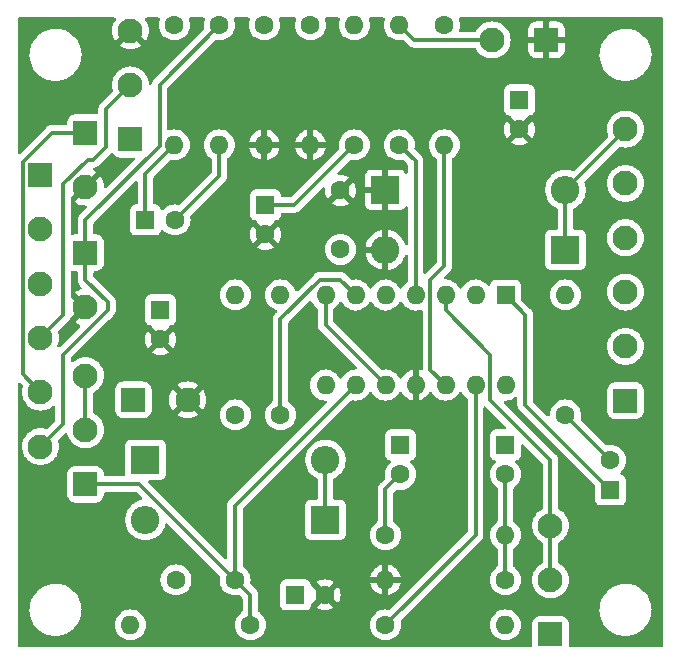
<source format=gbr>
%TF.GenerationSoftware,KiCad,Pcbnew,6.0.7-f9a2dced07~116~ubuntu20.04.1*%
%TF.CreationDate,2022-10-18T16:55:30+02:00*%
%TF.ProjectId,od-ds-fz,6f642d64-732d-4667-9a2e-6b696361645f,rev?*%
%TF.SameCoordinates,Original*%
%TF.FileFunction,Copper,L1,Top*%
%TF.FilePolarity,Positive*%
%FSLAX46Y46*%
G04 Gerber Fmt 4.6, Leading zero omitted, Abs format (unit mm)*
G04 Created by KiCad (PCBNEW 6.0.7-f9a2dced07~116~ubuntu20.04.1) date 2022-10-18 16:55:30*
%MOMM*%
%LPD*%
G01*
G04 APERTURE LIST*
G04 Aperture macros list*
%AMRoundRect*
0 Rectangle with rounded corners*
0 $1 Rounding radius*
0 $2 $3 $4 $5 $6 $7 $8 $9 X,Y pos of 4 corners*
0 Add a 4 corners polygon primitive as box body*
4,1,4,$2,$3,$4,$5,$6,$7,$8,$9,$2,$3,0*
0 Add four circle primitives for the rounded corners*
1,1,$1+$1,$2,$3*
1,1,$1+$1,$4,$5*
1,1,$1+$1,$6,$7*
1,1,$1+$1,$8,$9*
0 Add four rect primitives between the rounded corners*
20,1,$1+$1,$2,$3,$4,$5,0*
20,1,$1+$1,$4,$5,$6,$7,0*
20,1,$1+$1,$6,$7,$8,$9,0*
20,1,$1+$1,$8,$9,$2,$3,0*%
G04 Aperture macros list end*
%TA.AperFunction,ComponentPad*%
%ADD10C,1.600000*%
%TD*%
%TA.AperFunction,ComponentPad*%
%ADD11O,1.600000X1.600000*%
%TD*%
%TA.AperFunction,ComponentPad*%
%ADD12R,1.600000X1.600000*%
%TD*%
%TA.AperFunction,ComponentPad*%
%ADD13R,2.400000X2.400000*%
%TD*%
%TA.AperFunction,ComponentPad*%
%ADD14O,2.400000X2.400000*%
%TD*%
%TA.AperFunction,ComponentPad*%
%ADD15RoundRect,0.250001X-0.799999X0.799999X-0.799999X-0.799999X0.799999X-0.799999X0.799999X0.799999X0*%
%TD*%
%TA.AperFunction,ComponentPad*%
%ADD16C,2.100000*%
%TD*%
%TA.AperFunction,ComponentPad*%
%ADD17RoundRect,0.250001X0.799999X-0.799999X0.799999X0.799999X-0.799999X0.799999X-0.799999X-0.799999X0*%
%TD*%
%TA.AperFunction,ComponentPad*%
%ADD18RoundRect,0.250001X-0.799999X-0.799999X0.799999X-0.799999X0.799999X0.799999X-0.799999X0.799999X0*%
%TD*%
%TA.AperFunction,ComponentPad*%
%ADD19RoundRect,0.250001X0.799999X0.799999X-0.799999X0.799999X-0.799999X-0.799999X0.799999X-0.799999X0*%
%TD*%
%TA.AperFunction,Conductor*%
%ADD20C,0.300000*%
%TD*%
G04 APERTURE END LIST*
D10*
%TO.P,C10,1*%
%TO.N,/opamp4in*%
X148590000Y-77430000D03*
%TO.P,C10,2*%
%TO.N,GND*%
X148590000Y-72430000D03*
%TD*%
%TO.P,R4,1*%
%TO.N,/Vhigh*%
X149760000Y-68580000D03*
D11*
%TO.P,R4,2*%
%TO.N,/Vmid*%
X149760000Y-58420000D03*
%TD*%
D12*
%TO.P,C7,1*%
%TO.N,Net-(C6-Pad2)*%
X153670000Y-93980000D03*
D10*
%TO.P,C7,2*%
%TO.N,Net-(C7-Pad2)*%
X153670000Y-96480000D03*
%TD*%
D12*
%TO.P,C5,1*%
%TO.N,Net-(C5-Pad1)*%
X144780000Y-106680000D03*
D10*
%TO.P,C5,2*%
%TO.N,GND*%
X147280000Y-106680000D03*
%TD*%
%TO.P,R1,1*%
%TO.N,/Vhigh*%
X153570000Y-68580000D03*
D11*
%TO.P,R1,2*%
%TO.N,Net-(D1-Pad2)*%
X153570000Y-58420000D03*
%TD*%
D13*
%TO.P,D2,1,K*%
%TO.N,Net-(C6-Pad2)*%
X132080000Y-95250000D03*
D14*
%TO.P,D2,2,A*%
%TO.N,Net-(D2-Pad2)*%
X147320000Y-95250000D03*
%TD*%
D10*
%TO.P,R13,1*%
%TO.N,Net-(C9-Pad2)*%
X167640000Y-91440000D03*
D11*
%TO.P,R13,2*%
%TO.N,Net-(R13-Pad2)*%
X167640000Y-81280000D03*
%TD*%
D13*
%TO.P,D3,1,K*%
%TO.N,Net-(D2-Pad2)*%
X147320000Y-100330000D03*
D14*
%TO.P,D3,2,A*%
%TO.N,Net-(C6-Pad2)*%
X132080000Y-100330000D03*
%TD*%
D10*
%TO.P,R8,1*%
%TO.N,Net-(R7-Pad1)*%
X143510000Y-91440000D03*
D11*
%TO.P,R8,2*%
%TO.N,Net-(R8-Pad2)*%
X143510000Y-81280000D03*
%TD*%
D10*
%TO.P,R3,1*%
%TO.N,/in*%
X138330000Y-58420000D03*
D11*
%TO.P,R3,2*%
%TO.N,Net-(C2-Pad2)*%
X138330000Y-68580000D03*
%TD*%
D13*
%TO.P,D4,1,K*%
%TO.N,GND*%
X152400000Y-72390000D03*
D14*
%TO.P,D4,2,A*%
%TO.N,Net-(D4-Pad2)*%
X167640000Y-72390000D03*
%TD*%
D10*
%TO.P,R10,1*%
%TO.N,Net-(C7-Pad2)*%
X152400000Y-101600000D03*
D11*
%TO.P,R10,2*%
%TO.N,Net-(C8-Pad2)*%
X162560000Y-101600000D03*
%TD*%
D10*
%TO.P,R5,1*%
%TO.N,/Vmid*%
X146050000Y-58420000D03*
D11*
%TO.P,R5,2*%
%TO.N,GND*%
X146050000Y-68580000D03*
%TD*%
D10*
%TO.P,R11,1*%
%TO.N,Net-(C8-Pad2)*%
X162560000Y-105410000D03*
D11*
%TO.P,R11,2*%
%TO.N,GND*%
X152400000Y-105410000D03*
%TD*%
D12*
%TO.P,C3,1*%
%TO.N,/Vmid*%
X163730000Y-64770000D03*
D10*
%TO.P,C3,2*%
%TO.N,GND*%
X163730000Y-67270000D03*
%TD*%
D15*
%TO.P,J1,1,T*%
%TO.N,/in*%
X127000000Y-77710000D03*
D16*
%TO.P,J1,2,S*%
%TO.N,GND*%
X127000000Y-82310000D03*
%TD*%
D17*
%TO.P,RVvol1,1,1*%
%TO.N,Net-(R13-Pad2)*%
X130810000Y-68100000D03*
D16*
%TO.P,RVvol1,2,2*%
%TO.N,Net-(RVvol1-Pad2)*%
X130810000Y-63500000D03*
%TO.P,RVvol1,3,3*%
%TO.N,GND*%
X130810000Y-58900000D03*
%TD*%
D15*
%TO.P,SWPow1,1,A*%
%TO.N,/Vhigh*%
X123190000Y-71120000D03*
D16*
%TO.P,SWPow1,2,B*%
%TO.N,+9V*%
X123190000Y-75720000D03*
%TO.P,SWPow1,3,C*%
%TO.N,unconnected-(SWPow1-Pad3)*%
X123190000Y-80320000D03*
%TO.P,SWPow1,4,A*%
%TO.N,Net-(RVvol1-Pad2)*%
X123190000Y-84920000D03*
%TO.P,SWPow1,5,B*%
%TO.N,Net-(SWPow1-Pad5)*%
X123190000Y-89520000D03*
%TO.P,SWPow1,6,C*%
%TO.N,/in*%
X123190000Y-94120000D03*
%TD*%
D12*
%TO.P,C2,1*%
%TO.N,Net-(C2-Pad1)*%
X132080000Y-74930000D03*
D10*
%TO.P,C2,2*%
%TO.N,Net-(C2-Pad2)*%
X134580000Y-74930000D03*
%TD*%
D12*
%TO.P,C1,1*%
%TO.N,/Vhigh*%
X142240000Y-73660000D03*
D10*
%TO.P,C1,2*%
%TO.N,GND*%
X142240000Y-76160000D03*
%TD*%
D17*
%TO.P,RVgain1,1,1*%
%TO.N,Net-(C6-Pad1)*%
X127000000Y-97310000D03*
D16*
%TO.P,RVgain1,2,2*%
%TO.N,Net-(C6-Pad2)*%
X127000000Y-92710000D03*
%TO.P,RVgain1,3,3*%
X127000000Y-88110000D03*
%TD*%
D18*
%TO.P,JBat1,1,Pin_1*%
%TO.N,+9V*%
X131050000Y-90170000D03*
D16*
%TO.P,JBat1,2,Pin_2*%
%TO.N,GND*%
X135650000Y-90170000D03*
%TD*%
D10*
%TO.P,R12,1*%
%TO.N,/Vmid*%
X157380000Y-58420000D03*
D11*
%TO.P,R12,2*%
%TO.N,Net-(C8-Pad1)*%
X157380000Y-68580000D03*
%TD*%
D10*
%TO.P,R6,1*%
%TO.N,/Vmid*%
X134520000Y-58420000D03*
D11*
%TO.P,R6,2*%
%TO.N,Net-(C2-Pad1)*%
X134520000Y-68580000D03*
%TD*%
D12*
%TO.P,U1,1*%
%TO.N,Net-(C9-Pad1)*%
X162565000Y-81290000D03*
D11*
%TO.P,U1,2,-*%
X160025000Y-81290000D03*
%TO.P,U1,3,+*%
%TO.N,/opamp4in*%
X157485000Y-81290000D03*
%TO.P,U1,4,V+*%
%TO.N,/Vhigh*%
X154945000Y-81290000D03*
%TO.P,U1,5,+*%
%TO.N,Net-(C2-Pad1)*%
X152405000Y-81290000D03*
%TO.P,U1,6,-*%
%TO.N,Net-(R7-Pad1)*%
X149865000Y-81290000D03*
%TO.P,U1,7*%
%TO.N,Net-(R8-Pad2)*%
X147325000Y-81290000D03*
%TO.P,U1,8*%
%TO.N,Net-(C6-Pad2)*%
X147325000Y-88910000D03*
%TO.P,U1,9,-*%
%TO.N,Net-(C6-Pad1)*%
X149865000Y-88910000D03*
%TO.P,U1,10,+*%
%TO.N,Net-(R8-Pad2)*%
X152405000Y-88910000D03*
%TO.P,U1,11,V-*%
%TO.N,GND*%
X154945000Y-88910000D03*
%TO.P,U1,12,+*%
%TO.N,Net-(C8-Pad1)*%
X157485000Y-88910000D03*
%TO.P,U1,13,-*%
%TO.N,Net-(R14-Pad1)*%
X160025000Y-88910000D03*
%TO.P,U1,14*%
X162565000Y-88910000D03*
%TD*%
D12*
%TO.P,C8,1*%
%TO.N,Net-(C8-Pad1)*%
X162560000Y-93980000D03*
D10*
%TO.P,C8,2*%
%TO.N,Net-(C8-Pad2)*%
X162560000Y-96480000D03*
%TD*%
D12*
%TO.P,C4,1*%
%TO.N,Net-(C4-Pad1)*%
X133350000Y-82550000D03*
D10*
%TO.P,C4,2*%
%TO.N,GND*%
X133350000Y-85050000D03*
%TD*%
%TO.P,R2,1*%
%TO.N,/in*%
X142140000Y-58420000D03*
D11*
%TO.P,R2,2*%
%TO.N,GND*%
X142140000Y-68580000D03*
%TD*%
D17*
%TO.P,SWclip1,1,A*%
%TO.N,Net-(D2-Pad2)*%
X172720000Y-90240000D03*
D16*
%TO.P,SWclip1,2,B*%
%TO.N,Net-(C6-Pad1)*%
X172720000Y-85640000D03*
%TO.P,SWclip1,3,C*%
%TO.N,unconnected-(SWclip1-Pad3)*%
X172720000Y-81040000D03*
%TO.P,SWclip1,4,A*%
%TO.N,unconnected-(SWclip1-Pad4)*%
X172720000Y-76440000D03*
%TO.P,SWclip1,5,B*%
%TO.N,Net-(C8-Pad2)*%
X172720000Y-71840000D03*
%TO.P,SWclip1,6,C*%
%TO.N,Net-(D4-Pad2)*%
X172720000Y-67240000D03*
%TD*%
D13*
%TO.P,D5,1,K*%
%TO.N,Net-(D4-Pad2)*%
X167640000Y-77470000D03*
D14*
%TO.P,D5,2,A*%
%TO.N,GND*%
X152400000Y-77470000D03*
%TD*%
D15*
%TO.P,J2,1,T*%
%TO.N,Net-(SWPow1-Pad5)*%
X127000000Y-67550000D03*
D16*
%TO.P,J2,2,S*%
%TO.N,GND*%
X127000000Y-72150000D03*
%TD*%
D12*
%TO.P,C9,1*%
%TO.N,Net-(C9-Pad1)*%
X171450000Y-97790000D03*
D10*
%TO.P,C9,2*%
%TO.N,Net-(C9-Pad2)*%
X171450000Y-95290000D03*
%TD*%
D19*
%TO.P,D1,1,K*%
%TO.N,GND*%
X166030000Y-59690000D03*
D16*
%TO.P,D1,2,A*%
%TO.N,Net-(D1-Pad2)*%
X161430000Y-59690000D03*
%TD*%
D10*
%TO.P,R7,1*%
%TO.N,Net-(R7-Pad1)*%
X139700000Y-91440000D03*
D11*
%TO.P,R7,2*%
%TO.N,Net-(C4-Pad1)*%
X139700000Y-81280000D03*
%TD*%
D17*
%TO.P,RVtone1,1,1*%
%TO.N,Net-(R14-Pad2)*%
X166370000Y-110010000D03*
D16*
%TO.P,RVtone1,2,2*%
%TO.N,/opamp4in*%
X166370000Y-105410000D03*
%TO.P,RVtone1,3,3*%
X166370000Y-100810000D03*
%TD*%
D10*
%TO.P,R14,1*%
%TO.N,Net-(R14-Pad1)*%
X152400000Y-109220000D03*
D11*
%TO.P,R14,2*%
%TO.N,Net-(R14-Pad2)*%
X162560000Y-109220000D03*
%TD*%
D10*
%TO.P,C6,1*%
%TO.N,Net-(C6-Pad1)*%
X139660000Y-105410000D03*
%TO.P,C6,2*%
%TO.N,Net-(C6-Pad2)*%
X134660000Y-105410000D03*
%TD*%
%TO.P,R9,1*%
%TO.N,Net-(C6-Pad1)*%
X140970000Y-109220000D03*
D11*
%TO.P,R9,2*%
%TO.N,Net-(C5-Pad1)*%
X130810000Y-109220000D03*
%TD*%
D20*
%TO.N,/Vhigh*%
X154945000Y-69955000D02*
X154945000Y-81290000D01*
X153570000Y-68580000D02*
X154945000Y-69955000D01*
X144680000Y-73660000D02*
X142240000Y-73660000D01*
X149760000Y-68580000D02*
X144680000Y-73660000D01*
%TO.N,Net-(C2-Pad1)*%
X132080000Y-74930000D02*
X132080000Y-71020000D01*
X132080000Y-71020000D02*
X134520000Y-68580000D01*
%TO.N,Net-(C2-Pad2)*%
X138330000Y-71180000D02*
X134580000Y-74930000D01*
X138330000Y-68580000D02*
X138330000Y-71180000D01*
%TO.N,Net-(C6-Pad1)*%
X131560000Y-97310000D02*
X127000000Y-97310000D01*
X140970000Y-109220000D02*
X140970000Y-106720000D01*
X139660000Y-99115000D02*
X139660000Y-105410000D01*
X149865000Y-88910000D02*
X139660000Y-99115000D01*
X139660000Y-105410000D02*
X131560000Y-97310000D01*
X140970000Y-106720000D02*
X139660000Y-105410000D01*
%TO.N,Net-(C6-Pad2)*%
X127000000Y-92710000D02*
X127000000Y-88110000D01*
%TO.N,Net-(C7-Pad2)*%
X152400000Y-97750000D02*
X153670000Y-96480000D01*
X152400000Y-101600000D02*
X152400000Y-97750000D01*
%TO.N,Net-(C8-Pad1)*%
X157380000Y-78840000D02*
X156210000Y-80010000D01*
X157380000Y-68580000D02*
X157380000Y-78840000D01*
X156210000Y-80010000D02*
X156210000Y-87635000D01*
X156210000Y-87635000D02*
X157485000Y-88910000D01*
%TO.N,Net-(C8-Pad2)*%
X162560000Y-101600000D02*
X162560000Y-96480000D01*
X162560000Y-105410000D02*
X162560000Y-101600000D01*
%TO.N,Net-(C9-Pad1)*%
X171450000Y-97790000D02*
X164222131Y-90562131D01*
X164222131Y-90562131D02*
X164222131Y-82947131D01*
X164222131Y-82947131D02*
X162565000Y-81290000D01*
%TO.N,Net-(C9-Pad2)*%
X171450000Y-95290000D02*
X167640000Y-91480000D01*
X167640000Y-91480000D02*
X167640000Y-91440000D01*
%TO.N,/opamp4in*%
X157485000Y-82555000D02*
X157485000Y-81290000D01*
X161290000Y-90210000D02*
X161290000Y-86360000D01*
X166370000Y-105410000D02*
X166370000Y-100810000D01*
X161290000Y-86360000D02*
X157485000Y-82555000D01*
X166370000Y-95290000D02*
X161290000Y-90210000D01*
X166370000Y-100810000D02*
X166370000Y-95290000D01*
%TO.N,Net-(D1-Pad2)*%
X154840000Y-59690000D02*
X161430000Y-59690000D01*
X153570000Y-58420000D02*
X154840000Y-59690000D01*
%TO.N,Net-(D2-Pad2)*%
X147320000Y-95250000D02*
X147320000Y-100330000D01*
%TO.N,Net-(D4-Pad2)*%
X167640000Y-77470000D02*
X167640000Y-72390000D01*
X167640000Y-72390000D02*
X172720000Y-67310000D01*
X172720000Y-67310000D02*
X172720000Y-67240000D01*
%TO.N,/in*%
X128905000Y-81915000D02*
X128905000Y-82526321D01*
X127000000Y-74930000D02*
X127000000Y-77710000D01*
X127000000Y-80010000D02*
X128905000Y-81915000D01*
X138330000Y-58420000D02*
X133270000Y-63480000D01*
X125095000Y-92215000D02*
X123190000Y-94120000D01*
X133270000Y-68660000D02*
X127000000Y-74930000D01*
X128905000Y-82526321D02*
X125095000Y-86336321D01*
X133270000Y-63480000D02*
X133270000Y-68660000D01*
X125095000Y-86336321D02*
X125095000Y-92215000D01*
X127000000Y-77710000D02*
X127000000Y-80010000D01*
%TO.N,Net-(R7-Pad1)*%
X143510000Y-91440000D02*
X143510000Y-83337233D01*
X146837233Y-80010000D02*
X148585000Y-80010000D01*
X143510000Y-83337233D02*
X146837233Y-80010000D01*
X148585000Y-80010000D02*
X149865000Y-81290000D01*
%TO.N,Net-(R8-Pad2)*%
X147325000Y-83830000D02*
X152405000Y-88910000D01*
X147325000Y-81290000D02*
X147325000Y-83830000D01*
%TO.N,Net-(R14-Pad1)*%
X160025000Y-88910000D02*
X160025000Y-101595000D01*
X160025000Y-101595000D02*
X152400000Y-109220000D01*
%TO.N,Net-(RVvol1-Pad2)*%
X127178679Y-69850000D02*
X125095000Y-71933679D01*
X128746763Y-68738237D02*
X127635000Y-69850000D01*
X125095000Y-83015000D02*
X123190000Y-84920000D01*
X130810000Y-63500000D02*
X128746763Y-65563237D01*
X127635000Y-69850000D02*
X127178679Y-69850000D01*
X128746763Y-65563237D02*
X128746763Y-68738237D01*
X125095000Y-71933679D02*
X125095000Y-83015000D01*
%TO.N,Net-(SWPow1-Pad5)*%
X121690000Y-88020000D02*
X123190000Y-89520000D01*
X121690000Y-70030051D02*
X121690000Y-88020000D01*
X127000000Y-67550000D02*
X124170051Y-67550000D01*
X124170051Y-67550000D02*
X121690000Y-70030051D01*
%TD*%
%TA.AperFunction,Conductor*%
%TO.N,GND*%
G36*
X140862677Y-57805002D02*
G01*
X140909170Y-57858658D01*
X140919274Y-57928932D01*
X140909845Y-57960576D01*
X140909922Y-57960604D01*
X140909451Y-57961898D01*
X140908750Y-57964250D01*
X140905716Y-57970757D01*
X140876087Y-58081335D01*
X140847969Y-58186272D01*
X140846457Y-58191913D01*
X140826502Y-58420000D01*
X140846457Y-58648087D01*
X140847881Y-58653400D01*
X140847881Y-58653402D01*
X140898646Y-58842856D01*
X140905716Y-58869243D01*
X140908039Y-58874224D01*
X140908039Y-58874225D01*
X141000151Y-59071762D01*
X141000154Y-59071767D01*
X141002477Y-59076749D01*
X141067367Y-59169421D01*
X141106205Y-59224887D01*
X141133802Y-59264300D01*
X141295700Y-59426198D01*
X141300208Y-59429355D01*
X141300211Y-59429357D01*
X141330231Y-59450377D01*
X141483251Y-59557523D01*
X141488233Y-59559846D01*
X141488238Y-59559849D01*
X141685775Y-59651961D01*
X141690757Y-59654284D01*
X141696065Y-59655706D01*
X141696067Y-59655707D01*
X141906598Y-59712119D01*
X141906600Y-59712119D01*
X141911913Y-59713543D01*
X142140000Y-59733498D01*
X142368087Y-59713543D01*
X142373400Y-59712119D01*
X142373402Y-59712119D01*
X142583933Y-59655707D01*
X142583935Y-59655706D01*
X142589243Y-59654284D01*
X142594225Y-59651961D01*
X142791762Y-59559849D01*
X142791767Y-59559846D01*
X142796749Y-59557523D01*
X142949769Y-59450377D01*
X142979789Y-59429357D01*
X142979792Y-59429355D01*
X142984300Y-59426198D01*
X143146198Y-59264300D01*
X143173796Y-59224887D01*
X143212633Y-59169421D01*
X143277523Y-59076749D01*
X143279846Y-59071767D01*
X143279849Y-59071762D01*
X143371961Y-58874225D01*
X143371961Y-58874224D01*
X143374284Y-58869243D01*
X143381355Y-58842856D01*
X143432119Y-58653402D01*
X143432119Y-58653400D01*
X143433543Y-58648087D01*
X143453498Y-58420000D01*
X143433543Y-58191913D01*
X143432032Y-58186272D01*
X143403913Y-58081335D01*
X143374284Y-57970757D01*
X143371251Y-57964252D01*
X143371140Y-57963520D01*
X143370078Y-57960604D01*
X143370664Y-57960391D01*
X143360588Y-57894063D01*
X143389565Y-57829249D01*
X143448984Y-57790391D01*
X143485444Y-57785000D01*
X144704556Y-57785000D01*
X144772677Y-57805002D01*
X144819170Y-57858658D01*
X144829274Y-57928932D01*
X144819845Y-57960576D01*
X144819922Y-57960604D01*
X144819451Y-57961898D01*
X144818750Y-57964250D01*
X144815716Y-57970757D01*
X144786087Y-58081335D01*
X144757969Y-58186272D01*
X144756457Y-58191913D01*
X144736502Y-58420000D01*
X144756457Y-58648087D01*
X144757881Y-58653400D01*
X144757881Y-58653402D01*
X144808646Y-58842856D01*
X144815716Y-58869243D01*
X144818039Y-58874224D01*
X144818039Y-58874225D01*
X144910151Y-59071762D01*
X144910154Y-59071767D01*
X144912477Y-59076749D01*
X144977367Y-59169421D01*
X145016205Y-59224887D01*
X145043802Y-59264300D01*
X145205700Y-59426198D01*
X145210208Y-59429355D01*
X145210211Y-59429357D01*
X145240231Y-59450377D01*
X145393251Y-59557523D01*
X145398233Y-59559846D01*
X145398238Y-59559849D01*
X145595775Y-59651961D01*
X145600757Y-59654284D01*
X145606065Y-59655706D01*
X145606067Y-59655707D01*
X145816598Y-59712119D01*
X145816600Y-59712119D01*
X145821913Y-59713543D01*
X146050000Y-59733498D01*
X146278087Y-59713543D01*
X146283400Y-59712119D01*
X146283402Y-59712119D01*
X146493933Y-59655707D01*
X146493935Y-59655706D01*
X146499243Y-59654284D01*
X146504225Y-59651961D01*
X146701762Y-59559849D01*
X146701767Y-59559846D01*
X146706749Y-59557523D01*
X146859769Y-59450377D01*
X146889789Y-59429357D01*
X146889792Y-59429355D01*
X146894300Y-59426198D01*
X147056198Y-59264300D01*
X147083796Y-59224887D01*
X147122633Y-59169421D01*
X147187523Y-59076749D01*
X147189846Y-59071767D01*
X147189849Y-59071762D01*
X147281961Y-58874225D01*
X147281961Y-58874224D01*
X147284284Y-58869243D01*
X147291355Y-58842856D01*
X147342119Y-58653402D01*
X147342119Y-58653400D01*
X147343543Y-58648087D01*
X147363498Y-58420000D01*
X147343543Y-58191913D01*
X147342032Y-58186272D01*
X147313913Y-58081335D01*
X147284284Y-57970757D01*
X147281251Y-57964252D01*
X147281140Y-57963520D01*
X147280078Y-57960604D01*
X147280664Y-57960391D01*
X147270588Y-57894063D01*
X147299565Y-57829249D01*
X147358984Y-57790391D01*
X147395444Y-57785000D01*
X148414556Y-57785000D01*
X148482677Y-57805002D01*
X148529170Y-57858658D01*
X148539274Y-57928932D01*
X148529845Y-57960576D01*
X148529922Y-57960604D01*
X148529451Y-57961898D01*
X148528750Y-57964250D01*
X148525716Y-57970757D01*
X148496087Y-58081335D01*
X148467969Y-58186272D01*
X148466457Y-58191913D01*
X148446502Y-58420000D01*
X148466457Y-58648087D01*
X148467881Y-58653400D01*
X148467881Y-58653402D01*
X148518646Y-58842856D01*
X148525716Y-58869243D01*
X148528039Y-58874224D01*
X148528039Y-58874225D01*
X148620151Y-59071762D01*
X148620154Y-59071767D01*
X148622477Y-59076749D01*
X148687367Y-59169421D01*
X148726205Y-59224887D01*
X148753802Y-59264300D01*
X148915700Y-59426198D01*
X148920208Y-59429355D01*
X148920211Y-59429357D01*
X148950231Y-59450377D01*
X149103251Y-59557523D01*
X149108233Y-59559846D01*
X149108238Y-59559849D01*
X149305775Y-59651961D01*
X149310757Y-59654284D01*
X149316065Y-59655706D01*
X149316067Y-59655707D01*
X149526598Y-59712119D01*
X149526600Y-59712119D01*
X149531913Y-59713543D01*
X149760000Y-59733498D01*
X149988087Y-59713543D01*
X149993400Y-59712119D01*
X149993402Y-59712119D01*
X150203933Y-59655707D01*
X150203935Y-59655706D01*
X150209243Y-59654284D01*
X150214225Y-59651961D01*
X150411762Y-59559849D01*
X150411767Y-59559846D01*
X150416749Y-59557523D01*
X150569769Y-59450377D01*
X150599789Y-59429357D01*
X150599792Y-59429355D01*
X150604300Y-59426198D01*
X150766198Y-59264300D01*
X150793796Y-59224887D01*
X150832633Y-59169421D01*
X150897523Y-59076749D01*
X150899846Y-59071767D01*
X150899849Y-59071762D01*
X150991961Y-58874225D01*
X150991961Y-58874224D01*
X150994284Y-58869243D01*
X151001355Y-58842856D01*
X151052119Y-58653402D01*
X151052119Y-58653400D01*
X151053543Y-58648087D01*
X151073498Y-58420000D01*
X151053543Y-58191913D01*
X151052032Y-58186272D01*
X151023913Y-58081335D01*
X150994284Y-57970757D01*
X150991251Y-57964252D01*
X150991140Y-57963520D01*
X150990078Y-57960604D01*
X150990664Y-57960391D01*
X150980588Y-57894063D01*
X151009565Y-57829249D01*
X151068984Y-57790391D01*
X151105444Y-57785000D01*
X152224556Y-57785000D01*
X152292677Y-57805002D01*
X152339170Y-57858658D01*
X152349274Y-57928932D01*
X152339845Y-57960576D01*
X152339922Y-57960604D01*
X152339451Y-57961898D01*
X152338750Y-57964250D01*
X152335716Y-57970757D01*
X152306087Y-58081335D01*
X152277969Y-58186272D01*
X152276457Y-58191913D01*
X152256502Y-58420000D01*
X152276457Y-58648087D01*
X152277881Y-58653400D01*
X152277881Y-58653402D01*
X152328646Y-58842856D01*
X152335716Y-58869243D01*
X152338039Y-58874224D01*
X152338039Y-58874225D01*
X152430151Y-59071762D01*
X152430154Y-59071767D01*
X152432477Y-59076749D01*
X152497367Y-59169421D01*
X152536205Y-59224887D01*
X152563802Y-59264300D01*
X152725700Y-59426198D01*
X152730208Y-59429355D01*
X152730211Y-59429357D01*
X152760231Y-59450377D01*
X152913251Y-59557523D01*
X152918233Y-59559846D01*
X152918238Y-59559849D01*
X153115775Y-59651961D01*
X153120757Y-59654284D01*
X153126065Y-59655706D01*
X153126067Y-59655707D01*
X153336598Y-59712119D01*
X153336600Y-59712119D01*
X153341913Y-59713543D01*
X153570000Y-59733498D01*
X153798087Y-59713543D01*
X153805766Y-59711485D01*
X153833659Y-59704012D01*
X153904635Y-59705702D01*
X153955364Y-59736624D01*
X154316345Y-60097605D01*
X154324335Y-60106385D01*
X154328584Y-60113080D01*
X154334362Y-60118506D01*
X154334363Y-60118507D01*
X154380257Y-60161604D01*
X154383099Y-60164359D01*
X154403667Y-60184927D01*
X154407170Y-60187644D01*
X154416195Y-60195352D01*
X154449867Y-60226972D01*
X154456812Y-60230790D01*
X154456816Y-60230793D01*
X154468653Y-60237300D01*
X154485181Y-60248156D01*
X154502131Y-60261304D01*
X154544545Y-60279659D01*
X154555183Y-60284871D01*
X154595663Y-60307124D01*
X154603340Y-60309095D01*
X154603345Y-60309097D01*
X154616426Y-60312455D01*
X154635134Y-60318860D01*
X154654823Y-60327380D01*
X154662649Y-60328619D01*
X154662651Y-60328620D01*
X154687159Y-60332501D01*
X154700459Y-60334608D01*
X154712070Y-60337012D01*
X154743107Y-60344981D01*
X154749135Y-60346529D01*
X154749136Y-60346529D01*
X154756812Y-60348500D01*
X154778258Y-60348500D01*
X154797968Y-60350051D01*
X154811322Y-60352166D01*
X154811323Y-60352166D01*
X154819152Y-60353406D01*
X154865141Y-60349059D01*
X154876996Y-60348500D01*
X159935115Y-60348500D01*
X160003236Y-60368502D01*
X160042547Y-60408665D01*
X160053451Y-60426459D01*
X160125242Y-60543611D01*
X160165248Y-60608896D01*
X160168463Y-60612660D01*
X160168465Y-60612663D01*
X160251651Y-60710060D01*
X160324567Y-60795433D01*
X160328323Y-60798641D01*
X160353287Y-60819962D01*
X160511104Y-60954752D01*
X160515327Y-60957340D01*
X160515330Y-60957342D01*
X160516089Y-60957807D01*
X160720268Y-61082927D01*
X160864967Y-61142864D01*
X160942335Y-61174911D01*
X160942337Y-61174912D01*
X160946908Y-61176805D01*
X161029563Y-61196649D01*
X161180630Y-61232917D01*
X161180636Y-61232918D01*
X161185443Y-61234072D01*
X161430000Y-61253319D01*
X161674557Y-61234072D01*
X161679364Y-61232918D01*
X161679370Y-61232917D01*
X161830437Y-61196649D01*
X161913092Y-61176805D01*
X161917663Y-61174912D01*
X161917665Y-61174911D01*
X161995033Y-61142864D01*
X162139732Y-61082927D01*
X162343911Y-60957807D01*
X162344670Y-60957342D01*
X162344673Y-60957340D01*
X162348896Y-60954752D01*
X162506714Y-60819962D01*
X162531677Y-60798641D01*
X162535433Y-60795433D01*
X162608349Y-60710060D01*
X162691535Y-60612663D01*
X162691537Y-60612660D01*
X162694752Y-60608896D01*
X162738751Y-60537096D01*
X164472000Y-60537096D01*
X164472337Y-60543611D01*
X164482256Y-60639203D01*
X164485150Y-60652602D01*
X164536588Y-60806783D01*
X164542762Y-60819962D01*
X164628063Y-60957807D01*
X164637099Y-60969208D01*
X164751830Y-61083739D01*
X164763241Y-61092751D01*
X164901245Y-61177818D01*
X164914423Y-61183962D01*
X165068716Y-61235139D01*
X165082081Y-61238005D01*
X165176439Y-61247672D01*
X165182855Y-61248000D01*
X165757885Y-61248000D01*
X165773124Y-61243525D01*
X165774329Y-61242135D01*
X165776000Y-61234452D01*
X165776000Y-61229885D01*
X166284000Y-61229885D01*
X166288475Y-61245124D01*
X166289865Y-61246329D01*
X166297548Y-61248000D01*
X166877096Y-61248000D01*
X166883611Y-61247663D01*
X166979203Y-61237744D01*
X166992602Y-61234850D01*
X167146783Y-61183412D01*
X167159962Y-61177238D01*
X167297807Y-61091937D01*
X167309208Y-61082901D01*
X167385788Y-61006187D01*
X170515059Y-61006187D01*
X170540536Y-61297399D01*
X170604305Y-61582683D01*
X170705244Y-61857027D01*
X170707188Y-61860715D01*
X170707192Y-61860723D01*
X170836080Y-62105180D01*
X170841580Y-62115612D01*
X171010918Y-62353893D01*
X171210283Y-62567686D01*
X171436171Y-62753233D01*
X171684616Y-62907275D01*
X171951250Y-63027105D01*
X172034309Y-63051866D01*
X172227394Y-63109428D01*
X172227402Y-63109430D01*
X172231391Y-63110619D01*
X172235508Y-63111271D01*
X172235512Y-63111272D01*
X172516649Y-63155799D01*
X172516654Y-63155799D01*
X172520117Y-63156348D01*
X172569069Y-63158571D01*
X172610128Y-63160436D01*
X172610147Y-63160436D01*
X172611547Y-63160500D01*
X172794151Y-63160500D01*
X172796243Y-63160361D01*
X172796245Y-63160361D01*
X173007511Y-63146329D01*
X173011682Y-63146052D01*
X173015776Y-63145227D01*
X173015780Y-63145226D01*
X173154033Y-63117349D01*
X173298239Y-63088272D01*
X173574637Y-62993100D01*
X173578370Y-62991231D01*
X173578374Y-62991229D01*
X173832276Y-62864084D01*
X173832278Y-62864083D01*
X173836020Y-62862209D01*
X173993135Y-62755434D01*
X174074336Y-62700250D01*
X174074339Y-62700248D01*
X174077795Y-62697899D01*
X174295716Y-62503055D01*
X174485953Y-62281102D01*
X174517413Y-62232658D01*
X174642892Y-62039437D01*
X174642894Y-62039434D01*
X174645164Y-62035938D01*
X174770552Y-61771871D01*
X174859914Y-61493541D01*
X174895956Y-61293233D01*
X174910943Y-61209940D01*
X174910944Y-61209934D01*
X174911681Y-61205836D01*
X174922473Y-60968170D01*
X174924752Y-60917983D01*
X174924752Y-60917978D01*
X174924941Y-60913813D01*
X174899464Y-60622601D01*
X174842666Y-60368502D01*
X174836609Y-60341405D01*
X174836608Y-60341402D01*
X174835695Y-60337317D01*
X174819896Y-60294375D01*
X174772059Y-60164359D01*
X174734756Y-60062973D01*
X174732812Y-60059285D01*
X174732808Y-60059277D01*
X174600373Y-59808092D01*
X174600372Y-59808091D01*
X174598420Y-59804388D01*
X174429082Y-59566107D01*
X174306197Y-59434329D01*
X174232567Y-59355370D01*
X174232565Y-59355368D01*
X174229717Y-59352314D01*
X174003829Y-59166767D01*
X173755384Y-59012725D01*
X173488750Y-58892895D01*
X173391599Y-58863933D01*
X173212606Y-58810572D01*
X173212598Y-58810570D01*
X173208609Y-58809381D01*
X173204492Y-58808729D01*
X173204488Y-58808728D01*
X172923351Y-58764201D01*
X172923346Y-58764201D01*
X172919883Y-58763652D01*
X172870931Y-58761429D01*
X172829872Y-58759564D01*
X172829853Y-58759564D01*
X172828453Y-58759500D01*
X172645849Y-58759500D01*
X172643757Y-58759639D01*
X172643755Y-58759639D01*
X172527854Y-58767337D01*
X172428318Y-58773948D01*
X172424224Y-58774773D01*
X172424220Y-58774774D01*
X172286905Y-58802462D01*
X172141761Y-58831728D01*
X171865363Y-58926900D01*
X171861630Y-58928769D01*
X171861626Y-58928771D01*
X171607724Y-59055916D01*
X171603980Y-59057791D01*
X171576084Y-59076749D01*
X171384561Y-59206908D01*
X171362205Y-59222101D01*
X171144284Y-59416945D01*
X170954047Y-59638898D01*
X170951773Y-59642400D01*
X170951772Y-59642401D01*
X170848793Y-59800976D01*
X170794836Y-59884062D01*
X170669448Y-60148129D01*
X170668169Y-60152112D01*
X170668168Y-60152115D01*
X170625544Y-60284873D01*
X170580086Y-60426459D01*
X170528319Y-60714164D01*
X170523570Y-60818755D01*
X170517395Y-60954752D01*
X170515059Y-61006187D01*
X167385788Y-61006187D01*
X167423739Y-60968170D01*
X167432751Y-60956759D01*
X167517818Y-60818755D01*
X167523962Y-60805577D01*
X167575139Y-60651284D01*
X167578005Y-60637919D01*
X167587672Y-60543561D01*
X167588000Y-60537145D01*
X167588000Y-59962115D01*
X167583525Y-59946876D01*
X167582135Y-59945671D01*
X167574452Y-59944000D01*
X166302115Y-59944000D01*
X166286876Y-59948475D01*
X166285671Y-59949865D01*
X166284000Y-59957548D01*
X166284000Y-61229885D01*
X165776000Y-61229885D01*
X165776000Y-59962115D01*
X165771525Y-59946876D01*
X165770135Y-59945671D01*
X165762452Y-59944000D01*
X164490115Y-59944000D01*
X164474876Y-59948475D01*
X164473671Y-59949865D01*
X164472000Y-59957548D01*
X164472000Y-60537096D01*
X162738751Y-60537096D01*
X162822927Y-60399732D01*
X162907584Y-60195353D01*
X162914911Y-60177665D01*
X162914912Y-60177663D01*
X162916805Y-60173092D01*
X162943242Y-60062973D01*
X162972917Y-59939370D01*
X162972918Y-59939364D01*
X162974072Y-59934557D01*
X162993319Y-59690000D01*
X162974072Y-59445443D01*
X162971115Y-59433124D01*
X162967456Y-59417885D01*
X164472000Y-59417885D01*
X164476475Y-59433124D01*
X164477865Y-59434329D01*
X164485548Y-59436000D01*
X165757885Y-59436000D01*
X165773124Y-59431525D01*
X165774329Y-59430135D01*
X165776000Y-59422452D01*
X165776000Y-59417885D01*
X166284000Y-59417885D01*
X166288475Y-59433124D01*
X166289865Y-59434329D01*
X166297548Y-59436000D01*
X167569885Y-59436000D01*
X167585124Y-59431525D01*
X167586329Y-59430135D01*
X167588000Y-59422452D01*
X167588000Y-58842904D01*
X167587663Y-58836389D01*
X167577744Y-58740797D01*
X167574850Y-58727398D01*
X167523412Y-58573217D01*
X167517238Y-58560038D01*
X167431937Y-58422193D01*
X167422901Y-58410792D01*
X167308170Y-58296261D01*
X167296759Y-58287249D01*
X167158755Y-58202182D01*
X167145577Y-58196038D01*
X166991284Y-58144861D01*
X166977919Y-58141995D01*
X166883561Y-58132328D01*
X166877144Y-58132000D01*
X166302115Y-58132000D01*
X166286876Y-58136475D01*
X166285671Y-58137865D01*
X166284000Y-58145548D01*
X166284000Y-59417885D01*
X165776000Y-59417885D01*
X165776000Y-58150115D01*
X165771525Y-58134876D01*
X165770135Y-58133671D01*
X165762452Y-58132000D01*
X165182904Y-58132000D01*
X165176389Y-58132337D01*
X165080797Y-58142256D01*
X165067398Y-58145150D01*
X164913217Y-58196588D01*
X164900038Y-58202762D01*
X164762193Y-58288063D01*
X164750792Y-58297099D01*
X164636261Y-58411830D01*
X164627249Y-58423241D01*
X164542182Y-58561245D01*
X164536038Y-58574423D01*
X164484861Y-58728716D01*
X164481995Y-58742081D01*
X164472328Y-58836439D01*
X164472000Y-58842856D01*
X164472000Y-59417885D01*
X162967456Y-59417885D01*
X162932437Y-59272022D01*
X162916805Y-59206908D01*
X162822927Y-58980268D01*
X162694752Y-58771104D01*
X162688857Y-58764201D01*
X162538641Y-58588323D01*
X162535433Y-58584567D01*
X162508127Y-58561245D01*
X162352663Y-58428465D01*
X162352660Y-58428463D01*
X162348896Y-58425248D01*
X162344673Y-58422660D01*
X162344670Y-58422658D01*
X162275485Y-58380262D01*
X162139732Y-58297073D01*
X161995033Y-58237136D01*
X161917665Y-58205089D01*
X161917663Y-58205088D01*
X161913092Y-58203195D01*
X161830437Y-58183351D01*
X161679370Y-58147083D01*
X161679364Y-58147082D01*
X161674557Y-58145928D01*
X161430000Y-58126681D01*
X161185443Y-58145928D01*
X161180636Y-58147082D01*
X161180630Y-58147083D01*
X161029563Y-58183351D01*
X160946908Y-58203195D01*
X160942337Y-58205088D01*
X160942335Y-58205089D01*
X160864967Y-58237136D01*
X160720268Y-58297073D01*
X160584515Y-58380262D01*
X160515330Y-58422658D01*
X160515327Y-58422660D01*
X160511104Y-58425248D01*
X160507340Y-58428463D01*
X160507337Y-58428465D01*
X160351873Y-58561245D01*
X160324567Y-58584567D01*
X160321359Y-58588323D01*
X160171144Y-58764201D01*
X160165248Y-58771104D01*
X160162661Y-58775326D01*
X160162660Y-58775327D01*
X160142192Y-58808728D01*
X160065880Y-58933260D01*
X160042548Y-58971334D01*
X159989901Y-59018966D01*
X159935115Y-59031500D01*
X158734664Y-59031500D01*
X158666543Y-59011498D01*
X158620050Y-58957842D01*
X158609946Y-58887568D01*
X158614529Y-58869309D01*
X158614284Y-58869243D01*
X158672119Y-58653402D01*
X158672119Y-58653400D01*
X158673543Y-58648087D01*
X158693498Y-58420000D01*
X158673543Y-58191913D01*
X158672032Y-58186272D01*
X158643913Y-58081335D01*
X158614284Y-57970757D01*
X158611251Y-57964252D01*
X158611140Y-57963520D01*
X158610078Y-57960604D01*
X158610664Y-57960391D01*
X158600588Y-57894063D01*
X158629565Y-57829249D01*
X158688984Y-57790391D01*
X158725444Y-57785000D01*
X175769000Y-57785000D01*
X175837121Y-57805002D01*
X175883614Y-57858658D01*
X175895000Y-57911000D01*
X175895000Y-110999000D01*
X175874998Y-111067121D01*
X175821342Y-111113614D01*
X175769000Y-111125000D01*
X168038575Y-111125000D01*
X167970454Y-111104998D01*
X167923961Y-111051342D01*
X167913857Y-110981068D01*
X167915375Y-110972585D01*
X167915631Y-110971392D01*
X167917797Y-110964861D01*
X167928500Y-110860400D01*
X167928500Y-109159600D01*
X167928163Y-109156350D01*
X167918238Y-109060693D01*
X167918237Y-109060689D01*
X167917526Y-109053835D01*
X167898696Y-108997393D01*
X167863868Y-108893003D01*
X167861550Y-108886055D01*
X167768478Y-108735652D01*
X167643303Y-108610695D01*
X167588009Y-108576611D01*
X167498968Y-108521725D01*
X167498966Y-108521724D01*
X167492738Y-108517885D01*
X167401193Y-108487521D01*
X167331389Y-108464368D01*
X167331387Y-108464368D01*
X167324861Y-108462203D01*
X167318025Y-108461503D01*
X167318022Y-108461502D01*
X167274969Y-108457091D01*
X167220400Y-108451500D01*
X165519600Y-108451500D01*
X165516354Y-108451837D01*
X165516350Y-108451837D01*
X165420693Y-108461762D01*
X165420689Y-108461763D01*
X165413835Y-108462474D01*
X165407299Y-108464655D01*
X165407297Y-108464655D01*
X165338760Y-108487521D01*
X165246055Y-108518450D01*
X165095652Y-108611522D01*
X164970695Y-108736697D01*
X164966855Y-108742927D01*
X164966854Y-108742928D01*
X164905103Y-108843107D01*
X164877885Y-108887262D01*
X164822203Y-109055139D01*
X164811500Y-109159600D01*
X164811500Y-110860400D01*
X164822474Y-110966165D01*
X164824584Y-110972488D01*
X164819420Y-111043209D01*
X164776788Y-111099981D01*
X164710231Y-111124692D01*
X164701430Y-111125000D01*
X121411000Y-111125000D01*
X121342879Y-111104998D01*
X121296386Y-111051342D01*
X121285000Y-110999000D01*
X121285000Y-107996187D01*
X122255059Y-107996187D01*
X122280536Y-108287399D01*
X122281450Y-108291486D01*
X122342197Y-108563251D01*
X122344305Y-108572683D01*
X122345749Y-108576608D01*
X122345750Y-108576611D01*
X122389268Y-108694889D01*
X122445244Y-108847027D01*
X122447188Y-108850715D01*
X122447192Y-108850723D01*
X122557897Y-109060693D01*
X122581580Y-109105612D01*
X122750918Y-109343893D01*
X122950283Y-109557686D01*
X123176171Y-109743233D01*
X123424616Y-109897275D01*
X123691250Y-110017105D01*
X123777923Y-110042944D01*
X123967394Y-110099428D01*
X123967402Y-110099430D01*
X123971391Y-110100619D01*
X123975508Y-110101271D01*
X123975512Y-110101272D01*
X124256649Y-110145799D01*
X124256654Y-110145799D01*
X124260117Y-110146348D01*
X124309069Y-110148571D01*
X124350128Y-110150436D01*
X124350147Y-110150436D01*
X124351547Y-110150500D01*
X124534151Y-110150500D01*
X124536243Y-110150361D01*
X124536245Y-110150361D01*
X124747511Y-110136329D01*
X124751682Y-110136052D01*
X124755776Y-110135227D01*
X124755780Y-110135226D01*
X124893095Y-110107538D01*
X125038239Y-110078272D01*
X125314637Y-109983100D01*
X125318370Y-109981231D01*
X125318374Y-109981229D01*
X125572276Y-109854084D01*
X125572278Y-109854083D01*
X125576020Y-109852209D01*
X125733135Y-109745434D01*
X125814336Y-109690250D01*
X125814339Y-109690248D01*
X125817795Y-109687899D01*
X125844600Y-109663933D01*
X126032601Y-109495840D01*
X126035716Y-109493055D01*
X126225953Y-109271102D01*
X126228228Y-109267599D01*
X126259139Y-109220000D01*
X129496502Y-109220000D01*
X129516457Y-109448087D01*
X129517881Y-109453400D01*
X129517881Y-109453402D01*
X129527657Y-109489884D01*
X129575716Y-109669243D01*
X129578039Y-109674224D01*
X129578039Y-109674225D01*
X129670151Y-109871762D01*
X129670154Y-109871767D01*
X129672477Y-109876749D01*
X129675634Y-109881257D01*
X129771592Y-110018299D01*
X129803802Y-110064300D01*
X129965700Y-110226198D01*
X129970208Y-110229355D01*
X129970211Y-110229357D01*
X130048389Y-110284098D01*
X130153251Y-110357523D01*
X130158233Y-110359846D01*
X130158238Y-110359849D01*
X130355775Y-110451961D01*
X130360757Y-110454284D01*
X130366065Y-110455706D01*
X130366067Y-110455707D01*
X130576598Y-110512119D01*
X130576600Y-110512119D01*
X130581913Y-110513543D01*
X130810000Y-110533498D01*
X131038087Y-110513543D01*
X131043400Y-110512119D01*
X131043402Y-110512119D01*
X131253933Y-110455707D01*
X131253935Y-110455706D01*
X131259243Y-110454284D01*
X131264225Y-110451961D01*
X131461762Y-110359849D01*
X131461767Y-110359846D01*
X131466749Y-110357523D01*
X131571611Y-110284098D01*
X131649789Y-110229357D01*
X131649792Y-110229355D01*
X131654300Y-110226198D01*
X131816198Y-110064300D01*
X131848409Y-110018299D01*
X131944366Y-109881257D01*
X131947523Y-109876749D01*
X131949846Y-109871767D01*
X131949849Y-109871762D01*
X132041961Y-109674225D01*
X132041961Y-109674224D01*
X132044284Y-109669243D01*
X132092344Y-109489884D01*
X132102119Y-109453402D01*
X132102119Y-109453400D01*
X132103543Y-109448087D01*
X132123498Y-109220000D01*
X132103543Y-108991913D01*
X132102118Y-108986595D01*
X132045707Y-108776067D01*
X132045706Y-108776065D01*
X132044284Y-108770757D01*
X132041904Y-108765653D01*
X131949849Y-108568238D01*
X131949846Y-108568233D01*
X131947523Y-108563251D01*
X131816198Y-108375700D01*
X131654300Y-108213802D01*
X131649792Y-108210645D01*
X131649789Y-108210643D01*
X131571611Y-108155902D01*
X131466749Y-108082477D01*
X131461767Y-108080154D01*
X131461762Y-108080151D01*
X131264225Y-107988039D01*
X131264224Y-107988039D01*
X131259243Y-107985716D01*
X131253935Y-107984294D01*
X131253933Y-107984293D01*
X131043402Y-107927881D01*
X131043400Y-107927881D01*
X131038087Y-107926457D01*
X130810000Y-107906502D01*
X130581913Y-107926457D01*
X130576600Y-107927881D01*
X130576598Y-107927881D01*
X130366067Y-107984293D01*
X130366065Y-107984294D01*
X130360757Y-107985716D01*
X130355776Y-107988039D01*
X130355775Y-107988039D01*
X130158238Y-108080151D01*
X130158233Y-108080154D01*
X130153251Y-108082477D01*
X130048389Y-108155902D01*
X129970211Y-108210643D01*
X129970208Y-108210645D01*
X129965700Y-108213802D01*
X129803802Y-108375700D01*
X129672477Y-108563251D01*
X129670154Y-108568233D01*
X129670151Y-108568238D01*
X129578096Y-108765653D01*
X129575716Y-108770757D01*
X129574294Y-108776065D01*
X129574293Y-108776067D01*
X129517882Y-108986595D01*
X129516457Y-108991913D01*
X129496502Y-109220000D01*
X126259139Y-109220000D01*
X126382892Y-109029437D01*
X126382894Y-109029434D01*
X126385164Y-109025938D01*
X126510552Y-108761871D01*
X126516971Y-108741880D01*
X126598636Y-108487521D01*
X126599914Y-108483541D01*
X126635956Y-108283233D01*
X126650943Y-108199940D01*
X126650944Y-108199934D01*
X126651681Y-108195836D01*
X126661528Y-107978971D01*
X126664752Y-107907983D01*
X126664752Y-107907978D01*
X126664941Y-107903813D01*
X126659016Y-107836081D01*
X126652890Y-107766062D01*
X126639464Y-107612601D01*
X126578755Y-107341006D01*
X126576609Y-107331405D01*
X126576608Y-107331402D01*
X126575695Y-107327317D01*
X126474756Y-107052973D01*
X126472812Y-107049285D01*
X126472808Y-107049277D01*
X126340373Y-106798092D01*
X126340372Y-106798091D01*
X126338420Y-106794388D01*
X126169082Y-106556107D01*
X126058891Y-106437942D01*
X125972567Y-106345370D01*
X125972565Y-106345368D01*
X125969717Y-106342314D01*
X125743829Y-106156767D01*
X125495384Y-106002725D01*
X125228750Y-105882895D01*
X125131022Y-105853761D01*
X124952606Y-105800572D01*
X124952598Y-105800570D01*
X124948609Y-105799381D01*
X124944492Y-105798729D01*
X124944488Y-105798728D01*
X124663351Y-105754201D01*
X124663346Y-105754201D01*
X124659883Y-105753652D01*
X124610931Y-105751429D01*
X124569872Y-105749564D01*
X124569853Y-105749564D01*
X124568453Y-105749500D01*
X124385849Y-105749500D01*
X124383757Y-105749639D01*
X124383755Y-105749639D01*
X124230316Y-105759830D01*
X124168318Y-105763948D01*
X124164224Y-105764773D01*
X124164220Y-105764774D01*
X124026905Y-105792462D01*
X123881761Y-105821728D01*
X123605363Y-105916900D01*
X123601630Y-105918769D01*
X123601626Y-105918771D01*
X123429581Y-106004925D01*
X123343980Y-106047791D01*
X123316084Y-106066749D01*
X123183627Y-106156767D01*
X123102205Y-106212101D01*
X122884284Y-106406945D01*
X122881567Y-106410115D01*
X122881566Y-106410116D01*
X122873646Y-106419357D01*
X122694047Y-106628898D01*
X122691773Y-106632400D01*
X122691772Y-106632401D01*
X122581032Y-106802927D01*
X122534836Y-106874062D01*
X122409448Y-107138129D01*
X122320086Y-107416459D01*
X122268319Y-107704164D01*
X122264963Y-107778077D01*
X122255425Y-107988131D01*
X122255059Y-107996187D01*
X121285000Y-107996187D01*
X121285000Y-105410000D01*
X133346502Y-105410000D01*
X133366457Y-105638087D01*
X133367881Y-105643400D01*
X133367881Y-105643402D01*
X133408600Y-105795364D01*
X133425716Y-105859243D01*
X133428039Y-105864224D01*
X133428039Y-105864225D01*
X133520151Y-106061762D01*
X133520154Y-106061767D01*
X133522477Y-106066749D01*
X133587367Y-106159421D01*
X133641156Y-106236239D01*
X133653802Y-106254300D01*
X133815700Y-106416198D01*
X133820208Y-106419355D01*
X133820211Y-106419357D01*
X133859244Y-106446688D01*
X134003251Y-106547523D01*
X134008233Y-106549846D01*
X134008238Y-106549849D01*
X134204765Y-106641490D01*
X134210757Y-106644284D01*
X134216065Y-106645706D01*
X134216067Y-106645707D01*
X134426598Y-106702119D01*
X134426600Y-106702119D01*
X134431913Y-106703543D01*
X134660000Y-106723498D01*
X134888087Y-106703543D01*
X134893400Y-106702119D01*
X134893402Y-106702119D01*
X135103933Y-106645707D01*
X135103935Y-106645706D01*
X135109243Y-106644284D01*
X135115235Y-106641490D01*
X135311762Y-106549849D01*
X135311767Y-106549846D01*
X135316749Y-106547523D01*
X135460756Y-106446688D01*
X135499789Y-106419357D01*
X135499792Y-106419355D01*
X135504300Y-106416198D01*
X135666198Y-106254300D01*
X135678845Y-106236239D01*
X135732633Y-106159421D01*
X135797523Y-106066749D01*
X135799846Y-106061767D01*
X135799849Y-106061762D01*
X135891961Y-105864225D01*
X135891961Y-105864224D01*
X135894284Y-105859243D01*
X135911401Y-105795364D01*
X135952119Y-105643402D01*
X135952119Y-105643400D01*
X135953543Y-105638087D01*
X135973498Y-105410000D01*
X135953543Y-105181913D01*
X135945028Y-105150135D01*
X135895707Y-104966067D01*
X135895706Y-104966065D01*
X135894284Y-104960757D01*
X135799966Y-104758489D01*
X135799849Y-104758238D01*
X135799846Y-104758233D01*
X135797523Y-104753251D01*
X135666198Y-104565700D01*
X135504300Y-104403802D01*
X135499792Y-104400645D01*
X135499789Y-104400643D01*
X135421611Y-104345902D01*
X135316749Y-104272477D01*
X135311767Y-104270154D01*
X135311762Y-104270151D01*
X135114225Y-104178039D01*
X135114224Y-104178039D01*
X135109243Y-104175716D01*
X135103935Y-104174294D01*
X135103933Y-104174293D01*
X134893402Y-104117881D01*
X134893400Y-104117881D01*
X134888087Y-104116457D01*
X134660000Y-104096502D01*
X134431913Y-104116457D01*
X134426600Y-104117881D01*
X134426598Y-104117881D01*
X134216067Y-104174293D01*
X134216065Y-104174294D01*
X134210757Y-104175716D01*
X134205776Y-104178039D01*
X134205775Y-104178039D01*
X134008238Y-104270151D01*
X134008233Y-104270154D01*
X134003251Y-104272477D01*
X133898389Y-104345902D01*
X133820211Y-104400643D01*
X133820208Y-104400645D01*
X133815700Y-104403802D01*
X133653802Y-104565700D01*
X133522477Y-104753251D01*
X133520154Y-104758233D01*
X133520151Y-104758238D01*
X133520034Y-104758489D01*
X133425716Y-104960757D01*
X133424294Y-104966065D01*
X133424293Y-104966067D01*
X133374972Y-105150135D01*
X133366457Y-105181913D01*
X133346502Y-105410000D01*
X121285000Y-105410000D01*
X121285000Y-98160400D01*
X125441500Y-98160400D01*
X125452474Y-98266165D01*
X125508450Y-98433945D01*
X125601522Y-98584348D01*
X125726697Y-98709305D01*
X125732927Y-98713145D01*
X125732928Y-98713146D01*
X125870090Y-98797694D01*
X125877262Y-98802115D01*
X125929782Y-98819535D01*
X126038611Y-98855632D01*
X126038613Y-98855632D01*
X126045139Y-98857797D01*
X126051975Y-98858497D01*
X126051978Y-98858498D01*
X126095031Y-98862909D01*
X126149600Y-98868500D01*
X127850400Y-98868500D01*
X127853646Y-98868163D01*
X127853650Y-98868163D01*
X127949307Y-98858238D01*
X127949311Y-98858237D01*
X127956165Y-98857526D01*
X127962701Y-98855345D01*
X127962703Y-98855345D01*
X128094805Y-98811272D01*
X128123945Y-98801550D01*
X128274348Y-98708478D01*
X128399305Y-98583303D01*
X128492115Y-98432738D01*
X128547797Y-98264861D01*
X128558500Y-98160400D01*
X128558500Y-98094500D01*
X128578502Y-98026379D01*
X128632158Y-97979886D01*
X128684500Y-97968500D01*
X131235050Y-97968500D01*
X131303171Y-97988502D01*
X131324145Y-98005405D01*
X131766167Y-98447427D01*
X131800193Y-98509739D01*
X131795128Y-98580554D01*
X131752581Y-98637390D01*
X131712330Y-98657488D01*
X131618727Y-98684771D01*
X131479993Y-98725208D01*
X131475740Y-98727168D01*
X131475739Y-98727169D01*
X131439972Y-98743658D01*
X131249380Y-98831522D01*
X131245471Y-98834085D01*
X131040928Y-98968189D01*
X131040923Y-98968193D01*
X131037015Y-98970755D01*
X130982195Y-99019684D01*
X130893889Y-99098500D01*
X130847562Y-99139848D01*
X130685183Y-99335087D01*
X130553447Y-99552182D01*
X130551638Y-99556496D01*
X130551637Y-99556498D01*
X130487972Y-99708323D01*
X130455246Y-99786365D01*
X130392738Y-100032490D01*
X130367296Y-100285151D01*
X130379480Y-100538798D01*
X130389793Y-100590643D01*
X130422625Y-100755700D01*
X130429021Y-100787857D01*
X130430600Y-100792255D01*
X130430602Y-100792262D01*
X130513248Y-101022449D01*
X130514831Y-101026858D01*
X130635025Y-101250551D01*
X130637820Y-101254294D01*
X130637822Y-101254297D01*
X130784171Y-101450282D01*
X130784176Y-101450288D01*
X130786963Y-101454020D01*
X130790272Y-101457300D01*
X130790277Y-101457306D01*
X130942250Y-101607958D01*
X130967307Y-101632797D01*
X130971069Y-101635555D01*
X130971072Y-101635558D01*
X131103507Y-101732663D01*
X131172094Y-101782953D01*
X131176229Y-101785129D01*
X131176233Y-101785131D01*
X131279262Y-101839337D01*
X131396827Y-101901191D01*
X131636568Y-101984912D01*
X131886050Y-102032278D01*
X132006532Y-102037011D01*
X132135125Y-102042064D01*
X132135130Y-102042064D01*
X132139793Y-102042247D01*
X132239450Y-102031333D01*
X132387569Y-102015112D01*
X132387575Y-102015111D01*
X132392222Y-102014602D01*
X132482199Y-101990913D01*
X132633273Y-101951138D01*
X132637793Y-101949948D01*
X132786449Y-101886081D01*
X132866807Y-101851557D01*
X132866810Y-101851555D01*
X132871110Y-101849708D01*
X132875090Y-101847245D01*
X132875094Y-101847243D01*
X133083064Y-101718547D01*
X133083066Y-101718545D01*
X133087047Y-101716082D01*
X133122741Y-101685865D01*
X133277289Y-101555031D01*
X133277291Y-101555029D01*
X133280862Y-101552006D01*
X133448295Y-101361084D01*
X133463033Y-101338172D01*
X133583141Y-101151442D01*
X133585669Y-101147512D01*
X133689967Y-100915980D01*
X133733898Y-100760211D01*
X133751452Y-100697970D01*
X133789193Y-100637836D01*
X133853455Y-100607653D01*
X133923833Y-100617003D01*
X133961816Y-100643076D01*
X138343376Y-105024636D01*
X138377402Y-105086948D01*
X138375988Y-105146341D01*
X138374171Y-105153124D01*
X138366457Y-105181913D01*
X138346502Y-105410000D01*
X138366457Y-105638087D01*
X138367881Y-105643400D01*
X138367881Y-105643402D01*
X138408600Y-105795364D01*
X138425716Y-105859243D01*
X138428039Y-105864224D01*
X138428039Y-105864225D01*
X138520151Y-106061762D01*
X138520154Y-106061767D01*
X138522477Y-106066749D01*
X138587367Y-106159421D01*
X138641156Y-106236239D01*
X138653802Y-106254300D01*
X138815700Y-106416198D01*
X138820208Y-106419355D01*
X138820211Y-106419357D01*
X138859244Y-106446688D01*
X139003251Y-106547523D01*
X139008233Y-106549846D01*
X139008238Y-106549849D01*
X139204765Y-106641490D01*
X139210757Y-106644284D01*
X139216065Y-106645706D01*
X139216067Y-106645707D01*
X139426598Y-106702119D01*
X139426600Y-106702119D01*
X139431913Y-106703543D01*
X139660000Y-106723498D01*
X139888087Y-106703543D01*
X139895766Y-106701485D01*
X139923659Y-106694012D01*
X139994635Y-106695702D01*
X140045364Y-106726624D01*
X140274595Y-106955855D01*
X140308621Y-107018167D01*
X140311500Y-107044950D01*
X140311500Y-108018112D01*
X140291498Y-108086233D01*
X140257772Y-108121324D01*
X140188315Y-108169958D01*
X140130211Y-108210643D01*
X140130208Y-108210645D01*
X140125700Y-108213802D01*
X139963802Y-108375700D01*
X139832477Y-108563251D01*
X139830154Y-108568233D01*
X139830151Y-108568238D01*
X139738096Y-108765653D01*
X139735716Y-108770757D01*
X139734294Y-108776065D01*
X139734293Y-108776067D01*
X139677882Y-108986595D01*
X139676457Y-108991913D01*
X139656502Y-109220000D01*
X139676457Y-109448087D01*
X139677881Y-109453400D01*
X139677881Y-109453402D01*
X139687657Y-109489884D01*
X139735716Y-109669243D01*
X139738039Y-109674224D01*
X139738039Y-109674225D01*
X139830151Y-109871762D01*
X139830154Y-109871767D01*
X139832477Y-109876749D01*
X139835634Y-109881257D01*
X139931592Y-110018299D01*
X139963802Y-110064300D01*
X140125700Y-110226198D01*
X140130208Y-110229355D01*
X140130211Y-110229357D01*
X140208389Y-110284098D01*
X140313251Y-110357523D01*
X140318233Y-110359846D01*
X140318238Y-110359849D01*
X140515775Y-110451961D01*
X140520757Y-110454284D01*
X140526065Y-110455706D01*
X140526067Y-110455707D01*
X140736598Y-110512119D01*
X140736600Y-110512119D01*
X140741913Y-110513543D01*
X140970000Y-110533498D01*
X141198087Y-110513543D01*
X141203400Y-110512119D01*
X141203402Y-110512119D01*
X141413933Y-110455707D01*
X141413935Y-110455706D01*
X141419243Y-110454284D01*
X141424225Y-110451961D01*
X141621762Y-110359849D01*
X141621767Y-110359846D01*
X141626749Y-110357523D01*
X141731611Y-110284098D01*
X141809789Y-110229357D01*
X141809792Y-110229355D01*
X141814300Y-110226198D01*
X141976198Y-110064300D01*
X142008409Y-110018299D01*
X142104366Y-109881257D01*
X142107523Y-109876749D01*
X142109846Y-109871767D01*
X142109849Y-109871762D01*
X142201961Y-109674225D01*
X142201961Y-109674224D01*
X142204284Y-109669243D01*
X142252344Y-109489884D01*
X142262119Y-109453402D01*
X142262119Y-109453400D01*
X142263543Y-109448087D01*
X142283498Y-109220000D01*
X142263543Y-108991913D01*
X142262118Y-108986595D01*
X142205707Y-108776067D01*
X142205706Y-108776065D01*
X142204284Y-108770757D01*
X142201904Y-108765653D01*
X142109849Y-108568238D01*
X142109846Y-108568233D01*
X142107523Y-108563251D01*
X141976198Y-108375700D01*
X141814300Y-108213802D01*
X141809792Y-108210645D01*
X141809789Y-108210643D01*
X141751685Y-108169958D01*
X141682228Y-108121324D01*
X141637901Y-108065868D01*
X141628500Y-108018112D01*
X141628500Y-107528134D01*
X143471500Y-107528134D01*
X143478255Y-107590316D01*
X143529385Y-107726705D01*
X143616739Y-107843261D01*
X143733295Y-107930615D01*
X143869684Y-107981745D01*
X143931866Y-107988500D01*
X145628134Y-107988500D01*
X145690316Y-107981745D01*
X145826705Y-107930615D01*
X145943261Y-107843261D01*
X146001119Y-107766062D01*
X146558493Y-107766062D01*
X146567789Y-107778077D01*
X146618994Y-107813931D01*
X146628489Y-107819414D01*
X146825947Y-107911490D01*
X146836239Y-107915236D01*
X147046688Y-107971625D01*
X147057481Y-107973528D01*
X147274525Y-107992517D01*
X147285475Y-107992517D01*
X147502519Y-107973528D01*
X147513312Y-107971625D01*
X147723761Y-107915236D01*
X147734053Y-107911490D01*
X147931511Y-107819414D01*
X147941006Y-107813931D01*
X147993048Y-107777491D01*
X148001424Y-107767012D01*
X147994356Y-107753566D01*
X147292812Y-107052022D01*
X147278868Y-107044408D01*
X147277035Y-107044539D01*
X147270420Y-107048790D01*
X146564923Y-107754287D01*
X146558493Y-107766062D01*
X146001119Y-107766062D01*
X146030615Y-107726705D01*
X146081745Y-107590316D01*
X146088500Y-107528134D01*
X146088500Y-107524815D01*
X146112153Y-107457890D01*
X146158156Y-107422196D01*
X146157141Y-107420266D01*
X146168000Y-107414558D01*
X146168245Y-107414368D01*
X146168403Y-107414347D01*
X146206434Y-107394356D01*
X146907978Y-106692812D01*
X146914356Y-106681132D01*
X147644408Y-106681132D01*
X147644539Y-106682965D01*
X147648790Y-106689580D01*
X148354287Y-107395077D01*
X148366062Y-107401507D01*
X148378077Y-107392211D01*
X148413931Y-107341006D01*
X148419414Y-107331511D01*
X148511490Y-107134053D01*
X148515236Y-107123761D01*
X148571625Y-106913312D01*
X148573528Y-106902519D01*
X148592517Y-106685475D01*
X148592517Y-106674525D01*
X148573528Y-106457481D01*
X148571625Y-106446688D01*
X148515236Y-106236239D01*
X148511490Y-106225947D01*
X148419414Y-106028489D01*
X148413931Y-106018994D01*
X148377491Y-105966952D01*
X148367012Y-105958576D01*
X148353566Y-105965644D01*
X147652022Y-106667188D01*
X147644408Y-106681132D01*
X146914356Y-106681132D01*
X146915592Y-106678868D01*
X146915461Y-106677035D01*
X146911210Y-106670420D01*
X146205713Y-105964923D01*
X146163971Y-105942129D01*
X146153971Y-105939953D01*
X146103773Y-105889747D01*
X146088549Y-105836186D01*
X146088500Y-105835281D01*
X146088500Y-105831866D01*
X146081745Y-105769684D01*
X146030615Y-105633295D01*
X146000407Y-105592988D01*
X146558576Y-105592988D01*
X146565644Y-105606434D01*
X147267188Y-106307978D01*
X147281132Y-106315592D01*
X147282965Y-106315461D01*
X147289580Y-106311210D01*
X147924268Y-105676522D01*
X151117273Y-105676522D01*
X151164764Y-105853761D01*
X151168510Y-105864053D01*
X151260586Y-106061511D01*
X151266069Y-106071007D01*
X151391028Y-106249467D01*
X151398084Y-106257875D01*
X151552125Y-106411916D01*
X151560533Y-106418972D01*
X151738993Y-106543931D01*
X151748489Y-106549414D01*
X151945947Y-106641490D01*
X151956239Y-106645236D01*
X152128503Y-106691394D01*
X152142599Y-106691058D01*
X152146000Y-106683116D01*
X152146000Y-106677967D01*
X152654000Y-106677967D01*
X152657973Y-106691498D01*
X152666522Y-106692727D01*
X152843761Y-106645236D01*
X152854053Y-106641490D01*
X153051511Y-106549414D01*
X153061007Y-106543931D01*
X153239467Y-106418972D01*
X153247875Y-106411916D01*
X153401916Y-106257875D01*
X153408972Y-106249467D01*
X153533931Y-106071007D01*
X153539414Y-106061511D01*
X153631490Y-105864053D01*
X153635236Y-105853761D01*
X153681394Y-105681497D01*
X153681058Y-105667401D01*
X153673116Y-105664000D01*
X152672115Y-105664000D01*
X152656876Y-105668475D01*
X152655671Y-105669865D01*
X152654000Y-105677548D01*
X152654000Y-106677967D01*
X152146000Y-106677967D01*
X152146000Y-105682115D01*
X152141525Y-105666876D01*
X152140135Y-105665671D01*
X152132452Y-105664000D01*
X151132033Y-105664000D01*
X151118502Y-105667973D01*
X151117273Y-105676522D01*
X147924268Y-105676522D01*
X147995077Y-105605713D01*
X148001507Y-105593938D01*
X147992211Y-105581923D01*
X147941006Y-105546069D01*
X147931511Y-105540586D01*
X147734053Y-105448510D01*
X147723761Y-105444764D01*
X147513312Y-105388375D01*
X147502519Y-105386472D01*
X147285475Y-105367483D01*
X147274525Y-105367483D01*
X147057481Y-105386472D01*
X147046688Y-105388375D01*
X146836239Y-105444764D01*
X146825947Y-105448510D01*
X146628489Y-105540586D01*
X146618994Y-105546069D01*
X146566952Y-105582509D01*
X146558576Y-105592988D01*
X146000407Y-105592988D01*
X145943261Y-105516739D01*
X145826705Y-105429385D01*
X145690316Y-105378255D01*
X145628134Y-105371500D01*
X143931866Y-105371500D01*
X143869684Y-105378255D01*
X143733295Y-105429385D01*
X143616739Y-105516739D01*
X143529385Y-105633295D01*
X143478255Y-105769684D01*
X143471500Y-105831866D01*
X143471500Y-107528134D01*
X141628500Y-107528134D01*
X141628500Y-106802059D01*
X141629059Y-106790203D01*
X141630789Y-106782463D01*
X141628562Y-106711611D01*
X141628500Y-106707653D01*
X141628500Y-106678568D01*
X141627990Y-106674525D01*
X141627946Y-106674179D01*
X141627013Y-106662337D01*
X141626491Y-106645707D01*
X141625562Y-106616169D01*
X141619580Y-106595579D01*
X141615570Y-106576216D01*
X141613875Y-106562796D01*
X141613875Y-106562795D01*
X141612882Y-106554936D01*
X141609966Y-106547571D01*
X141609965Y-106547567D01*
X141595874Y-106511979D01*
X141592035Y-106500769D01*
X141579145Y-106456400D01*
X141568225Y-106437935D01*
X141559534Y-106420195D01*
X141551635Y-106400244D01*
X141524485Y-106362875D01*
X141517967Y-106352953D01*
X141498489Y-106320016D01*
X141498485Y-106320011D01*
X141494453Y-106313193D01*
X141479289Y-106298029D01*
X141466448Y-106282995D01*
X141458501Y-106272057D01*
X141453841Y-106265643D01*
X141418247Y-106236197D01*
X141409468Y-106228208D01*
X140976624Y-105795364D01*
X140942598Y-105733052D01*
X140944012Y-105673659D01*
X140952118Y-105643405D01*
X140952119Y-105643402D01*
X140953543Y-105638087D01*
X140973498Y-105410000D01*
X140953543Y-105181913D01*
X140945028Y-105150135D01*
X140941911Y-105138503D01*
X151118606Y-105138503D01*
X151118942Y-105152599D01*
X151126884Y-105156000D01*
X152127885Y-105156000D01*
X152143124Y-105151525D01*
X152144329Y-105150135D01*
X152146000Y-105142452D01*
X152146000Y-105137885D01*
X152654000Y-105137885D01*
X152658475Y-105153124D01*
X152659865Y-105154329D01*
X152667548Y-105156000D01*
X153667967Y-105156000D01*
X153681498Y-105152027D01*
X153682727Y-105143478D01*
X153635236Y-104966239D01*
X153631490Y-104955947D01*
X153539414Y-104758489D01*
X153533931Y-104748993D01*
X153408972Y-104570533D01*
X153401916Y-104562125D01*
X153247875Y-104408084D01*
X153239467Y-104401028D01*
X153061007Y-104276069D01*
X153051511Y-104270586D01*
X152854053Y-104178510D01*
X152843761Y-104174764D01*
X152671497Y-104128606D01*
X152657401Y-104128942D01*
X152654000Y-104136884D01*
X152654000Y-105137885D01*
X152146000Y-105137885D01*
X152146000Y-104142033D01*
X152142027Y-104128502D01*
X152133478Y-104127273D01*
X151956239Y-104174764D01*
X151945947Y-104178510D01*
X151748489Y-104270586D01*
X151738993Y-104276069D01*
X151560533Y-104401028D01*
X151552125Y-104408084D01*
X151398084Y-104562125D01*
X151391028Y-104570533D01*
X151266069Y-104748993D01*
X151260586Y-104758489D01*
X151168510Y-104955947D01*
X151164764Y-104966239D01*
X151118606Y-105138503D01*
X140941911Y-105138503D01*
X140895707Y-104966067D01*
X140895706Y-104966065D01*
X140894284Y-104960757D01*
X140799966Y-104758489D01*
X140799849Y-104758238D01*
X140799846Y-104758233D01*
X140797523Y-104753251D01*
X140666198Y-104565700D01*
X140504300Y-104403802D01*
X140499792Y-104400645D01*
X140499789Y-104400643D01*
X140441685Y-104359958D01*
X140372228Y-104311324D01*
X140327901Y-104255868D01*
X140318500Y-104208112D01*
X140318500Y-99439950D01*
X140338502Y-99371829D01*
X140355405Y-99350855D01*
X144501109Y-95205151D01*
X145607296Y-95205151D01*
X145607520Y-95209817D01*
X145607520Y-95209822D01*
X145609450Y-95250000D01*
X145619480Y-95458798D01*
X145640159Y-95562760D01*
X145660312Y-95664072D01*
X145669021Y-95707857D01*
X145670600Y-95712255D01*
X145670602Y-95712262D01*
X145715022Y-95835980D01*
X145754831Y-95946858D01*
X145757048Y-95950984D01*
X145857641Y-96138197D01*
X145875025Y-96170551D01*
X145877820Y-96174294D01*
X145877822Y-96174297D01*
X146024171Y-96370282D01*
X146024176Y-96370288D01*
X146026963Y-96374020D01*
X146030272Y-96377300D01*
X146030277Y-96377306D01*
X146203990Y-96549509D01*
X146207307Y-96552797D01*
X146211069Y-96555555D01*
X146211072Y-96555558D01*
X146316764Y-96633054D01*
X146412094Y-96702953D01*
X146416229Y-96705129D01*
X146416233Y-96705131D01*
X146594168Y-96798747D01*
X146645140Y-96848166D01*
X146661500Y-96910255D01*
X146661500Y-98495500D01*
X146641498Y-98563621D01*
X146587842Y-98610114D01*
X146535500Y-98621500D01*
X146071866Y-98621500D01*
X146009684Y-98628255D01*
X145873295Y-98679385D01*
X145756739Y-98766739D01*
X145669385Y-98883295D01*
X145618255Y-99019684D01*
X145611500Y-99081866D01*
X145611500Y-101578134D01*
X145618255Y-101640316D01*
X145669385Y-101776705D01*
X145756739Y-101893261D01*
X145873295Y-101980615D01*
X146009684Y-102031745D01*
X146071866Y-102038500D01*
X148568134Y-102038500D01*
X148630316Y-102031745D01*
X148766705Y-101980615D01*
X148883261Y-101893261D01*
X148970615Y-101776705D01*
X149021745Y-101640316D01*
X149026125Y-101600000D01*
X151086502Y-101600000D01*
X151106457Y-101828087D01*
X151107881Y-101833400D01*
X151107881Y-101833402D01*
X151162739Y-102038131D01*
X151165716Y-102049243D01*
X151168039Y-102054224D01*
X151168039Y-102054225D01*
X151260151Y-102251762D01*
X151260154Y-102251767D01*
X151262477Y-102256749D01*
X151393802Y-102444300D01*
X151555700Y-102606198D01*
X151560208Y-102609355D01*
X151560211Y-102609357D01*
X151638389Y-102664098D01*
X151743251Y-102737523D01*
X151748233Y-102739846D01*
X151748238Y-102739849D01*
X151881283Y-102801888D01*
X151950757Y-102834284D01*
X151956065Y-102835706D01*
X151956067Y-102835707D01*
X152166598Y-102892119D01*
X152166600Y-102892119D01*
X152171913Y-102893543D01*
X152400000Y-102913498D01*
X152628087Y-102893543D01*
X152633400Y-102892119D01*
X152633402Y-102892119D01*
X152843933Y-102835707D01*
X152843935Y-102835706D01*
X152849243Y-102834284D01*
X152918717Y-102801888D01*
X153051762Y-102739849D01*
X153051767Y-102739846D01*
X153056749Y-102737523D01*
X153161611Y-102664098D01*
X153239789Y-102609357D01*
X153239792Y-102609355D01*
X153244300Y-102606198D01*
X153406198Y-102444300D01*
X153537523Y-102256749D01*
X153539846Y-102251767D01*
X153539849Y-102251762D01*
X153631961Y-102054225D01*
X153631961Y-102054224D01*
X153634284Y-102049243D01*
X153637262Y-102038131D01*
X153692119Y-101833402D01*
X153692119Y-101833400D01*
X153693543Y-101828087D01*
X153713498Y-101600000D01*
X153693543Y-101371913D01*
X153691583Y-101364597D01*
X153635707Y-101156067D01*
X153635706Y-101156065D01*
X153634284Y-101150757D01*
X153591670Y-101059370D01*
X153539849Y-100948238D01*
X153539846Y-100948233D01*
X153537523Y-100943251D01*
X153464098Y-100838389D01*
X153409357Y-100760211D01*
X153409355Y-100760208D01*
X153406198Y-100755700D01*
X153244300Y-100593802D01*
X153239792Y-100590645D01*
X153239789Y-100590643D01*
X153159074Y-100534126D01*
X153112228Y-100501324D01*
X153067901Y-100445868D01*
X153058500Y-100398112D01*
X153058500Y-98074950D01*
X153078502Y-98006829D01*
X153095405Y-97985855D01*
X153284636Y-97796624D01*
X153346948Y-97762598D01*
X153406341Y-97764012D01*
X153434234Y-97771485D01*
X153441913Y-97773543D01*
X153670000Y-97793498D01*
X153898087Y-97773543D01*
X153903400Y-97772119D01*
X153903402Y-97772119D01*
X154113933Y-97715707D01*
X154113935Y-97715706D01*
X154119243Y-97714284D01*
X154153787Y-97698176D01*
X154321762Y-97619849D01*
X154321767Y-97619846D01*
X154326749Y-97617523D01*
X154456840Y-97526432D01*
X154509789Y-97489357D01*
X154509792Y-97489355D01*
X154514300Y-97486198D01*
X154676198Y-97324300D01*
X154681191Y-97317170D01*
X154740152Y-97232964D01*
X154807523Y-97136749D01*
X154809846Y-97131767D01*
X154809849Y-97131762D01*
X154901961Y-96934225D01*
X154901961Y-96934224D01*
X154904284Y-96929243D01*
X154911111Y-96903767D01*
X154962119Y-96713402D01*
X154962119Y-96713400D01*
X154963543Y-96708087D01*
X154983498Y-96480000D01*
X154963543Y-96251913D01*
X154945896Y-96186055D01*
X154905707Y-96036067D01*
X154905706Y-96036065D01*
X154904284Y-96030757D01*
X154867213Y-95951257D01*
X154809849Y-95828238D01*
X154809846Y-95828233D01*
X154807523Y-95823251D01*
X154726723Y-95707857D01*
X154679357Y-95640211D01*
X154679355Y-95640208D01*
X154676198Y-95635700D01*
X154530498Y-95490000D01*
X154496472Y-95427688D01*
X154501537Y-95356873D01*
X154544084Y-95300037D01*
X154580737Y-95282868D01*
X154580316Y-95281745D01*
X154656566Y-95253160D01*
X154716705Y-95230615D01*
X154833261Y-95143261D01*
X154920615Y-95026705D01*
X154971745Y-94890316D01*
X154978500Y-94828134D01*
X154978500Y-93131866D01*
X154971745Y-93069684D01*
X154920615Y-92933295D01*
X154833261Y-92816739D01*
X154716705Y-92729385D01*
X154580316Y-92678255D01*
X154518134Y-92671500D01*
X152821866Y-92671500D01*
X152759684Y-92678255D01*
X152623295Y-92729385D01*
X152506739Y-92816739D01*
X152419385Y-92933295D01*
X152368255Y-93069684D01*
X152361500Y-93131866D01*
X152361500Y-94828134D01*
X152368255Y-94890316D01*
X152419385Y-95026705D01*
X152506739Y-95143261D01*
X152623295Y-95230615D01*
X152683434Y-95253160D01*
X152759684Y-95281745D01*
X152758954Y-95283691D01*
X152811205Y-95313545D01*
X152844021Y-95376503D01*
X152837591Y-95447207D01*
X152809502Y-95490000D01*
X152663802Y-95635700D01*
X152660645Y-95640208D01*
X152660643Y-95640211D01*
X152613277Y-95707857D01*
X152532477Y-95823251D01*
X152530154Y-95828233D01*
X152530151Y-95828238D01*
X152472787Y-95951257D01*
X152435716Y-96030757D01*
X152434294Y-96036065D01*
X152434293Y-96036067D01*
X152394104Y-96186055D01*
X152376457Y-96251913D01*
X152356502Y-96480000D01*
X152376457Y-96708087D01*
X152377881Y-96713400D01*
X152377881Y-96713402D01*
X152385988Y-96743657D01*
X152384298Y-96814633D01*
X152353377Y-96865363D01*
X151992391Y-97226350D01*
X151983611Y-97234338D01*
X151976920Y-97238584D01*
X151971494Y-97244362D01*
X151928395Y-97290258D01*
X151925640Y-97293100D01*
X151905073Y-97313667D01*
X151902356Y-97317170D01*
X151894648Y-97326195D01*
X151863028Y-97359867D01*
X151859207Y-97366818D01*
X151859206Y-97366819D01*
X151852697Y-97378658D01*
X151841843Y-97395182D01*
X151834018Y-97405271D01*
X151828696Y-97412132D01*
X151825549Y-97419404D01*
X151825548Y-97419406D01*
X151810346Y-97454535D01*
X151805124Y-97465195D01*
X151791841Y-97489357D01*
X151782876Y-97505663D01*
X151777541Y-97526441D01*
X151771142Y-97545131D01*
X151762620Y-97564824D01*
X151761380Y-97572655D01*
X151755394Y-97610448D01*
X151752987Y-97622071D01*
X151745798Y-97650072D01*
X151741500Y-97666812D01*
X151741500Y-97688259D01*
X151739949Y-97707969D01*
X151736594Y-97729152D01*
X151740836Y-97774022D01*
X151740941Y-97775138D01*
X151741500Y-97786996D01*
X151741500Y-100398112D01*
X151721498Y-100466233D01*
X151687772Y-100501324D01*
X151640926Y-100534126D01*
X151560211Y-100590643D01*
X151560208Y-100590645D01*
X151555700Y-100593802D01*
X151393802Y-100755700D01*
X151390645Y-100760208D01*
X151390643Y-100760211D01*
X151335902Y-100838389D01*
X151262477Y-100943251D01*
X151260154Y-100948233D01*
X151260151Y-100948238D01*
X151208330Y-101059370D01*
X151165716Y-101150757D01*
X151164294Y-101156065D01*
X151164293Y-101156067D01*
X151108417Y-101364597D01*
X151106457Y-101371913D01*
X151086502Y-101600000D01*
X149026125Y-101600000D01*
X149028500Y-101578134D01*
X149028500Y-99081866D01*
X149021745Y-99019684D01*
X148970615Y-98883295D01*
X148883261Y-98766739D01*
X148766705Y-98679385D01*
X148630316Y-98628255D01*
X148568134Y-98621500D01*
X148104500Y-98621500D01*
X148036379Y-98601498D01*
X147989886Y-98547842D01*
X147978500Y-98495500D01*
X147978500Y-96909684D01*
X147998502Y-96841563D01*
X148054762Y-96793917D01*
X148111110Y-96769708D01*
X148115090Y-96767245D01*
X148115094Y-96767243D01*
X148323064Y-96638547D01*
X148323066Y-96638545D01*
X148327047Y-96636082D01*
X148332462Y-96631498D01*
X148517289Y-96475031D01*
X148517291Y-96475029D01*
X148520862Y-96472006D01*
X148688295Y-96281084D01*
X148707059Y-96251913D01*
X148823141Y-96071442D01*
X148825669Y-96067512D01*
X148929967Y-95835980D01*
X148932151Y-95828238D01*
X148950083Y-95764655D01*
X148998896Y-95591575D01*
X149024878Y-95387342D01*
X149030545Y-95342798D01*
X149030545Y-95342792D01*
X149030943Y-95339667D01*
X149033291Y-95250000D01*
X149029612Y-95200497D01*
X149014818Y-95001411D01*
X149014817Y-95001407D01*
X149014472Y-94996759D01*
X149008473Y-94970244D01*
X148959459Y-94753639D01*
X148958428Y-94749082D01*
X148901656Y-94603092D01*
X148868084Y-94516762D01*
X148868083Y-94516760D01*
X148866391Y-94512409D01*
X148845866Y-94476498D01*
X148742702Y-94295997D01*
X148742700Y-94295995D01*
X148740383Y-94291940D01*
X148583171Y-94092517D01*
X148482571Y-93997882D01*
X148401610Y-93921722D01*
X148401608Y-93921720D01*
X148398209Y-93918523D01*
X148336109Y-93875443D01*
X148193393Y-93776437D01*
X148193390Y-93776435D01*
X148189561Y-93773779D01*
X148185384Y-93771719D01*
X148185377Y-93771715D01*
X147965996Y-93663528D01*
X147965992Y-93663527D01*
X147961810Y-93661464D01*
X147719960Y-93584047D01*
X147671691Y-93576186D01*
X147473935Y-93543980D01*
X147473934Y-93543980D01*
X147469323Y-93543229D01*
X147342364Y-93541567D01*
X147220083Y-93539966D01*
X147220080Y-93539966D01*
X147215406Y-93539905D01*
X146963787Y-93574149D01*
X146719993Y-93645208D01*
X146489380Y-93751522D01*
X146485471Y-93754085D01*
X146280928Y-93888189D01*
X146280923Y-93888193D01*
X146277015Y-93890755D01*
X146227605Y-93934855D01*
X146092192Y-94055716D01*
X146087562Y-94059848D01*
X145925183Y-94255087D01*
X145793447Y-94472182D01*
X145791638Y-94476496D01*
X145791637Y-94476498D01*
X145727796Y-94628743D01*
X145695246Y-94706365D01*
X145694095Y-94710897D01*
X145694094Y-94710900D01*
X145663915Y-94829732D01*
X145632738Y-94952490D01*
X145607296Y-95205151D01*
X144501109Y-95205151D01*
X149479635Y-90226624D01*
X149541947Y-90192598D01*
X149601340Y-90194012D01*
X149631594Y-90202118D01*
X149631596Y-90202118D01*
X149636913Y-90203543D01*
X149865000Y-90223498D01*
X150093087Y-90203543D01*
X150098400Y-90202119D01*
X150098402Y-90202119D01*
X150308933Y-90145707D01*
X150308935Y-90145706D01*
X150314243Y-90144284D01*
X150383717Y-90111888D01*
X150516762Y-90049849D01*
X150516767Y-90049846D01*
X150521749Y-90047523D01*
X150626611Y-89974098D01*
X150704789Y-89919357D01*
X150704792Y-89919355D01*
X150709300Y-89916198D01*
X150871198Y-89754300D01*
X151002523Y-89566749D01*
X151004846Y-89561767D01*
X151004849Y-89561762D01*
X151020805Y-89527543D01*
X151067722Y-89474258D01*
X151135999Y-89454797D01*
X151203959Y-89475339D01*
X151249195Y-89527543D01*
X151265151Y-89561762D01*
X151265154Y-89561767D01*
X151267477Y-89566749D01*
X151398802Y-89754300D01*
X151560700Y-89916198D01*
X151565208Y-89919355D01*
X151565211Y-89919357D01*
X151643389Y-89974098D01*
X151748251Y-90047523D01*
X151753233Y-90049846D01*
X151753238Y-90049849D01*
X151886283Y-90111888D01*
X151955757Y-90144284D01*
X151961065Y-90145706D01*
X151961067Y-90145707D01*
X152171598Y-90202119D01*
X152171600Y-90202119D01*
X152176913Y-90203543D01*
X152405000Y-90223498D01*
X152633087Y-90203543D01*
X152638400Y-90202119D01*
X152638402Y-90202119D01*
X152848933Y-90145707D01*
X152848935Y-90145706D01*
X152854243Y-90144284D01*
X152923717Y-90111888D01*
X153056762Y-90049849D01*
X153056767Y-90049846D01*
X153061749Y-90047523D01*
X153166611Y-89974098D01*
X153244789Y-89919357D01*
X153244792Y-89919355D01*
X153249300Y-89916198D01*
X153411198Y-89754300D01*
X153542523Y-89566749D01*
X153544846Y-89561767D01*
X153544849Y-89561762D01*
X153561081Y-89526951D01*
X153607998Y-89473666D01*
X153676275Y-89454205D01*
X153744235Y-89474747D01*
X153789471Y-89526951D01*
X153805586Y-89561511D01*
X153811069Y-89571007D01*
X153936028Y-89749467D01*
X153943084Y-89757875D01*
X154097125Y-89911916D01*
X154105533Y-89918972D01*
X154283993Y-90043931D01*
X154293489Y-90049414D01*
X154490947Y-90141490D01*
X154501239Y-90145236D01*
X154673503Y-90191394D01*
X154687599Y-90191058D01*
X154691000Y-90183116D01*
X154691000Y-87642033D01*
X154687027Y-87628502D01*
X154678478Y-87627273D01*
X154501239Y-87674764D01*
X154490947Y-87678510D01*
X154293489Y-87770586D01*
X154283993Y-87776069D01*
X154105533Y-87901028D01*
X154097125Y-87908084D01*
X153943084Y-88062125D01*
X153936028Y-88070533D01*
X153811069Y-88248993D01*
X153805586Y-88258489D01*
X153789471Y-88293049D01*
X153742554Y-88346334D01*
X153674277Y-88365795D01*
X153606317Y-88345253D01*
X153561081Y-88293049D01*
X153544849Y-88258238D01*
X153544846Y-88258233D01*
X153542523Y-88253251D01*
X153454172Y-88127073D01*
X153414357Y-88070211D01*
X153414355Y-88070208D01*
X153411198Y-88065700D01*
X153249300Y-87903802D01*
X153244792Y-87900645D01*
X153244789Y-87900643D01*
X153101147Y-87800064D01*
X153061749Y-87772477D01*
X153056767Y-87770154D01*
X153056762Y-87770151D01*
X152859225Y-87678039D01*
X152859224Y-87678039D01*
X152854243Y-87675716D01*
X152848935Y-87674294D01*
X152848933Y-87674293D01*
X152638402Y-87617881D01*
X152638400Y-87617881D01*
X152633087Y-87616457D01*
X152405000Y-87596502D01*
X152176913Y-87616457D01*
X152171595Y-87617882D01*
X152141341Y-87625988D01*
X152070365Y-87624298D01*
X152019636Y-87593376D01*
X148020405Y-83594145D01*
X147986379Y-83531833D01*
X147983500Y-83505050D01*
X147983500Y-82491888D01*
X148003502Y-82423767D01*
X148037228Y-82388676D01*
X148123458Y-82328297D01*
X148164789Y-82299357D01*
X148164792Y-82299355D01*
X148169300Y-82296198D01*
X148331198Y-82134300D01*
X148335472Y-82128197D01*
X148427295Y-81997059D01*
X148462523Y-81946749D01*
X148464846Y-81941767D01*
X148464849Y-81941762D01*
X148480805Y-81907543D01*
X148527722Y-81854258D01*
X148595999Y-81834797D01*
X148663959Y-81855339D01*
X148709195Y-81907543D01*
X148725151Y-81941762D01*
X148725154Y-81941767D01*
X148727477Y-81946749D01*
X148762705Y-81997059D01*
X148854529Y-82128197D01*
X148858802Y-82134300D01*
X149020700Y-82296198D01*
X149025208Y-82299355D01*
X149025211Y-82299357D01*
X149088812Y-82343891D01*
X149208251Y-82427523D01*
X149213233Y-82429846D01*
X149213238Y-82429849D01*
X149397363Y-82515707D01*
X149415757Y-82524284D01*
X149421065Y-82525706D01*
X149421067Y-82525707D01*
X149631598Y-82582119D01*
X149631600Y-82582119D01*
X149636913Y-82583543D01*
X149865000Y-82603498D01*
X150093087Y-82583543D01*
X150098400Y-82582119D01*
X150098402Y-82582119D01*
X150308933Y-82525707D01*
X150308935Y-82525706D01*
X150314243Y-82524284D01*
X150332637Y-82515707D01*
X150516762Y-82429849D01*
X150516767Y-82429846D01*
X150521749Y-82427523D01*
X150641188Y-82343891D01*
X150704789Y-82299357D01*
X150704792Y-82299355D01*
X150709300Y-82296198D01*
X150871198Y-82134300D01*
X150875472Y-82128197D01*
X150967295Y-81997059D01*
X151002523Y-81946749D01*
X151004846Y-81941767D01*
X151004849Y-81941762D01*
X151020805Y-81907543D01*
X151067722Y-81854258D01*
X151135999Y-81834797D01*
X151203959Y-81855339D01*
X151249195Y-81907543D01*
X151265151Y-81941762D01*
X151265154Y-81941767D01*
X151267477Y-81946749D01*
X151302705Y-81997059D01*
X151394529Y-82128197D01*
X151398802Y-82134300D01*
X151560700Y-82296198D01*
X151565208Y-82299355D01*
X151565211Y-82299357D01*
X151628812Y-82343891D01*
X151748251Y-82427523D01*
X151753233Y-82429846D01*
X151753238Y-82429849D01*
X151937363Y-82515707D01*
X151955757Y-82524284D01*
X151961065Y-82525706D01*
X151961067Y-82525707D01*
X152171598Y-82582119D01*
X152171600Y-82582119D01*
X152176913Y-82583543D01*
X152405000Y-82603498D01*
X152633087Y-82583543D01*
X152638400Y-82582119D01*
X152638402Y-82582119D01*
X152848933Y-82525707D01*
X152848935Y-82525706D01*
X152854243Y-82524284D01*
X152872637Y-82515707D01*
X153056762Y-82429849D01*
X153056767Y-82429846D01*
X153061749Y-82427523D01*
X153181188Y-82343891D01*
X153244789Y-82299357D01*
X153244792Y-82299355D01*
X153249300Y-82296198D01*
X153411198Y-82134300D01*
X153415472Y-82128197D01*
X153507295Y-81997059D01*
X153542523Y-81946749D01*
X153544846Y-81941767D01*
X153544849Y-81941762D01*
X153560805Y-81907543D01*
X153607722Y-81854258D01*
X153675999Y-81834797D01*
X153743959Y-81855339D01*
X153789195Y-81907543D01*
X153805151Y-81941762D01*
X153805154Y-81941767D01*
X153807477Y-81946749D01*
X153842705Y-81997059D01*
X153934529Y-82128197D01*
X153938802Y-82134300D01*
X154100700Y-82296198D01*
X154105208Y-82299355D01*
X154105211Y-82299357D01*
X154168812Y-82343891D01*
X154288251Y-82427523D01*
X154293233Y-82429846D01*
X154293238Y-82429849D01*
X154477363Y-82515707D01*
X154495757Y-82524284D01*
X154501065Y-82525706D01*
X154501067Y-82525707D01*
X154711598Y-82582119D01*
X154711600Y-82582119D01*
X154716913Y-82583543D01*
X154945000Y-82603498D01*
X155173087Y-82583543D01*
X155178400Y-82582119D01*
X155178402Y-82582119D01*
X155392889Y-82524647D01*
X155463865Y-82526337D01*
X155522661Y-82566131D01*
X155550609Y-82631395D01*
X155551500Y-82646354D01*
X155551500Y-87552944D01*
X155550945Y-87564760D01*
X155550941Y-87564801D01*
X155550495Y-87566795D01*
X155524530Y-87631894D01*
X155466751Y-87673150D01*
X155392777Y-87675840D01*
X155216497Y-87628606D01*
X155202401Y-87628942D01*
X155199000Y-87636884D01*
X155199000Y-90177967D01*
X155202973Y-90191498D01*
X155211522Y-90192727D01*
X155388761Y-90145236D01*
X155399053Y-90141490D01*
X155596511Y-90049414D01*
X155606007Y-90043931D01*
X155784467Y-89918972D01*
X155792875Y-89911916D01*
X155946916Y-89757875D01*
X155953972Y-89749467D01*
X156078931Y-89571007D01*
X156084414Y-89561511D01*
X156100529Y-89526951D01*
X156147446Y-89473666D01*
X156215723Y-89454205D01*
X156283683Y-89474747D01*
X156328919Y-89526951D01*
X156345151Y-89561762D01*
X156345154Y-89561767D01*
X156347477Y-89566749D01*
X156478802Y-89754300D01*
X156640700Y-89916198D01*
X156645208Y-89919355D01*
X156645211Y-89919357D01*
X156723389Y-89974098D01*
X156828251Y-90047523D01*
X156833233Y-90049846D01*
X156833238Y-90049849D01*
X156966283Y-90111888D01*
X157035757Y-90144284D01*
X157041065Y-90145706D01*
X157041067Y-90145707D01*
X157251598Y-90202119D01*
X157251600Y-90202119D01*
X157256913Y-90203543D01*
X157485000Y-90223498D01*
X157713087Y-90203543D01*
X157718400Y-90202119D01*
X157718402Y-90202119D01*
X157928933Y-90145707D01*
X157928935Y-90145706D01*
X157934243Y-90144284D01*
X158003717Y-90111888D01*
X158136762Y-90049849D01*
X158136767Y-90049846D01*
X158141749Y-90047523D01*
X158246611Y-89974098D01*
X158324789Y-89919357D01*
X158324792Y-89919355D01*
X158329300Y-89916198D01*
X158491198Y-89754300D01*
X158622523Y-89566749D01*
X158624846Y-89561767D01*
X158624849Y-89561762D01*
X158640805Y-89527543D01*
X158687722Y-89474258D01*
X158755999Y-89454797D01*
X158823959Y-89475339D01*
X158869195Y-89527543D01*
X158885151Y-89561762D01*
X158885154Y-89561767D01*
X158887477Y-89566749D01*
X159018802Y-89754300D01*
X159180700Y-89916198D01*
X159185208Y-89919355D01*
X159185211Y-89919357D01*
X159192238Y-89924277D01*
X159312772Y-90008676D01*
X159357099Y-90064132D01*
X159366500Y-90111888D01*
X159366500Y-101270051D01*
X159346498Y-101338172D01*
X159329595Y-101359146D01*
X152785364Y-107903376D01*
X152723052Y-107937402D01*
X152663659Y-107935988D01*
X152633405Y-107927882D01*
X152628087Y-107926457D01*
X152400000Y-107906502D01*
X152171913Y-107926457D01*
X152166600Y-107927881D01*
X152166598Y-107927881D01*
X151956067Y-107984293D01*
X151956065Y-107984294D01*
X151950757Y-107985716D01*
X151945776Y-107988039D01*
X151945775Y-107988039D01*
X151748238Y-108080151D01*
X151748233Y-108080154D01*
X151743251Y-108082477D01*
X151638389Y-108155902D01*
X151560211Y-108210643D01*
X151560208Y-108210645D01*
X151555700Y-108213802D01*
X151393802Y-108375700D01*
X151262477Y-108563251D01*
X151260154Y-108568233D01*
X151260151Y-108568238D01*
X151168096Y-108765653D01*
X151165716Y-108770757D01*
X151164294Y-108776065D01*
X151164293Y-108776067D01*
X151107882Y-108986595D01*
X151106457Y-108991913D01*
X151086502Y-109220000D01*
X151106457Y-109448087D01*
X151107881Y-109453400D01*
X151107881Y-109453402D01*
X151117657Y-109489884D01*
X151165716Y-109669243D01*
X151168039Y-109674224D01*
X151168039Y-109674225D01*
X151260151Y-109871762D01*
X151260154Y-109871767D01*
X151262477Y-109876749D01*
X151265634Y-109881257D01*
X151361592Y-110018299D01*
X151393802Y-110064300D01*
X151555700Y-110226198D01*
X151560208Y-110229355D01*
X151560211Y-110229357D01*
X151638389Y-110284098D01*
X151743251Y-110357523D01*
X151748233Y-110359846D01*
X151748238Y-110359849D01*
X151945775Y-110451961D01*
X151950757Y-110454284D01*
X151956065Y-110455706D01*
X151956067Y-110455707D01*
X152166598Y-110512119D01*
X152166600Y-110512119D01*
X152171913Y-110513543D01*
X152400000Y-110533498D01*
X152628087Y-110513543D01*
X152633400Y-110512119D01*
X152633402Y-110512119D01*
X152843933Y-110455707D01*
X152843935Y-110455706D01*
X152849243Y-110454284D01*
X152854225Y-110451961D01*
X153051762Y-110359849D01*
X153051767Y-110359846D01*
X153056749Y-110357523D01*
X153161611Y-110284098D01*
X153239789Y-110229357D01*
X153239792Y-110229355D01*
X153244300Y-110226198D01*
X153406198Y-110064300D01*
X153438409Y-110018299D01*
X153534366Y-109881257D01*
X153537523Y-109876749D01*
X153539846Y-109871767D01*
X153539849Y-109871762D01*
X153631961Y-109674225D01*
X153631961Y-109674224D01*
X153634284Y-109669243D01*
X153682344Y-109489884D01*
X153692119Y-109453402D01*
X153692119Y-109453400D01*
X153693543Y-109448087D01*
X153713498Y-109220000D01*
X161246502Y-109220000D01*
X161266457Y-109448087D01*
X161267881Y-109453400D01*
X161267881Y-109453402D01*
X161277657Y-109489884D01*
X161325716Y-109669243D01*
X161328039Y-109674224D01*
X161328039Y-109674225D01*
X161420151Y-109871762D01*
X161420154Y-109871767D01*
X161422477Y-109876749D01*
X161425634Y-109881257D01*
X161521592Y-110018299D01*
X161553802Y-110064300D01*
X161715700Y-110226198D01*
X161720208Y-110229355D01*
X161720211Y-110229357D01*
X161798389Y-110284098D01*
X161903251Y-110357523D01*
X161908233Y-110359846D01*
X161908238Y-110359849D01*
X162105775Y-110451961D01*
X162110757Y-110454284D01*
X162116065Y-110455706D01*
X162116067Y-110455707D01*
X162326598Y-110512119D01*
X162326600Y-110512119D01*
X162331913Y-110513543D01*
X162560000Y-110533498D01*
X162788087Y-110513543D01*
X162793400Y-110512119D01*
X162793402Y-110512119D01*
X163003933Y-110455707D01*
X163003935Y-110455706D01*
X163009243Y-110454284D01*
X163014225Y-110451961D01*
X163211762Y-110359849D01*
X163211767Y-110359846D01*
X163216749Y-110357523D01*
X163321611Y-110284098D01*
X163399789Y-110229357D01*
X163399792Y-110229355D01*
X163404300Y-110226198D01*
X163566198Y-110064300D01*
X163598409Y-110018299D01*
X163694366Y-109881257D01*
X163697523Y-109876749D01*
X163699846Y-109871767D01*
X163699849Y-109871762D01*
X163791961Y-109674225D01*
X163791961Y-109674224D01*
X163794284Y-109669243D01*
X163842344Y-109489884D01*
X163852119Y-109453402D01*
X163852119Y-109453400D01*
X163853543Y-109448087D01*
X163873498Y-109220000D01*
X163853543Y-108991913D01*
X163852118Y-108986595D01*
X163795707Y-108776067D01*
X163795706Y-108776065D01*
X163794284Y-108770757D01*
X163791904Y-108765653D01*
X163699849Y-108568238D01*
X163699846Y-108568233D01*
X163697523Y-108563251D01*
X163566198Y-108375700D01*
X163404300Y-108213802D01*
X163399792Y-108210645D01*
X163399789Y-108210643D01*
X163321611Y-108155902D01*
X163216749Y-108082477D01*
X163211767Y-108080154D01*
X163211762Y-108080151D01*
X163031699Y-107996187D01*
X170515059Y-107996187D01*
X170540536Y-108287399D01*
X170541450Y-108291486D01*
X170602197Y-108563251D01*
X170604305Y-108572683D01*
X170605749Y-108576608D01*
X170605750Y-108576611D01*
X170649268Y-108694889D01*
X170705244Y-108847027D01*
X170707188Y-108850715D01*
X170707192Y-108850723D01*
X170817897Y-109060693D01*
X170841580Y-109105612D01*
X171010918Y-109343893D01*
X171210283Y-109557686D01*
X171436171Y-109743233D01*
X171684616Y-109897275D01*
X171951250Y-110017105D01*
X172037923Y-110042944D01*
X172227394Y-110099428D01*
X172227402Y-110099430D01*
X172231391Y-110100619D01*
X172235508Y-110101271D01*
X172235512Y-110101272D01*
X172516649Y-110145799D01*
X172516654Y-110145799D01*
X172520117Y-110146348D01*
X172569069Y-110148571D01*
X172610128Y-110150436D01*
X172610147Y-110150436D01*
X172611547Y-110150500D01*
X172794151Y-110150500D01*
X172796243Y-110150361D01*
X172796245Y-110150361D01*
X173007511Y-110136329D01*
X173011682Y-110136052D01*
X173015776Y-110135227D01*
X173015780Y-110135226D01*
X173153095Y-110107538D01*
X173298239Y-110078272D01*
X173574637Y-109983100D01*
X173578370Y-109981231D01*
X173578374Y-109981229D01*
X173832276Y-109854084D01*
X173832278Y-109854083D01*
X173836020Y-109852209D01*
X173993135Y-109745434D01*
X174074336Y-109690250D01*
X174074339Y-109690248D01*
X174077795Y-109687899D01*
X174104600Y-109663933D01*
X174292601Y-109495840D01*
X174295716Y-109493055D01*
X174485953Y-109271102D01*
X174488228Y-109267599D01*
X174642892Y-109029437D01*
X174642894Y-109029434D01*
X174645164Y-109025938D01*
X174770552Y-108761871D01*
X174776971Y-108741880D01*
X174858636Y-108487521D01*
X174859914Y-108483541D01*
X174895956Y-108283233D01*
X174910943Y-108199940D01*
X174910944Y-108199934D01*
X174911681Y-108195836D01*
X174921528Y-107978971D01*
X174924752Y-107907983D01*
X174924752Y-107907978D01*
X174924941Y-107903813D01*
X174919016Y-107836081D01*
X174912890Y-107766062D01*
X174899464Y-107612601D01*
X174838755Y-107341006D01*
X174836609Y-107331405D01*
X174836608Y-107331402D01*
X174835695Y-107327317D01*
X174734756Y-107052973D01*
X174732812Y-107049285D01*
X174732808Y-107049277D01*
X174600373Y-106798092D01*
X174600372Y-106798091D01*
X174598420Y-106794388D01*
X174429082Y-106556107D01*
X174318891Y-106437942D01*
X174232567Y-106345370D01*
X174232565Y-106345368D01*
X174229717Y-106342314D01*
X174003829Y-106156767D01*
X173755384Y-106002725D01*
X173488750Y-105882895D01*
X173391022Y-105853761D01*
X173212606Y-105800572D01*
X173212598Y-105800570D01*
X173208609Y-105799381D01*
X173204492Y-105798729D01*
X173204488Y-105798728D01*
X172923351Y-105754201D01*
X172923346Y-105754201D01*
X172919883Y-105753652D01*
X172870931Y-105751429D01*
X172829872Y-105749564D01*
X172829853Y-105749564D01*
X172828453Y-105749500D01*
X172645849Y-105749500D01*
X172643757Y-105749639D01*
X172643755Y-105749639D01*
X172490316Y-105759830D01*
X172428318Y-105763948D01*
X172424224Y-105764773D01*
X172424220Y-105764774D01*
X172286905Y-105792462D01*
X172141761Y-105821728D01*
X171865363Y-105916900D01*
X171861630Y-105918769D01*
X171861626Y-105918771D01*
X171689581Y-106004925D01*
X171603980Y-106047791D01*
X171576084Y-106066749D01*
X171443627Y-106156767D01*
X171362205Y-106212101D01*
X171144284Y-106406945D01*
X171141567Y-106410115D01*
X171141566Y-106410116D01*
X171133646Y-106419357D01*
X170954047Y-106628898D01*
X170951773Y-106632400D01*
X170951772Y-106632401D01*
X170841032Y-106802927D01*
X170794836Y-106874062D01*
X170669448Y-107138129D01*
X170580086Y-107416459D01*
X170528319Y-107704164D01*
X170524963Y-107778077D01*
X170515425Y-107988131D01*
X170515059Y-107996187D01*
X163031699Y-107996187D01*
X163014225Y-107988039D01*
X163014224Y-107988039D01*
X163009243Y-107985716D01*
X163003935Y-107984294D01*
X163003933Y-107984293D01*
X162793402Y-107927881D01*
X162793400Y-107927881D01*
X162788087Y-107926457D01*
X162560000Y-107906502D01*
X162331913Y-107926457D01*
X162326600Y-107927881D01*
X162326598Y-107927881D01*
X162116067Y-107984293D01*
X162116065Y-107984294D01*
X162110757Y-107985716D01*
X162105776Y-107988039D01*
X162105775Y-107988039D01*
X161908238Y-108080151D01*
X161908233Y-108080154D01*
X161903251Y-108082477D01*
X161798389Y-108155902D01*
X161720211Y-108210643D01*
X161720208Y-108210645D01*
X161715700Y-108213802D01*
X161553802Y-108375700D01*
X161422477Y-108563251D01*
X161420154Y-108568233D01*
X161420151Y-108568238D01*
X161328096Y-108765653D01*
X161325716Y-108770757D01*
X161324294Y-108776065D01*
X161324293Y-108776067D01*
X161267882Y-108986595D01*
X161266457Y-108991913D01*
X161246502Y-109220000D01*
X153713498Y-109220000D01*
X153693543Y-108991913D01*
X153691485Y-108984234D01*
X153684012Y-108956341D01*
X153685702Y-108885365D01*
X153716624Y-108834636D01*
X160432600Y-102118659D01*
X160441381Y-102110669D01*
X160441390Y-102110661D01*
X160448080Y-102106416D01*
X160496621Y-102054725D01*
X160499375Y-102051884D01*
X160519926Y-102031333D01*
X160522638Y-102027837D01*
X160530349Y-102018808D01*
X160556544Y-101990913D01*
X160561972Y-101985133D01*
X160572301Y-101966345D01*
X160583158Y-101949816D01*
X160591447Y-101939131D01*
X160591448Y-101939129D01*
X160596304Y-101932869D01*
X160614657Y-101890456D01*
X160619868Y-101879819D01*
X160642124Y-101839337D01*
X160645013Y-101828087D01*
X160647457Y-101818566D01*
X160653859Y-101799864D01*
X160662379Y-101780177D01*
X160669605Y-101734552D01*
X160672013Y-101722926D01*
X160681529Y-101685865D01*
X160681529Y-101685864D01*
X160683500Y-101678188D01*
X160683500Y-101656742D01*
X160685051Y-101637031D01*
X160687166Y-101623678D01*
X160688406Y-101615849D01*
X160684059Y-101569864D01*
X160683500Y-101558006D01*
X160683500Y-90838950D01*
X160703502Y-90770829D01*
X160757158Y-90724336D01*
X160827432Y-90714232D01*
X160892012Y-90743726D01*
X160898595Y-90749855D01*
X162605145Y-92456405D01*
X162639171Y-92518717D01*
X162634106Y-92589532D01*
X162591559Y-92646368D01*
X162525039Y-92671179D01*
X162516050Y-92671500D01*
X161711866Y-92671500D01*
X161649684Y-92678255D01*
X161513295Y-92729385D01*
X161396739Y-92816739D01*
X161309385Y-92933295D01*
X161258255Y-93069684D01*
X161251500Y-93131866D01*
X161251500Y-94828134D01*
X161258255Y-94890316D01*
X161309385Y-95026705D01*
X161396739Y-95143261D01*
X161513295Y-95230615D01*
X161573434Y-95253160D01*
X161649684Y-95281745D01*
X161648954Y-95283691D01*
X161701205Y-95313545D01*
X161734021Y-95376503D01*
X161727591Y-95447207D01*
X161699502Y-95490000D01*
X161553802Y-95635700D01*
X161550645Y-95640208D01*
X161550643Y-95640211D01*
X161503277Y-95707857D01*
X161422477Y-95823251D01*
X161420154Y-95828233D01*
X161420151Y-95828238D01*
X161362787Y-95951257D01*
X161325716Y-96030757D01*
X161324294Y-96036065D01*
X161324293Y-96036067D01*
X161284104Y-96186055D01*
X161266457Y-96251913D01*
X161246502Y-96480000D01*
X161266457Y-96708087D01*
X161267881Y-96713400D01*
X161267881Y-96713402D01*
X161318890Y-96903767D01*
X161325716Y-96929243D01*
X161328039Y-96934224D01*
X161328039Y-96934225D01*
X161420151Y-97131762D01*
X161420154Y-97131767D01*
X161422477Y-97136749D01*
X161489848Y-97232964D01*
X161548810Y-97317170D01*
X161553802Y-97324300D01*
X161715700Y-97486198D01*
X161720208Y-97489355D01*
X161720211Y-97489357D01*
X161773160Y-97526432D01*
X161847772Y-97578676D01*
X161892099Y-97634132D01*
X161901500Y-97681888D01*
X161901500Y-100398112D01*
X161881498Y-100466233D01*
X161847772Y-100501324D01*
X161800926Y-100534126D01*
X161720211Y-100590643D01*
X161720208Y-100590645D01*
X161715700Y-100593802D01*
X161553802Y-100755700D01*
X161550645Y-100760208D01*
X161550643Y-100760211D01*
X161495902Y-100838389D01*
X161422477Y-100943251D01*
X161420154Y-100948233D01*
X161420151Y-100948238D01*
X161368330Y-101059370D01*
X161325716Y-101150757D01*
X161324294Y-101156065D01*
X161324293Y-101156067D01*
X161268417Y-101364597D01*
X161266457Y-101371913D01*
X161246502Y-101600000D01*
X161266457Y-101828087D01*
X161267881Y-101833400D01*
X161267881Y-101833402D01*
X161322739Y-102038131D01*
X161325716Y-102049243D01*
X161328039Y-102054224D01*
X161328039Y-102054225D01*
X161420151Y-102251762D01*
X161420154Y-102251767D01*
X161422477Y-102256749D01*
X161553802Y-102444300D01*
X161715700Y-102606198D01*
X161720208Y-102609355D01*
X161720211Y-102609357D01*
X161778315Y-102650042D01*
X161847772Y-102698676D01*
X161892099Y-102754132D01*
X161901500Y-102801888D01*
X161901500Y-104208112D01*
X161881498Y-104276233D01*
X161847772Y-104311324D01*
X161778315Y-104359958D01*
X161720211Y-104400643D01*
X161720208Y-104400645D01*
X161715700Y-104403802D01*
X161553802Y-104565700D01*
X161422477Y-104753251D01*
X161420154Y-104758233D01*
X161420151Y-104758238D01*
X161420034Y-104758489D01*
X161325716Y-104960757D01*
X161324294Y-104966065D01*
X161324293Y-104966067D01*
X161274972Y-105150135D01*
X161266457Y-105181913D01*
X161246502Y-105410000D01*
X161266457Y-105638087D01*
X161267881Y-105643400D01*
X161267881Y-105643402D01*
X161308600Y-105795364D01*
X161325716Y-105859243D01*
X161328039Y-105864224D01*
X161328039Y-105864225D01*
X161420151Y-106061762D01*
X161420154Y-106061767D01*
X161422477Y-106066749D01*
X161487367Y-106159421D01*
X161541156Y-106236239D01*
X161553802Y-106254300D01*
X161715700Y-106416198D01*
X161720208Y-106419355D01*
X161720211Y-106419357D01*
X161759244Y-106446688D01*
X161903251Y-106547523D01*
X161908233Y-106549846D01*
X161908238Y-106549849D01*
X162104765Y-106641490D01*
X162110757Y-106644284D01*
X162116065Y-106645706D01*
X162116067Y-106645707D01*
X162326598Y-106702119D01*
X162326600Y-106702119D01*
X162331913Y-106703543D01*
X162560000Y-106723498D01*
X162788087Y-106703543D01*
X162793400Y-106702119D01*
X162793402Y-106702119D01*
X163003933Y-106645707D01*
X163003935Y-106645706D01*
X163009243Y-106644284D01*
X163015235Y-106641490D01*
X163211762Y-106549849D01*
X163211767Y-106549846D01*
X163216749Y-106547523D01*
X163360756Y-106446688D01*
X163399789Y-106419357D01*
X163399792Y-106419355D01*
X163404300Y-106416198D01*
X163566198Y-106254300D01*
X163578845Y-106236239D01*
X163632633Y-106159421D01*
X163697523Y-106066749D01*
X163699846Y-106061767D01*
X163699849Y-106061762D01*
X163791961Y-105864225D01*
X163791961Y-105864224D01*
X163794284Y-105859243D01*
X163811401Y-105795364D01*
X163852119Y-105643402D01*
X163852119Y-105643400D01*
X163853543Y-105638087D01*
X163873498Y-105410000D01*
X163853543Y-105181913D01*
X163845028Y-105150135D01*
X163795707Y-104966067D01*
X163795706Y-104966065D01*
X163794284Y-104960757D01*
X163699966Y-104758489D01*
X163699849Y-104758238D01*
X163699846Y-104758233D01*
X163697523Y-104753251D01*
X163566198Y-104565700D01*
X163404300Y-104403802D01*
X163399792Y-104400645D01*
X163399789Y-104400643D01*
X163341685Y-104359958D01*
X163272228Y-104311324D01*
X163227901Y-104255868D01*
X163218500Y-104208112D01*
X163218500Y-102801888D01*
X163238502Y-102733767D01*
X163272228Y-102698676D01*
X163341685Y-102650042D01*
X163399789Y-102609357D01*
X163399792Y-102609355D01*
X163404300Y-102606198D01*
X163566198Y-102444300D01*
X163697523Y-102256749D01*
X163699846Y-102251767D01*
X163699849Y-102251762D01*
X163791961Y-102054225D01*
X163791961Y-102054224D01*
X163794284Y-102049243D01*
X163797262Y-102038131D01*
X163852119Y-101833402D01*
X163852119Y-101833400D01*
X163853543Y-101828087D01*
X163873498Y-101600000D01*
X163853543Y-101371913D01*
X163851583Y-101364597D01*
X163795707Y-101156067D01*
X163795706Y-101156065D01*
X163794284Y-101150757D01*
X163751670Y-101059370D01*
X163699849Y-100948238D01*
X163699846Y-100948233D01*
X163697523Y-100943251D01*
X163624098Y-100838389D01*
X163569357Y-100760211D01*
X163569355Y-100760208D01*
X163566198Y-100755700D01*
X163404300Y-100593802D01*
X163399792Y-100590645D01*
X163399789Y-100590643D01*
X163319074Y-100534126D01*
X163272228Y-100501324D01*
X163227901Y-100445868D01*
X163218500Y-100398112D01*
X163218500Y-97681888D01*
X163238502Y-97613767D01*
X163272228Y-97578676D01*
X163346840Y-97526432D01*
X163399789Y-97489357D01*
X163399792Y-97489355D01*
X163404300Y-97486198D01*
X163566198Y-97324300D01*
X163571191Y-97317170D01*
X163630152Y-97232964D01*
X163697523Y-97136749D01*
X163699846Y-97131767D01*
X163699849Y-97131762D01*
X163791961Y-96934225D01*
X163791961Y-96934224D01*
X163794284Y-96929243D01*
X163801111Y-96903767D01*
X163852119Y-96713402D01*
X163852119Y-96713400D01*
X163853543Y-96708087D01*
X163873498Y-96480000D01*
X163853543Y-96251913D01*
X163835896Y-96186055D01*
X163795707Y-96036067D01*
X163795706Y-96036065D01*
X163794284Y-96030757D01*
X163757213Y-95951257D01*
X163699849Y-95828238D01*
X163699846Y-95828233D01*
X163697523Y-95823251D01*
X163616723Y-95707857D01*
X163569357Y-95640211D01*
X163569355Y-95640208D01*
X163566198Y-95635700D01*
X163420498Y-95490000D01*
X163386472Y-95427688D01*
X163391537Y-95356873D01*
X163434084Y-95300037D01*
X163470737Y-95282868D01*
X163470316Y-95281745D01*
X163546566Y-95253160D01*
X163606705Y-95230615D01*
X163723261Y-95143261D01*
X163810615Y-95026705D01*
X163861745Y-94890316D01*
X163868500Y-94828134D01*
X163868500Y-94023950D01*
X163888502Y-93955829D01*
X163942158Y-93909336D01*
X164012432Y-93899232D01*
X164077012Y-93928726D01*
X164083595Y-93934855D01*
X165674595Y-95525855D01*
X165708621Y-95588167D01*
X165711500Y-95614950D01*
X165711500Y-99315115D01*
X165691498Y-99383236D01*
X165651334Y-99422548D01*
X165455330Y-99542658D01*
X165455327Y-99542660D01*
X165451104Y-99545248D01*
X165264567Y-99704567D01*
X165105248Y-99891104D01*
X164977073Y-100100268D01*
X164883195Y-100326908D01*
X164863351Y-100409563D01*
X164832325Y-100538798D01*
X164825928Y-100565443D01*
X164806681Y-100810000D01*
X164825928Y-101054557D01*
X164827082Y-101059364D01*
X164827083Y-101059370D01*
X164849188Y-101151442D01*
X164883195Y-101293092D01*
X164977073Y-101519732D01*
X165054955Y-101646824D01*
X165101590Y-101722926D01*
X165105248Y-101728896D01*
X165108463Y-101732660D01*
X165108465Y-101732663D01*
X165245630Y-101893261D01*
X165264567Y-101915433D01*
X165268323Y-101918641D01*
X165427657Y-102054726D01*
X165451104Y-102074752D01*
X165455327Y-102077340D01*
X165455330Y-102077342D01*
X165651334Y-102197452D01*
X165698966Y-102250099D01*
X165711500Y-102304885D01*
X165711500Y-103915115D01*
X165691498Y-103983236D01*
X165651334Y-104022548D01*
X165455330Y-104142658D01*
X165455327Y-104142660D01*
X165451104Y-104145248D01*
X165447340Y-104148463D01*
X165447337Y-104148465D01*
X165268323Y-104301359D01*
X165264567Y-104304567D01*
X165261359Y-104308323D01*
X165179812Y-104403802D01*
X165105248Y-104491104D01*
X164977073Y-104700268D01*
X164883195Y-104926908D01*
X164863351Y-105009563D01*
X164828886Y-105153124D01*
X164825928Y-105165443D01*
X164806681Y-105410000D01*
X164825928Y-105654557D01*
X164827082Y-105659364D01*
X164827083Y-105659370D01*
X164859733Y-105795364D01*
X164883195Y-105893092D01*
X164885088Y-105897663D01*
X164885089Y-105897665D01*
X164903507Y-105942129D01*
X164977073Y-106119732D01*
X165059536Y-106254300D01*
X165092430Y-106307978D01*
X165105248Y-106328896D01*
X165108463Y-106332660D01*
X165108465Y-106332663D01*
X165215071Y-106457481D01*
X165264567Y-106515433D01*
X165268323Y-106518641D01*
X165443522Y-106668276D01*
X165451104Y-106674752D01*
X165455327Y-106677340D01*
X165455330Y-106677342D01*
X165504794Y-106707653D01*
X165660268Y-106802927D01*
X165804967Y-106862864D01*
X165882335Y-106894911D01*
X165882337Y-106894912D01*
X165886908Y-106896805D01*
X165910709Y-106902519D01*
X166120630Y-106952917D01*
X166120636Y-106952918D01*
X166125443Y-106954072D01*
X166370000Y-106973319D01*
X166614557Y-106954072D01*
X166619364Y-106952918D01*
X166619370Y-106952917D01*
X166829291Y-106902519D01*
X166853092Y-106896805D01*
X166857663Y-106894912D01*
X166857665Y-106894911D01*
X166935033Y-106862864D01*
X167079732Y-106802927D01*
X167235206Y-106707653D01*
X167284670Y-106677342D01*
X167284673Y-106677340D01*
X167288896Y-106674752D01*
X167296479Y-106668276D01*
X167471677Y-106518641D01*
X167475433Y-106515433D01*
X167524929Y-106457481D01*
X167631535Y-106332663D01*
X167631537Y-106332660D01*
X167634752Y-106328896D01*
X167647571Y-106307978D01*
X167680464Y-106254300D01*
X167762927Y-106119732D01*
X167836493Y-105942129D01*
X167854911Y-105897665D01*
X167854912Y-105897663D01*
X167856805Y-105893092D01*
X167880267Y-105795364D01*
X167912917Y-105659370D01*
X167912918Y-105659364D01*
X167914072Y-105654557D01*
X167933319Y-105410000D01*
X167914072Y-105165443D01*
X167911115Y-105153124D01*
X167876649Y-105009563D01*
X167856805Y-104926908D01*
X167762927Y-104700268D01*
X167634752Y-104491104D01*
X167560189Y-104403802D01*
X167478641Y-104308323D01*
X167475433Y-104304567D01*
X167471677Y-104301359D01*
X167292663Y-104148465D01*
X167292660Y-104148463D01*
X167288896Y-104145248D01*
X167284673Y-104142660D01*
X167284670Y-104142658D01*
X167088666Y-104022548D01*
X167041034Y-103969901D01*
X167028500Y-103915115D01*
X167028500Y-102304885D01*
X167048502Y-102236764D01*
X167088666Y-102197452D01*
X167284670Y-102077342D01*
X167284673Y-102077340D01*
X167288896Y-102074752D01*
X167312344Y-102054726D01*
X167471677Y-101918641D01*
X167475433Y-101915433D01*
X167494370Y-101893261D01*
X167631535Y-101732663D01*
X167631537Y-101732660D01*
X167634752Y-101728896D01*
X167638411Y-101722926D01*
X167685045Y-101646824D01*
X167762927Y-101519732D01*
X167856805Y-101293092D01*
X167890812Y-101151442D01*
X167912917Y-101059370D01*
X167912918Y-101059364D01*
X167914072Y-101054557D01*
X167933319Y-100810000D01*
X167914072Y-100565443D01*
X167907676Y-100538798D01*
X167876649Y-100409563D01*
X167856805Y-100326908D01*
X167762927Y-100100268D01*
X167634752Y-99891104D01*
X167475433Y-99704567D01*
X167288896Y-99545248D01*
X167284673Y-99542660D01*
X167284670Y-99542658D01*
X167088666Y-99422548D01*
X167041034Y-99369901D01*
X167028500Y-99315115D01*
X167028500Y-95372059D01*
X167029059Y-95360203D01*
X167030789Y-95352463D01*
X167030198Y-95333643D01*
X167028562Y-95281611D01*
X167028500Y-95277653D01*
X167028500Y-95248568D01*
X167027946Y-95244179D01*
X167027013Y-95232337D01*
X167026306Y-95209822D01*
X167025562Y-95186169D01*
X167019580Y-95165579D01*
X167015570Y-95146216D01*
X167013875Y-95132796D01*
X167013875Y-95132795D01*
X167012882Y-95124936D01*
X167009966Y-95117571D01*
X167009965Y-95117567D01*
X166995874Y-95081979D01*
X166992035Y-95070769D01*
X166979145Y-95026400D01*
X166968225Y-95007935D01*
X166959534Y-94990195D01*
X166951635Y-94970244D01*
X166924485Y-94932875D01*
X166917967Y-94922953D01*
X166898489Y-94890016D01*
X166898485Y-94890011D01*
X166894453Y-94883193D01*
X166879289Y-94868029D01*
X166866448Y-94852995D01*
X166853841Y-94835643D01*
X166818247Y-94806197D01*
X166809468Y-94798208D01*
X162447883Y-90436623D01*
X162413857Y-90374311D01*
X162418922Y-90303496D01*
X162461469Y-90246660D01*
X162527989Y-90221849D01*
X162547961Y-90222008D01*
X162559515Y-90223019D01*
X162559525Y-90223019D01*
X162565000Y-90223498D01*
X162793087Y-90203543D01*
X162798400Y-90202119D01*
X162798402Y-90202119D01*
X163008933Y-90145707D01*
X163008935Y-90145706D01*
X163014243Y-90144284D01*
X163083717Y-90111888D01*
X163216762Y-90049849D01*
X163216767Y-90049846D01*
X163221749Y-90047523D01*
X163365361Y-89946965D01*
X163432634Y-89924277D01*
X163501494Y-89941562D01*
X163550079Y-89993331D01*
X163563631Y-90050178D01*
X163563631Y-90480075D01*
X163563072Y-90491931D01*
X163561343Y-90499668D01*
X163561592Y-90507590D01*
X163563569Y-90570500D01*
X163563631Y-90574458D01*
X163563631Y-90603563D01*
X163564187Y-90607963D01*
X163565119Y-90619795D01*
X163566569Y-90665962D01*
X163568781Y-90673575D01*
X163568781Y-90673576D01*
X163572550Y-90686547D01*
X163576561Y-90705913D01*
X163579249Y-90727195D01*
X163582165Y-90734560D01*
X163582166Y-90734564D01*
X163596257Y-90770152D01*
X163600096Y-90781362D01*
X163612986Y-90825731D01*
X163623906Y-90844196D01*
X163632597Y-90861936D01*
X163640496Y-90881887D01*
X163661169Y-90910341D01*
X163667647Y-90919257D01*
X163674164Y-90929179D01*
X163693638Y-90962108D01*
X163693641Y-90962112D01*
X163697678Y-90968938D01*
X163712842Y-90984102D01*
X163725682Y-90999135D01*
X163738290Y-91016488D01*
X163773883Y-91045933D01*
X163782663Y-91053923D01*
X170104595Y-97375854D01*
X170138621Y-97438166D01*
X170141500Y-97464949D01*
X170141500Y-98638134D01*
X170148255Y-98700316D01*
X170199385Y-98836705D01*
X170286739Y-98953261D01*
X170403295Y-99040615D01*
X170539684Y-99091745D01*
X170601866Y-99098500D01*
X172298134Y-99098500D01*
X172360316Y-99091745D01*
X172496705Y-99040615D01*
X172613261Y-98953261D01*
X172700615Y-98836705D01*
X172751745Y-98700316D01*
X172758500Y-98638134D01*
X172758500Y-96941866D01*
X172751745Y-96879684D01*
X172700615Y-96743295D01*
X172613261Y-96626739D01*
X172496705Y-96539385D01*
X172360316Y-96488255D01*
X172361046Y-96486309D01*
X172308795Y-96456455D01*
X172275979Y-96393497D01*
X172282409Y-96322793D01*
X172310498Y-96280000D01*
X172456198Y-96134300D01*
X172587523Y-95946749D01*
X172589846Y-95941767D01*
X172589849Y-95941762D01*
X172681961Y-95744225D01*
X172681961Y-95744224D01*
X172684284Y-95739243D01*
X172712029Y-95635700D01*
X172742119Y-95523402D01*
X172742119Y-95523400D01*
X172743543Y-95518087D01*
X172763498Y-95290000D01*
X172743543Y-95061913D01*
X172736065Y-95034006D01*
X172685707Y-94846067D01*
X172685706Y-94846065D01*
X172684284Y-94840757D01*
X172677012Y-94825161D01*
X172589849Y-94638238D01*
X172589846Y-94638233D01*
X172587523Y-94633251D01*
X172474741Y-94472182D01*
X172459357Y-94450211D01*
X172459355Y-94450208D01*
X172456198Y-94445700D01*
X172294300Y-94283802D01*
X172289792Y-94280645D01*
X172289789Y-94280643D01*
X172171705Y-94197960D01*
X172106749Y-94152477D01*
X172101767Y-94150154D01*
X172101762Y-94150151D01*
X171904225Y-94058039D01*
X171904224Y-94058039D01*
X171899243Y-94055716D01*
X171893935Y-94054294D01*
X171893933Y-94054293D01*
X171683402Y-93997881D01*
X171683400Y-93997881D01*
X171678087Y-93996457D01*
X171450000Y-93976502D01*
X171221913Y-93996457D01*
X171216595Y-93997882D01*
X171186341Y-94005988D01*
X171115365Y-94004298D01*
X171064636Y-93973376D01*
X168948171Y-91856911D01*
X168914145Y-91794599D01*
X168915559Y-91735205D01*
X168932119Y-91673402D01*
X168932119Y-91673400D01*
X168933543Y-91668087D01*
X168953498Y-91440000D01*
X168933543Y-91211913D01*
X168927486Y-91189307D01*
X168900984Y-91090400D01*
X171161500Y-91090400D01*
X171161837Y-91093646D01*
X171161837Y-91093650D01*
X171165076Y-91124861D01*
X171172474Y-91196165D01*
X171174655Y-91202701D01*
X171174655Y-91202703D01*
X171177728Y-91211913D01*
X171228450Y-91363945D01*
X171321522Y-91514348D01*
X171446697Y-91639305D01*
X171452927Y-91643145D01*
X171452928Y-91643146D01*
X171590851Y-91728163D01*
X171597262Y-91732115D01*
X171677005Y-91758564D01*
X171758611Y-91785632D01*
X171758613Y-91785632D01*
X171765139Y-91787797D01*
X171771975Y-91788497D01*
X171771978Y-91788498D01*
X171815031Y-91792909D01*
X171869600Y-91798500D01*
X173570400Y-91798500D01*
X173573646Y-91798163D01*
X173573650Y-91798163D01*
X173669307Y-91788238D01*
X173669311Y-91788237D01*
X173676165Y-91787526D01*
X173682701Y-91785345D01*
X173682703Y-91785345D01*
X173832990Y-91735205D01*
X173843945Y-91731550D01*
X173994348Y-91638478D01*
X174119305Y-91513303D01*
X174158621Y-91449521D01*
X174208275Y-91368968D01*
X174208276Y-91368966D01*
X174212115Y-91362738D01*
X174238564Y-91282995D01*
X174265632Y-91201389D01*
X174265632Y-91201387D01*
X174267797Y-91194861D01*
X174278500Y-91090400D01*
X174278500Y-89389600D01*
X174277228Y-89377342D01*
X174268238Y-89290693D01*
X174268237Y-89290689D01*
X174267526Y-89283835D01*
X174264644Y-89275195D01*
X174213868Y-89123003D01*
X174211550Y-89116055D01*
X174118478Y-88965652D01*
X173993303Y-88840695D01*
X173987072Y-88836854D01*
X173848968Y-88751725D01*
X173848966Y-88751724D01*
X173842738Y-88747885D01*
X173682254Y-88694655D01*
X173681389Y-88694368D01*
X173681387Y-88694368D01*
X173674861Y-88692203D01*
X173668025Y-88691503D01*
X173668022Y-88691502D01*
X173624969Y-88687091D01*
X173570400Y-88681500D01*
X171869600Y-88681500D01*
X171866354Y-88681837D01*
X171866350Y-88681837D01*
X171770693Y-88691762D01*
X171770689Y-88691763D01*
X171763835Y-88692474D01*
X171757299Y-88694655D01*
X171757297Y-88694655D01*
X171664149Y-88725732D01*
X171596055Y-88748450D01*
X171445652Y-88841522D01*
X171320695Y-88966697D01*
X171316855Y-88972927D01*
X171316854Y-88972928D01*
X171266752Y-89054209D01*
X171227885Y-89117262D01*
X171225581Y-89124209D01*
X171178640Y-89265733D01*
X171172203Y-89285139D01*
X171171503Y-89291975D01*
X171171502Y-89291978D01*
X171167091Y-89335031D01*
X171161500Y-89389600D01*
X171161500Y-91090400D01*
X168900984Y-91090400D01*
X168875707Y-90996067D01*
X168875706Y-90996065D01*
X168874284Y-90990757D01*
X168840943Y-90919257D01*
X168779849Y-90788238D01*
X168779846Y-90788233D01*
X168777523Y-90783251D01*
X168686617Y-90653424D01*
X168649357Y-90600211D01*
X168649355Y-90600208D01*
X168646198Y-90595700D01*
X168484300Y-90433802D01*
X168479792Y-90430645D01*
X168479789Y-90430643D01*
X168388827Y-90366951D01*
X168296749Y-90302477D01*
X168291767Y-90300154D01*
X168291762Y-90300151D01*
X168094225Y-90208039D01*
X168094224Y-90208039D01*
X168089243Y-90205716D01*
X168083935Y-90204294D01*
X168083933Y-90204293D01*
X167873402Y-90147881D01*
X167873400Y-90147881D01*
X167868087Y-90146457D01*
X167640000Y-90126502D01*
X167411913Y-90146457D01*
X167406600Y-90147881D01*
X167406598Y-90147881D01*
X167196067Y-90204293D01*
X167196065Y-90204294D01*
X167190757Y-90205716D01*
X167185776Y-90208039D01*
X167185775Y-90208039D01*
X166988238Y-90300151D01*
X166988233Y-90300154D01*
X166983251Y-90302477D01*
X166891173Y-90366951D01*
X166800211Y-90430643D01*
X166800208Y-90430645D01*
X166795700Y-90433802D01*
X166633802Y-90595700D01*
X166630645Y-90600208D01*
X166630643Y-90600211D01*
X166593383Y-90653424D01*
X166502477Y-90783251D01*
X166500154Y-90788233D01*
X166500151Y-90788238D01*
X166439057Y-90919257D01*
X166405716Y-90990757D01*
X166404294Y-90996065D01*
X166404293Y-90996067D01*
X166352514Y-91189307D01*
X166346457Y-91211913D01*
X166326502Y-91440000D01*
X166324545Y-91439829D01*
X166306979Y-91499652D01*
X166253323Y-91546145D01*
X166183049Y-91556249D01*
X166118469Y-91526755D01*
X166111886Y-91520626D01*
X164917536Y-90326276D01*
X164883510Y-90263964D01*
X164880631Y-90237181D01*
X164880631Y-85640000D01*
X171156681Y-85640000D01*
X171175928Y-85884557D01*
X171177082Y-85889364D01*
X171177083Y-85889370D01*
X171197322Y-85973670D01*
X171233195Y-86123092D01*
X171235088Y-86127663D01*
X171235089Y-86127665D01*
X171258736Y-86184752D01*
X171327073Y-86349732D01*
X171383651Y-86442060D01*
X171447763Y-86546681D01*
X171455248Y-86558896D01*
X171458463Y-86562660D01*
X171458465Y-86562663D01*
X171518334Y-86632760D01*
X171614567Y-86745433D01*
X171801104Y-86904752D01*
X171805327Y-86907340D01*
X171805330Y-86907342D01*
X171824513Y-86919097D01*
X172010268Y-87032927D01*
X172154967Y-87092864D01*
X172232335Y-87124911D01*
X172232337Y-87124912D01*
X172236908Y-87126805D01*
X172319563Y-87146649D01*
X172470630Y-87182917D01*
X172470636Y-87182918D01*
X172475443Y-87184072D01*
X172720000Y-87203319D01*
X172964557Y-87184072D01*
X172969364Y-87182918D01*
X172969370Y-87182917D01*
X173120437Y-87146649D01*
X173203092Y-87126805D01*
X173207663Y-87124912D01*
X173207665Y-87124911D01*
X173285033Y-87092864D01*
X173429732Y-87032927D01*
X173615487Y-86919097D01*
X173634670Y-86907342D01*
X173634673Y-86907340D01*
X173638896Y-86904752D01*
X173825433Y-86745433D01*
X173921666Y-86632760D01*
X173981535Y-86562663D01*
X173981537Y-86562660D01*
X173984752Y-86558896D01*
X173992238Y-86546681D01*
X174056349Y-86442060D01*
X174112927Y-86349732D01*
X174181264Y-86184752D01*
X174204911Y-86127665D01*
X174204912Y-86127663D01*
X174206805Y-86123092D01*
X174242678Y-85973670D01*
X174262917Y-85889370D01*
X174262918Y-85889364D01*
X174264072Y-85884557D01*
X174283319Y-85640000D01*
X174264072Y-85395443D01*
X174206805Y-85156908D01*
X174112927Y-84930268D01*
X173984752Y-84721104D01*
X173945754Y-84675443D01*
X173828641Y-84538323D01*
X173825433Y-84534567D01*
X173711090Y-84436908D01*
X173642663Y-84378465D01*
X173642660Y-84378463D01*
X173638896Y-84375248D01*
X173634673Y-84372660D01*
X173634670Y-84372658D01*
X173551663Y-84321792D01*
X173429732Y-84247073D01*
X173285008Y-84187126D01*
X173207665Y-84155089D01*
X173207663Y-84155088D01*
X173203092Y-84153195D01*
X173120437Y-84133351D01*
X172969370Y-84097083D01*
X172969364Y-84097082D01*
X172964557Y-84095928D01*
X172720000Y-84076681D01*
X172475443Y-84095928D01*
X172470636Y-84097082D01*
X172470630Y-84097083D01*
X172319563Y-84133351D01*
X172236908Y-84153195D01*
X172232337Y-84155088D01*
X172232335Y-84155089D01*
X172154992Y-84187126D01*
X172010268Y-84247073D01*
X171888337Y-84321792D01*
X171805330Y-84372658D01*
X171805327Y-84372660D01*
X171801104Y-84375248D01*
X171797340Y-84378463D01*
X171797337Y-84378465D01*
X171728910Y-84436908D01*
X171614567Y-84534567D01*
X171611359Y-84538323D01*
X171494247Y-84675443D01*
X171455248Y-84721104D01*
X171327073Y-84930268D01*
X171233195Y-85156908D01*
X171175928Y-85395443D01*
X171156681Y-85640000D01*
X164880631Y-85640000D01*
X164880631Y-83029187D01*
X164881190Y-83017331D01*
X164881190Y-83017328D01*
X164882919Y-83009594D01*
X164880693Y-82938762D01*
X164880631Y-82934804D01*
X164880631Y-82905699D01*
X164880075Y-82901299D01*
X164879143Y-82889461D01*
X164877942Y-82851225D01*
X164877693Y-82843300D01*
X164871711Y-82822710D01*
X164867701Y-82803347D01*
X164866006Y-82789927D01*
X164866006Y-82789926D01*
X164865013Y-82782067D01*
X164862097Y-82774702D01*
X164862096Y-82774698D01*
X164848005Y-82739110D01*
X164844166Y-82727900D01*
X164831276Y-82683531D01*
X164820356Y-82665066D01*
X164811665Y-82647326D01*
X164803766Y-82627375D01*
X164776613Y-82590002D01*
X164770098Y-82580083D01*
X164750624Y-82547154D01*
X164750621Y-82547150D01*
X164746584Y-82540324D01*
X164731420Y-82525160D01*
X164718579Y-82510126D01*
X164705972Y-82492774D01*
X164670378Y-82463328D01*
X164661599Y-82455339D01*
X163910405Y-81704145D01*
X163876379Y-81641833D01*
X163873500Y-81615050D01*
X163873500Y-81280000D01*
X166326502Y-81280000D01*
X166346457Y-81508087D01*
X166347881Y-81513400D01*
X166347881Y-81513402D01*
X166383824Y-81647540D01*
X166405716Y-81729243D01*
X166408039Y-81734224D01*
X166408039Y-81734225D01*
X166500151Y-81931762D01*
X166500154Y-81931767D01*
X166502477Y-81936749D01*
X166633802Y-82124300D01*
X166795700Y-82286198D01*
X166800208Y-82289355D01*
X166800211Y-82289357D01*
X166828076Y-82308868D01*
X166983251Y-82417523D01*
X166988233Y-82419846D01*
X166988238Y-82419849D01*
X167181840Y-82510126D01*
X167190757Y-82514284D01*
X167196065Y-82515706D01*
X167196067Y-82515707D01*
X167406598Y-82572119D01*
X167406600Y-82572119D01*
X167411913Y-82573543D01*
X167640000Y-82593498D01*
X167868087Y-82573543D01*
X167873400Y-82572119D01*
X167873402Y-82572119D01*
X168083933Y-82515707D01*
X168083935Y-82515706D01*
X168089243Y-82514284D01*
X168098160Y-82510126D01*
X168291762Y-82419849D01*
X168291767Y-82419846D01*
X168296749Y-82417523D01*
X168451924Y-82308868D01*
X168479789Y-82289357D01*
X168479792Y-82289355D01*
X168484300Y-82286198D01*
X168646198Y-82124300D01*
X168777523Y-81936749D01*
X168779846Y-81931767D01*
X168779849Y-81931762D01*
X168871961Y-81734225D01*
X168871961Y-81734224D01*
X168874284Y-81729243D01*
X168896177Y-81647540D01*
X168932119Y-81513402D01*
X168932119Y-81513400D01*
X168933543Y-81508087D01*
X168953498Y-81280000D01*
X168933543Y-81051913D01*
X168930351Y-81040000D01*
X171156681Y-81040000D01*
X171175928Y-81284557D01*
X171177082Y-81289364D01*
X171177083Y-81289370D01*
X171202183Y-81393919D01*
X171233195Y-81523092D01*
X171327073Y-81749732D01*
X171455248Y-81958896D01*
X171458463Y-81962660D01*
X171458465Y-81962663D01*
X171597607Y-82125576D01*
X171614567Y-82145433D01*
X171618323Y-82148641D01*
X171791089Y-82296198D01*
X171801104Y-82304752D01*
X171805327Y-82307340D01*
X171805330Y-82307342D01*
X171830575Y-82322812D01*
X172010268Y-82432927D01*
X172142552Y-82487721D01*
X172232335Y-82524911D01*
X172232337Y-82524912D01*
X172236908Y-82526805D01*
X172271997Y-82535229D01*
X172470630Y-82582917D01*
X172470636Y-82582918D01*
X172475443Y-82584072D01*
X172720000Y-82603319D01*
X172964557Y-82584072D01*
X172969364Y-82582918D01*
X172969370Y-82582917D01*
X173168003Y-82535229D01*
X173203092Y-82526805D01*
X173207663Y-82524912D01*
X173207665Y-82524911D01*
X173297448Y-82487721D01*
X173429732Y-82432927D01*
X173609425Y-82322812D01*
X173634670Y-82307342D01*
X173634673Y-82307340D01*
X173638896Y-82304752D01*
X173648912Y-82296198D01*
X173821677Y-82148641D01*
X173825433Y-82145433D01*
X173842393Y-82125576D01*
X173981535Y-81962663D01*
X173981537Y-81962660D01*
X173984752Y-81958896D01*
X174112927Y-81749732D01*
X174206805Y-81523092D01*
X174237817Y-81393919D01*
X174262917Y-81289370D01*
X174262918Y-81289364D01*
X174264072Y-81284557D01*
X174283319Y-81040000D01*
X174264072Y-80795443D01*
X174252011Y-80745203D01*
X174207960Y-80561720D01*
X174206805Y-80556908D01*
X174180666Y-80493802D01*
X174136650Y-80387540D01*
X174112927Y-80330268D01*
X173998749Y-80143945D01*
X173987342Y-80125330D01*
X173987340Y-80125327D01*
X173984752Y-80121104D01*
X173978541Y-80113831D01*
X173828641Y-79938323D01*
X173825433Y-79934567D01*
X173638896Y-79775248D01*
X173634673Y-79772660D01*
X173634670Y-79772658D01*
X173491705Y-79685050D01*
X173429732Y-79647073D01*
X173284511Y-79586920D01*
X173207665Y-79555089D01*
X173207663Y-79555088D01*
X173203092Y-79553195D01*
X173120437Y-79533351D01*
X172969370Y-79497083D01*
X172969364Y-79497082D01*
X172964557Y-79495928D01*
X172720000Y-79476681D01*
X172475443Y-79495928D01*
X172470636Y-79497082D01*
X172470630Y-79497083D01*
X172319563Y-79533351D01*
X172236908Y-79553195D01*
X172232337Y-79555088D01*
X172232335Y-79555089D01*
X172155489Y-79586920D01*
X172010268Y-79647073D01*
X171948295Y-79685050D01*
X171805330Y-79772658D01*
X171805327Y-79772660D01*
X171801104Y-79775248D01*
X171614567Y-79934567D01*
X171611359Y-79938323D01*
X171461460Y-80113831D01*
X171455248Y-80121104D01*
X171452660Y-80125327D01*
X171452658Y-80125330D01*
X171441251Y-80143945D01*
X171327073Y-80330268D01*
X171303350Y-80387540D01*
X171259335Y-80493802D01*
X171233195Y-80556908D01*
X171232040Y-80561720D01*
X171187990Y-80745203D01*
X171175928Y-80795443D01*
X171156681Y-81040000D01*
X168930351Y-81040000D01*
X168914100Y-80979350D01*
X168875707Y-80836067D01*
X168875706Y-80836065D01*
X168874284Y-80830757D01*
X168871961Y-80825775D01*
X168779849Y-80628238D01*
X168779846Y-80628233D01*
X168777523Y-80623251D01*
X168652908Y-80445283D01*
X168649357Y-80440211D01*
X168649355Y-80440208D01*
X168646198Y-80435700D01*
X168484300Y-80273802D01*
X168479792Y-80270645D01*
X168479789Y-80270643D01*
X168343288Y-80175064D01*
X168296749Y-80142477D01*
X168291767Y-80140154D01*
X168291762Y-80140151D01*
X168094225Y-80048039D01*
X168094224Y-80048039D01*
X168089243Y-80045716D01*
X168083935Y-80044294D01*
X168083933Y-80044293D01*
X167873402Y-79987881D01*
X167873400Y-79987881D01*
X167868087Y-79986457D01*
X167640000Y-79966502D01*
X167411913Y-79986457D01*
X167406600Y-79987881D01*
X167406598Y-79987881D01*
X167196067Y-80044293D01*
X167196065Y-80044294D01*
X167190757Y-80045716D01*
X167185776Y-80048039D01*
X167185775Y-80048039D01*
X166988238Y-80140151D01*
X166988233Y-80140154D01*
X166983251Y-80142477D01*
X166936712Y-80175064D01*
X166800211Y-80270643D01*
X166800208Y-80270645D01*
X166795700Y-80273802D01*
X166633802Y-80435700D01*
X166630645Y-80440208D01*
X166630643Y-80440211D01*
X166627092Y-80445283D01*
X166502477Y-80623251D01*
X166500154Y-80628233D01*
X166500151Y-80628238D01*
X166408039Y-80825775D01*
X166405716Y-80830757D01*
X166404294Y-80836065D01*
X166404293Y-80836067D01*
X166365900Y-80979350D01*
X166346457Y-81051913D01*
X166326502Y-81280000D01*
X163873500Y-81280000D01*
X163873500Y-80441866D01*
X163866745Y-80379684D01*
X163815615Y-80243295D01*
X163728261Y-80126739D01*
X163611705Y-80039385D01*
X163475316Y-79988255D01*
X163413134Y-79981500D01*
X161716866Y-79981500D01*
X161654684Y-79988255D01*
X161518295Y-80039385D01*
X161401739Y-80126739D01*
X161314385Y-80243295D01*
X161263255Y-80379684D01*
X161262083Y-80390474D01*
X161261197Y-80392606D01*
X161260575Y-80395222D01*
X161260152Y-80395121D01*
X161234845Y-80456035D01*
X161176483Y-80496463D01*
X161105529Y-80498922D01*
X161044510Y-80462629D01*
X161037511Y-80453969D01*
X161034354Y-80450207D01*
X161031198Y-80445700D01*
X160869300Y-80283802D01*
X160864792Y-80280645D01*
X160864789Y-80280643D01*
X160775355Y-80218021D01*
X160681749Y-80152477D01*
X160676767Y-80150154D01*
X160676762Y-80150151D01*
X160479225Y-80058039D01*
X160479224Y-80058039D01*
X160474243Y-80055716D01*
X160468935Y-80054294D01*
X160468933Y-80054293D01*
X160258402Y-79997881D01*
X160258400Y-79997881D01*
X160253087Y-79996457D01*
X160025000Y-79976502D01*
X159796913Y-79996457D01*
X159791600Y-79997881D01*
X159791598Y-79997881D01*
X159581067Y-80054293D01*
X159581065Y-80054294D01*
X159575757Y-80055716D01*
X159570776Y-80058039D01*
X159570775Y-80058039D01*
X159373238Y-80150151D01*
X159373233Y-80150154D01*
X159368251Y-80152477D01*
X159274645Y-80218021D01*
X159185211Y-80280643D01*
X159185208Y-80280645D01*
X159180700Y-80283802D01*
X159018802Y-80445700D01*
X159015645Y-80450208D01*
X159015643Y-80450211D01*
X158983257Y-80496463D01*
X158887477Y-80633251D01*
X158885154Y-80638233D01*
X158885151Y-80638238D01*
X158869195Y-80672457D01*
X158822278Y-80725742D01*
X158754001Y-80745203D01*
X158686041Y-80724661D01*
X158640805Y-80672457D01*
X158624849Y-80638238D01*
X158624846Y-80638233D01*
X158622523Y-80633251D01*
X158526743Y-80496463D01*
X158494357Y-80450211D01*
X158494355Y-80450208D01*
X158491198Y-80445700D01*
X158329300Y-80283802D01*
X158324792Y-80280645D01*
X158324789Y-80280643D01*
X158235355Y-80218021D01*
X158141749Y-80152477D01*
X158136767Y-80150154D01*
X158136762Y-80150151D01*
X157939225Y-80058039D01*
X157939224Y-80058039D01*
X157934243Y-80055716D01*
X157928935Y-80054294D01*
X157928933Y-80054293D01*
X157718402Y-79997881D01*
X157718400Y-79997881D01*
X157713087Y-79996457D01*
X157485000Y-79976502D01*
X157479525Y-79976981D01*
X157478469Y-79976981D01*
X157410348Y-79956979D01*
X157363855Y-79903323D01*
X157353751Y-79833049D01*
X157383245Y-79768469D01*
X157389374Y-79761886D01*
X157787605Y-79363655D01*
X157796385Y-79355665D01*
X157796387Y-79355663D01*
X157803080Y-79351416D01*
X157851605Y-79299742D01*
X157854359Y-79296901D01*
X157874927Y-79276333D01*
X157877647Y-79272826D01*
X157885353Y-79263804D01*
X157893027Y-79255632D01*
X157916972Y-79230133D01*
X157924734Y-79216014D01*
X157927303Y-79211342D01*
X157938157Y-79194818D01*
X157946445Y-79184132D01*
X157951304Y-79177868D01*
X157955154Y-79168971D01*
X157969654Y-79135465D01*
X157974876Y-79124805D01*
X157993305Y-79091284D01*
X157993306Y-79091282D01*
X157997124Y-79084337D01*
X158002459Y-79063559D01*
X158008858Y-79044869D01*
X158017380Y-79025176D01*
X158024606Y-78979552D01*
X158027013Y-78967929D01*
X158036528Y-78930868D01*
X158038500Y-78923188D01*
X158038500Y-78901741D01*
X158040051Y-78882031D01*
X158042166Y-78868677D01*
X158043406Y-78860848D01*
X158039059Y-78814859D01*
X158038500Y-78803004D01*
X158038500Y-72345151D01*
X165927296Y-72345151D01*
X165927520Y-72349817D01*
X165927520Y-72349822D01*
X165929299Y-72386851D01*
X165939480Y-72598798D01*
X165955267Y-72678163D01*
X165982542Y-72815283D01*
X165989021Y-72847857D01*
X165990600Y-72852255D01*
X165990602Y-72852262D01*
X166035022Y-72975980D01*
X166074831Y-73086858D01*
X166195025Y-73310551D01*
X166197820Y-73314294D01*
X166197822Y-73314297D01*
X166344171Y-73510282D01*
X166344176Y-73510288D01*
X166346963Y-73514020D01*
X166350272Y-73517300D01*
X166350277Y-73517306D01*
X166523990Y-73689509D01*
X166527307Y-73692797D01*
X166531069Y-73695555D01*
X166531072Y-73695558D01*
X166620812Y-73761358D01*
X166732094Y-73842953D01*
X166736229Y-73845129D01*
X166736233Y-73845131D01*
X166914168Y-73938747D01*
X166965140Y-73988166D01*
X166981500Y-74050255D01*
X166981500Y-75635500D01*
X166961498Y-75703621D01*
X166907842Y-75750114D01*
X166855500Y-75761500D01*
X166391866Y-75761500D01*
X166329684Y-75768255D01*
X166193295Y-75819385D01*
X166076739Y-75906739D01*
X165989385Y-76023295D01*
X165938255Y-76159684D01*
X165931500Y-76221866D01*
X165931500Y-78718134D01*
X165938255Y-78780316D01*
X165989385Y-78916705D01*
X166076739Y-79033261D01*
X166193295Y-79120615D01*
X166329684Y-79171745D01*
X166391866Y-79178500D01*
X168888134Y-79178500D01*
X168950316Y-79171745D01*
X169086705Y-79120615D01*
X169203261Y-79033261D01*
X169290615Y-78916705D01*
X169341745Y-78780316D01*
X169348500Y-78718134D01*
X169348500Y-76440000D01*
X171156681Y-76440000D01*
X171175928Y-76684557D01*
X171177082Y-76689364D01*
X171177083Y-76689370D01*
X171196139Y-76768743D01*
X171233195Y-76923092D01*
X171327073Y-77149732D01*
X171455248Y-77358896D01*
X171458463Y-77362660D01*
X171458465Y-77362663D01*
X171511301Y-77424525D01*
X171614567Y-77545433D01*
X171618323Y-77548641D01*
X171752690Y-77663402D01*
X171801104Y-77704752D01*
X171805327Y-77707340D01*
X171805330Y-77707342D01*
X171862075Y-77742115D01*
X172010268Y-77832927D01*
X172148628Y-77890238D01*
X172232335Y-77924911D01*
X172232337Y-77924912D01*
X172236908Y-77926805D01*
X172319563Y-77946649D01*
X172470630Y-77982917D01*
X172470636Y-77982918D01*
X172475443Y-77984072D01*
X172720000Y-78003319D01*
X172964557Y-77984072D01*
X172969364Y-77982918D01*
X172969370Y-77982917D01*
X173120437Y-77946649D01*
X173203092Y-77926805D01*
X173207663Y-77924912D01*
X173207665Y-77924911D01*
X173291372Y-77890238D01*
X173429732Y-77832927D01*
X173577925Y-77742115D01*
X173634670Y-77707342D01*
X173634673Y-77707340D01*
X173638896Y-77704752D01*
X173687311Y-77663402D01*
X173821677Y-77548641D01*
X173825433Y-77545433D01*
X173928699Y-77424525D01*
X173981535Y-77362663D01*
X173981537Y-77362660D01*
X173984752Y-77358896D01*
X174112927Y-77149732D01*
X174206805Y-76923092D01*
X174243861Y-76768743D01*
X174262917Y-76689370D01*
X174262918Y-76689364D01*
X174264072Y-76684557D01*
X174283319Y-76440000D01*
X174264072Y-76195443D01*
X174260513Y-76180615D01*
X174207960Y-75961720D01*
X174206805Y-75956908D01*
X174196613Y-75932301D01*
X174158511Y-75840316D01*
X174112927Y-75730268D01*
X173984752Y-75521104D01*
X173825433Y-75334567D01*
X173671108Y-75202760D01*
X173642663Y-75178465D01*
X173642660Y-75178463D01*
X173638896Y-75175248D01*
X173634673Y-75172660D01*
X173634670Y-75172658D01*
X173565485Y-75130262D01*
X173429732Y-75047073D01*
X173240160Y-74968549D01*
X173207665Y-74955089D01*
X173207663Y-74955088D01*
X173203092Y-74953195D01*
X173106478Y-74930000D01*
X172969370Y-74897083D01*
X172969364Y-74897082D01*
X172964557Y-74895928D01*
X172720000Y-74876681D01*
X172475443Y-74895928D01*
X172470636Y-74897082D01*
X172470630Y-74897083D01*
X172333522Y-74930000D01*
X172236908Y-74953195D01*
X172232337Y-74955088D01*
X172232335Y-74955089D01*
X172199840Y-74968549D01*
X172010268Y-75047073D01*
X171874515Y-75130262D01*
X171805330Y-75172658D01*
X171805327Y-75172660D01*
X171801104Y-75175248D01*
X171797340Y-75178463D01*
X171797337Y-75178465D01*
X171768892Y-75202760D01*
X171614567Y-75334567D01*
X171455248Y-75521104D01*
X171327073Y-75730268D01*
X171281489Y-75840316D01*
X171243388Y-75932301D01*
X171233195Y-75956908D01*
X171232040Y-75961720D01*
X171179488Y-76180615D01*
X171175928Y-76195443D01*
X171156681Y-76440000D01*
X169348500Y-76440000D01*
X169348500Y-76221866D01*
X169341745Y-76159684D01*
X169290615Y-76023295D01*
X169203261Y-75906739D01*
X169086705Y-75819385D01*
X168950316Y-75768255D01*
X168888134Y-75761500D01*
X168424500Y-75761500D01*
X168356379Y-75741498D01*
X168309886Y-75687842D01*
X168298500Y-75635500D01*
X168298500Y-74049684D01*
X168318502Y-73981563D01*
X168374762Y-73933917D01*
X168431110Y-73909708D01*
X168435090Y-73907245D01*
X168435094Y-73907243D01*
X168643064Y-73778547D01*
X168643066Y-73778545D01*
X168647047Y-73776082D01*
X168655409Y-73769003D01*
X168837289Y-73615031D01*
X168837291Y-73615029D01*
X168840862Y-73612006D01*
X169008295Y-73421084D01*
X169017580Y-73406650D01*
X169128104Y-73234820D01*
X169145669Y-73207512D01*
X169249967Y-72975980D01*
X169318896Y-72731575D01*
X169334165Y-72611550D01*
X169350545Y-72482798D01*
X169350545Y-72482792D01*
X169350943Y-72479667D01*
X169353291Y-72390000D01*
X169347961Y-72318280D01*
X169334818Y-72141411D01*
X169334817Y-72141407D01*
X169334472Y-72136759D01*
X169332974Y-72130135D01*
X169279459Y-71893639D01*
X169278428Y-71889082D01*
X169259341Y-71840000D01*
X171156681Y-71840000D01*
X171175928Y-72084557D01*
X171177082Y-72089364D01*
X171177083Y-72089370D01*
X171213351Y-72240437D01*
X171233195Y-72323092D01*
X171327073Y-72549732D01*
X171397920Y-72665345D01*
X171447056Y-72745527D01*
X171455248Y-72758896D01*
X171458463Y-72762660D01*
X171458465Y-72762663D01*
X171534991Y-72852262D01*
X171614567Y-72945433D01*
X171618323Y-72948641D01*
X171785010Y-73091006D01*
X171801104Y-73104752D01*
X171805327Y-73107340D01*
X171805330Y-73107342D01*
X171862232Y-73142211D01*
X172010268Y-73232927D01*
X172154967Y-73292864D01*
X172232335Y-73324911D01*
X172232337Y-73324912D01*
X172236908Y-73326805D01*
X172319563Y-73346649D01*
X172470630Y-73382917D01*
X172470636Y-73382918D01*
X172475443Y-73384072D01*
X172720000Y-73403319D01*
X172964557Y-73384072D01*
X172969364Y-73382918D01*
X172969370Y-73382917D01*
X173120437Y-73346649D01*
X173203092Y-73326805D01*
X173207663Y-73324912D01*
X173207665Y-73324911D01*
X173285033Y-73292864D01*
X173429732Y-73232927D01*
X173577768Y-73142211D01*
X173634670Y-73107342D01*
X173634673Y-73107340D01*
X173638896Y-73104752D01*
X173654991Y-73091006D01*
X173821677Y-72948641D01*
X173825433Y-72945433D01*
X173905009Y-72852262D01*
X173981535Y-72762663D01*
X173981537Y-72762660D01*
X173984752Y-72758896D01*
X173992945Y-72745527D01*
X174042080Y-72665345D01*
X174112927Y-72549732D01*
X174206805Y-72323092D01*
X174226649Y-72240437D01*
X174262917Y-72089370D01*
X174262918Y-72089364D01*
X174264072Y-72084557D01*
X174283319Y-71840000D01*
X174264072Y-71595443D01*
X174259384Y-71575913D01*
X174218007Y-71403568D01*
X174206805Y-71356908D01*
X174181605Y-71296069D01*
X174118202Y-71143004D01*
X174112927Y-71130268D01*
X173999909Y-70945838D01*
X173987342Y-70925330D01*
X173987340Y-70925327D01*
X173984752Y-70921104D01*
X173978680Y-70913994D01*
X173828641Y-70738323D01*
X173825433Y-70734567D01*
X173789176Y-70703600D01*
X173642663Y-70578465D01*
X173642660Y-70578463D01*
X173638896Y-70575248D01*
X173634673Y-70572660D01*
X173634670Y-70572658D01*
X173529972Y-70508500D01*
X173429732Y-70447073D01*
X173240867Y-70368842D01*
X173207665Y-70355089D01*
X173207663Y-70355088D01*
X173203092Y-70353195D01*
X173097031Y-70327732D01*
X172969370Y-70297083D01*
X172969364Y-70297082D01*
X172964557Y-70295928D01*
X172720000Y-70276681D01*
X172475443Y-70295928D01*
X172470636Y-70297082D01*
X172470630Y-70297083D01*
X172342969Y-70327732D01*
X172236908Y-70353195D01*
X172232337Y-70355088D01*
X172232335Y-70355089D01*
X172199133Y-70368842D01*
X172010268Y-70447073D01*
X171910028Y-70508500D01*
X171805330Y-70572658D01*
X171805327Y-70572660D01*
X171801104Y-70575248D01*
X171797340Y-70578463D01*
X171797337Y-70578465D01*
X171650824Y-70703600D01*
X171614567Y-70734567D01*
X171611359Y-70738323D01*
X171461321Y-70913994D01*
X171455248Y-70921104D01*
X171452660Y-70925327D01*
X171452658Y-70925330D01*
X171440091Y-70945838D01*
X171327073Y-71130268D01*
X171321798Y-71143004D01*
X171258396Y-71296069D01*
X171233195Y-71356908D01*
X171221993Y-71403568D01*
X171180617Y-71575913D01*
X171175928Y-71595443D01*
X171156681Y-71840000D01*
X169259341Y-71840000D01*
X169250477Y-71817206D01*
X169244429Y-71746469D01*
X169278815Y-71682445D01*
X172185034Y-68776226D01*
X172247346Y-68742200D01*
X172303540Y-68742802D01*
X172394791Y-68764709D01*
X172470630Y-68782917D01*
X172470636Y-68782918D01*
X172475443Y-68784072D01*
X172720000Y-68803319D01*
X172964557Y-68784072D01*
X172969364Y-68782918D01*
X172969370Y-68782917D01*
X173138967Y-68742200D01*
X173203092Y-68726805D01*
X173207663Y-68724912D01*
X173207665Y-68724911D01*
X173285033Y-68692864D01*
X173429732Y-68632927D01*
X173565485Y-68549738D01*
X173634670Y-68507342D01*
X173634673Y-68507340D01*
X173638896Y-68504752D01*
X173642716Y-68501490D01*
X173821677Y-68348641D01*
X173825433Y-68345433D01*
X173834771Y-68334500D01*
X173981535Y-68162663D01*
X173981537Y-68162660D01*
X173984752Y-68158896D01*
X174001996Y-68130757D01*
X174087378Y-67991424D01*
X174112927Y-67949732D01*
X174201583Y-67735700D01*
X174204911Y-67727665D01*
X174204912Y-67727663D01*
X174206805Y-67723092D01*
X174243405Y-67570643D01*
X174262917Y-67489370D01*
X174262918Y-67489364D01*
X174264072Y-67484557D01*
X174283319Y-67240000D01*
X174264072Y-66995443D01*
X174261086Y-66983003D01*
X174207960Y-66761720D01*
X174206805Y-66756908D01*
X174112927Y-66530268D01*
X173984752Y-66321104D01*
X173952147Y-66282928D01*
X173828641Y-66138323D01*
X173825433Y-66134567D01*
X173821677Y-66131359D01*
X173642663Y-65978465D01*
X173642660Y-65978463D01*
X173638896Y-65975248D01*
X173634673Y-65972660D01*
X173634670Y-65972658D01*
X173496824Y-65888187D01*
X173429732Y-65847073D01*
X173285033Y-65787136D01*
X173207665Y-65755089D01*
X173207663Y-65755088D01*
X173203092Y-65753195D01*
X173120437Y-65733351D01*
X172969370Y-65697083D01*
X172969364Y-65697082D01*
X172964557Y-65695928D01*
X172720000Y-65676681D01*
X172475443Y-65695928D01*
X172470636Y-65697082D01*
X172470630Y-65697083D01*
X172319563Y-65733351D01*
X172236908Y-65753195D01*
X172232337Y-65755088D01*
X172232335Y-65755089D01*
X172154967Y-65787136D01*
X172010268Y-65847073D01*
X171943176Y-65888187D01*
X171805330Y-65972658D01*
X171805327Y-65972660D01*
X171801104Y-65975248D01*
X171797340Y-65978463D01*
X171797337Y-65978465D01*
X171618323Y-66131359D01*
X171614567Y-66134567D01*
X171611359Y-66138323D01*
X171487854Y-66282928D01*
X171455248Y-66321104D01*
X171327073Y-66530268D01*
X171233195Y-66756908D01*
X171232040Y-66761720D01*
X171178915Y-66983003D01*
X171175928Y-66995443D01*
X171156681Y-67240000D01*
X171175928Y-67484557D01*
X171177082Y-67489364D01*
X171177083Y-67489370D01*
X171198289Y-67577699D01*
X171233195Y-67723092D01*
X171235085Y-67727655D01*
X171235090Y-67727670D01*
X171242700Y-67746043D01*
X171250289Y-67816632D01*
X171215386Y-67883354D01*
X168347857Y-70750883D01*
X168285545Y-70784909D01*
X168220349Y-70781790D01*
X168115254Y-70748149D01*
X168039960Y-70724047D01*
X168035355Y-70723297D01*
X167793935Y-70683980D01*
X167793934Y-70683980D01*
X167789323Y-70683229D01*
X167662364Y-70681567D01*
X167540083Y-70679966D01*
X167540080Y-70679966D01*
X167535406Y-70679905D01*
X167283787Y-70714149D01*
X167039993Y-70785208D01*
X166809380Y-70891522D01*
X166805471Y-70894085D01*
X166600928Y-71028189D01*
X166600923Y-71028193D01*
X166597015Y-71030755D01*
X166533271Y-71087649D01*
X166415283Y-71192957D01*
X166407562Y-71199848D01*
X166245183Y-71395087D01*
X166113447Y-71612182D01*
X166111638Y-71616496D01*
X166111637Y-71616498D01*
X166027473Y-71817208D01*
X166015246Y-71846365D01*
X166014095Y-71850897D01*
X166014094Y-71850900D01*
X165998969Y-71910455D01*
X165952738Y-72092490D01*
X165927296Y-72345151D01*
X158038500Y-72345151D01*
X158038500Y-69781888D01*
X158058502Y-69713767D01*
X158092228Y-69678676D01*
X158207625Y-69597874D01*
X158219789Y-69589357D01*
X158219792Y-69589355D01*
X158224300Y-69586198D01*
X158386198Y-69424300D01*
X158395839Y-69410532D01*
X158495385Y-69268365D01*
X158517523Y-69236749D01*
X158519846Y-69231767D01*
X158519849Y-69231762D01*
X158611961Y-69034225D01*
X158611961Y-69034224D01*
X158614284Y-69029243D01*
X158631401Y-68965364D01*
X158672119Y-68813402D01*
X158672119Y-68813400D01*
X158673543Y-68808087D01*
X158693498Y-68580000D01*
X158673906Y-68356062D01*
X163008493Y-68356062D01*
X163017789Y-68368077D01*
X163068994Y-68403931D01*
X163078489Y-68409414D01*
X163275947Y-68501490D01*
X163286239Y-68505236D01*
X163496688Y-68561625D01*
X163507481Y-68563528D01*
X163724525Y-68582517D01*
X163735475Y-68582517D01*
X163952519Y-68563528D01*
X163963312Y-68561625D01*
X164173761Y-68505236D01*
X164184053Y-68501490D01*
X164381511Y-68409414D01*
X164391006Y-68403931D01*
X164443048Y-68367491D01*
X164451424Y-68357012D01*
X164444356Y-68343566D01*
X163742812Y-67642022D01*
X163728868Y-67634408D01*
X163727035Y-67634539D01*
X163720420Y-67638790D01*
X163014923Y-68344287D01*
X163008493Y-68356062D01*
X158673906Y-68356062D01*
X158673543Y-68351913D01*
X158671500Y-68344287D01*
X158615707Y-68136067D01*
X158615706Y-68136065D01*
X158614284Y-68130757D01*
X158549351Y-67991507D01*
X158519849Y-67928238D01*
X158519846Y-67928233D01*
X158517523Y-67923251D01*
X158442867Y-67816632D01*
X158389357Y-67740211D01*
X158389355Y-67740208D01*
X158386198Y-67735700D01*
X158224300Y-67573802D01*
X158219792Y-67570645D01*
X158219789Y-67570643D01*
X158096845Y-67484557D01*
X158036749Y-67442477D01*
X158031767Y-67440154D01*
X158031762Y-67440151D01*
X157834225Y-67348039D01*
X157834224Y-67348039D01*
X157829243Y-67345716D01*
X157823935Y-67344294D01*
X157823933Y-67344293D01*
X157613402Y-67287881D01*
X157613400Y-67287881D01*
X157608087Y-67286457D01*
X157482562Y-67275475D01*
X162417483Y-67275475D01*
X162436472Y-67492519D01*
X162438375Y-67503312D01*
X162494764Y-67713761D01*
X162498510Y-67724053D01*
X162590586Y-67921511D01*
X162596069Y-67931006D01*
X162632509Y-67983048D01*
X162642988Y-67991424D01*
X162656434Y-67984356D01*
X163357978Y-67282812D01*
X163364356Y-67271132D01*
X164094408Y-67271132D01*
X164094539Y-67272965D01*
X164098790Y-67279580D01*
X164804287Y-67985077D01*
X164816062Y-67991507D01*
X164828077Y-67982211D01*
X164863931Y-67931006D01*
X164869414Y-67921511D01*
X164961490Y-67724053D01*
X164965236Y-67713761D01*
X165021625Y-67503312D01*
X165023528Y-67492519D01*
X165042517Y-67275475D01*
X165042517Y-67264525D01*
X165023528Y-67047481D01*
X165021625Y-67036688D01*
X164965236Y-66826239D01*
X164961490Y-66815947D01*
X164869414Y-66618489D01*
X164863931Y-66608994D01*
X164827491Y-66556952D01*
X164817012Y-66548576D01*
X164803566Y-66555644D01*
X164102022Y-67257188D01*
X164094408Y-67271132D01*
X163364356Y-67271132D01*
X163365592Y-67268868D01*
X163365461Y-67267035D01*
X163361210Y-67260420D01*
X162655713Y-66554923D01*
X162643938Y-66548493D01*
X162631923Y-66557789D01*
X162596069Y-66608994D01*
X162590586Y-66618489D01*
X162498510Y-66815947D01*
X162494764Y-66826239D01*
X162438375Y-67036688D01*
X162436472Y-67047481D01*
X162417483Y-67264525D01*
X162417483Y-67275475D01*
X157482562Y-67275475D01*
X157380000Y-67266502D01*
X157151913Y-67286457D01*
X157146600Y-67287881D01*
X157146598Y-67287881D01*
X156936067Y-67344293D01*
X156936065Y-67344294D01*
X156930757Y-67345716D01*
X156925776Y-67348039D01*
X156925775Y-67348039D01*
X156728238Y-67440151D01*
X156728233Y-67440154D01*
X156723251Y-67442477D01*
X156663155Y-67484557D01*
X156540211Y-67570643D01*
X156540208Y-67570645D01*
X156535700Y-67573802D01*
X156373802Y-67735700D01*
X156370645Y-67740208D01*
X156370643Y-67740211D01*
X156317133Y-67816632D01*
X156242477Y-67923251D01*
X156240154Y-67928233D01*
X156240151Y-67928238D01*
X156210649Y-67991507D01*
X156145716Y-68130757D01*
X156144294Y-68136065D01*
X156144293Y-68136067D01*
X156088500Y-68344287D01*
X156086457Y-68351913D01*
X156066502Y-68580000D01*
X156086457Y-68808087D01*
X156087881Y-68813400D01*
X156087881Y-68813402D01*
X156128600Y-68965364D01*
X156145716Y-69029243D01*
X156148039Y-69034224D01*
X156148039Y-69034225D01*
X156240151Y-69231762D01*
X156240154Y-69231767D01*
X156242477Y-69236749D01*
X156264615Y-69268365D01*
X156364162Y-69410532D01*
X156373802Y-69424300D01*
X156535700Y-69586198D01*
X156540208Y-69589355D01*
X156540211Y-69589357D01*
X156552375Y-69597874D01*
X156667772Y-69678676D01*
X156712099Y-69734132D01*
X156721500Y-69781888D01*
X156721500Y-78515050D01*
X156701498Y-78583171D01*
X156684595Y-78604145D01*
X155818595Y-79470145D01*
X155756283Y-79504171D01*
X155685468Y-79499106D01*
X155628632Y-79456559D01*
X155603821Y-79390039D01*
X155603500Y-79381050D01*
X155603500Y-70037059D01*
X155604059Y-70025203D01*
X155605789Y-70017463D01*
X155605530Y-70009203D01*
X155603562Y-69946611D01*
X155603500Y-69942653D01*
X155603500Y-69913568D01*
X155602946Y-69909179D01*
X155602013Y-69897337D01*
X155601893Y-69893498D01*
X155600562Y-69851169D01*
X155594580Y-69830579D01*
X155590570Y-69811216D01*
X155588875Y-69797796D01*
X155588875Y-69797795D01*
X155587882Y-69789936D01*
X155584966Y-69782571D01*
X155584965Y-69782567D01*
X155570874Y-69746979D01*
X155567035Y-69735769D01*
X155554145Y-69691400D01*
X155543225Y-69672935D01*
X155534534Y-69655195D01*
X155526635Y-69635244D01*
X155499482Y-69597871D01*
X155492967Y-69587952D01*
X155473493Y-69555023D01*
X155473490Y-69555019D01*
X155469453Y-69548193D01*
X155454289Y-69533029D01*
X155441448Y-69517995D01*
X155433501Y-69507057D01*
X155428841Y-69500643D01*
X155393247Y-69471197D01*
X155384468Y-69463208D01*
X154886624Y-68965364D01*
X154852598Y-68903052D01*
X154854012Y-68843659D01*
X154862118Y-68813405D01*
X154862119Y-68813402D01*
X154863543Y-68808087D01*
X154883498Y-68580000D01*
X154863543Y-68351913D01*
X154861500Y-68344287D01*
X154805707Y-68136067D01*
X154805706Y-68136065D01*
X154804284Y-68130757D01*
X154739351Y-67991507D01*
X154709849Y-67928238D01*
X154709846Y-67928233D01*
X154707523Y-67923251D01*
X154632867Y-67816632D01*
X154579357Y-67740211D01*
X154579355Y-67740208D01*
X154576198Y-67735700D01*
X154414300Y-67573802D01*
X154409792Y-67570645D01*
X154409789Y-67570643D01*
X154286845Y-67484557D01*
X154226749Y-67442477D01*
X154221767Y-67440154D01*
X154221762Y-67440151D01*
X154024225Y-67348039D01*
X154024224Y-67348039D01*
X154019243Y-67345716D01*
X154013935Y-67344294D01*
X154013933Y-67344293D01*
X153803402Y-67287881D01*
X153803400Y-67287881D01*
X153798087Y-67286457D01*
X153570000Y-67266502D01*
X153341913Y-67286457D01*
X153336600Y-67287881D01*
X153336598Y-67287881D01*
X153126067Y-67344293D01*
X153126065Y-67344294D01*
X153120757Y-67345716D01*
X153115776Y-67348039D01*
X153115775Y-67348039D01*
X152918238Y-67440151D01*
X152918233Y-67440154D01*
X152913251Y-67442477D01*
X152853155Y-67484557D01*
X152730211Y-67570643D01*
X152730208Y-67570645D01*
X152725700Y-67573802D01*
X152563802Y-67735700D01*
X152560645Y-67740208D01*
X152560643Y-67740211D01*
X152507133Y-67816632D01*
X152432477Y-67923251D01*
X152430154Y-67928233D01*
X152430151Y-67928238D01*
X152400649Y-67991507D01*
X152335716Y-68130757D01*
X152334294Y-68136065D01*
X152334293Y-68136067D01*
X152278500Y-68344287D01*
X152276457Y-68351913D01*
X152256502Y-68580000D01*
X152276457Y-68808087D01*
X152277881Y-68813400D01*
X152277881Y-68813402D01*
X152318600Y-68965364D01*
X152335716Y-69029243D01*
X152338039Y-69034224D01*
X152338039Y-69034225D01*
X152430151Y-69231762D01*
X152430154Y-69231767D01*
X152432477Y-69236749D01*
X152454615Y-69268365D01*
X152554162Y-69410532D01*
X152563802Y-69424300D01*
X152725700Y-69586198D01*
X152730208Y-69589355D01*
X152730211Y-69589357D01*
X152785235Y-69627885D01*
X152913251Y-69717523D01*
X152918233Y-69719846D01*
X152918238Y-69719849D01*
X153114765Y-69811490D01*
X153120757Y-69814284D01*
X153126065Y-69815706D01*
X153126067Y-69815707D01*
X153336598Y-69872119D01*
X153336600Y-69872119D01*
X153341913Y-69873543D01*
X153570000Y-69893498D01*
X153798087Y-69873543D01*
X153805766Y-69871485D01*
X153833659Y-69864012D01*
X153904635Y-69865702D01*
X153955364Y-69896624D01*
X154249595Y-70190855D01*
X154283621Y-70253167D01*
X154286500Y-70279950D01*
X154286500Y-70885328D01*
X154266498Y-70953449D01*
X154212842Y-70999942D01*
X154142568Y-71010046D01*
X154077988Y-70980552D01*
X154049981Y-70945838D01*
X154044790Y-70936357D01*
X153968285Y-70834276D01*
X153955724Y-70821715D01*
X153853649Y-70745214D01*
X153838054Y-70736676D01*
X153717606Y-70691522D01*
X153702351Y-70687895D01*
X153651486Y-70682369D01*
X153644672Y-70682000D01*
X152672115Y-70682000D01*
X152656876Y-70686475D01*
X152655671Y-70687865D01*
X152654000Y-70695548D01*
X152654000Y-74079884D01*
X152658475Y-74095123D01*
X152659865Y-74096328D01*
X152667548Y-74097999D01*
X153644669Y-74097999D01*
X153651490Y-74097629D01*
X153702352Y-74092105D01*
X153717604Y-74088479D01*
X153838054Y-74043324D01*
X153853649Y-74034786D01*
X153955724Y-73958285D01*
X153968285Y-73945724D01*
X154044790Y-73843643D01*
X154049981Y-73834162D01*
X154100240Y-73784016D01*
X154169631Y-73769003D01*
X154236123Y-73793889D01*
X154278605Y-73850773D01*
X154286500Y-73894672D01*
X154286500Y-76940306D01*
X154266498Y-77008427D01*
X154212842Y-77054920D01*
X154142568Y-77065024D01*
X154077988Y-77035530D01*
X154040005Y-76977144D01*
X154036251Y-76964866D01*
X153947633Y-76736983D01*
X153943619Y-76728567D01*
X153822286Y-76516281D01*
X153817070Y-76508548D01*
X153665692Y-76316525D01*
X153659399Y-76309657D01*
X153481294Y-76142112D01*
X153474060Y-76136254D01*
X153273141Y-75996872D01*
X153265115Y-75992144D01*
X153045810Y-75883995D01*
X153037177Y-75880507D01*
X152804288Y-75805958D01*
X152795238Y-75803785D01*
X152671880Y-75783696D01*
X152658286Y-75785393D01*
X152654000Y-75799500D01*
X152654000Y-79142360D01*
X152658171Y-79156565D01*
X152670933Y-79158620D01*
X152707487Y-79154617D01*
X152716649Y-79152919D01*
X152953107Y-79090665D01*
X152961926Y-79087628D01*
X153186584Y-78991107D01*
X153194856Y-78986800D01*
X153402777Y-78858135D01*
X153410317Y-78852657D01*
X153596943Y-78694668D01*
X153603593Y-78688132D01*
X153764813Y-78504295D01*
X153770420Y-78496854D01*
X153902700Y-78291202D01*
X153907147Y-78283011D01*
X154007572Y-78060076D01*
X154010767Y-78051298D01*
X154039231Y-77950372D01*
X154076972Y-77890238D01*
X154141234Y-77860055D01*
X154211612Y-77869405D01*
X154265762Y-77915321D01*
X154286500Y-77984573D01*
X154286500Y-80088112D01*
X154266498Y-80156233D01*
X154232772Y-80191324D01*
X154194645Y-80218021D01*
X154105211Y-80280643D01*
X154105208Y-80280645D01*
X154100700Y-80283802D01*
X153938802Y-80445700D01*
X153935645Y-80450208D01*
X153935643Y-80450211D01*
X153903257Y-80496463D01*
X153807477Y-80633251D01*
X153805154Y-80638233D01*
X153805151Y-80638238D01*
X153789195Y-80672457D01*
X153742278Y-80725742D01*
X153674001Y-80745203D01*
X153606041Y-80724661D01*
X153560805Y-80672457D01*
X153544849Y-80638238D01*
X153544846Y-80638233D01*
X153542523Y-80633251D01*
X153446743Y-80496463D01*
X153414357Y-80450211D01*
X153414355Y-80450208D01*
X153411198Y-80445700D01*
X153249300Y-80283802D01*
X153244792Y-80280645D01*
X153244789Y-80280643D01*
X153155355Y-80218021D01*
X153061749Y-80152477D01*
X153056767Y-80150154D01*
X153056762Y-80150151D01*
X152859225Y-80058039D01*
X152859224Y-80058039D01*
X152854243Y-80055716D01*
X152848935Y-80054294D01*
X152848933Y-80054293D01*
X152638402Y-79997881D01*
X152638400Y-79997881D01*
X152633087Y-79996457D01*
X152405000Y-79976502D01*
X152176913Y-79996457D01*
X152171600Y-79997881D01*
X152171598Y-79997881D01*
X151961067Y-80054293D01*
X151961065Y-80054294D01*
X151955757Y-80055716D01*
X151950776Y-80058039D01*
X151950775Y-80058039D01*
X151753238Y-80150151D01*
X151753233Y-80150154D01*
X151748251Y-80152477D01*
X151654645Y-80218021D01*
X151565211Y-80280643D01*
X151565208Y-80280645D01*
X151560700Y-80283802D01*
X151398802Y-80445700D01*
X151395645Y-80450208D01*
X151395643Y-80450211D01*
X151363257Y-80496463D01*
X151267477Y-80633251D01*
X151265154Y-80638233D01*
X151265151Y-80638238D01*
X151249195Y-80672457D01*
X151202278Y-80725742D01*
X151134001Y-80745203D01*
X151066041Y-80724661D01*
X151020805Y-80672457D01*
X151004849Y-80638238D01*
X151004846Y-80638233D01*
X151002523Y-80633251D01*
X150906743Y-80496463D01*
X150874357Y-80450211D01*
X150874355Y-80450208D01*
X150871198Y-80445700D01*
X150709300Y-80283802D01*
X150704792Y-80280645D01*
X150704789Y-80280643D01*
X150615355Y-80218021D01*
X150521749Y-80152477D01*
X150516767Y-80150154D01*
X150516762Y-80150151D01*
X150319225Y-80058039D01*
X150319224Y-80058039D01*
X150314243Y-80055716D01*
X150308935Y-80054294D01*
X150308933Y-80054293D01*
X150098402Y-79997881D01*
X150098400Y-79997881D01*
X150093087Y-79996457D01*
X149865000Y-79976502D01*
X149636913Y-79996457D01*
X149631600Y-79997881D01*
X149631598Y-79997881D01*
X149601343Y-80005988D01*
X149530367Y-80004298D01*
X149479637Y-79973377D01*
X149108650Y-79602391D01*
X149100662Y-79593611D01*
X149096416Y-79586920D01*
X149044741Y-79538394D01*
X149041900Y-79535640D01*
X149021333Y-79515073D01*
X149017826Y-79512353D01*
X149008804Y-79504647D01*
X149002903Y-79499106D01*
X148975133Y-79473028D01*
X148968181Y-79469206D01*
X148956342Y-79462697D01*
X148939818Y-79451843D01*
X148929132Y-79443555D01*
X148922868Y-79438696D01*
X148915596Y-79435549D01*
X148915594Y-79435548D01*
X148880465Y-79420346D01*
X148869805Y-79415124D01*
X148836284Y-79396695D01*
X148836282Y-79396694D01*
X148829337Y-79392876D01*
X148808559Y-79387541D01*
X148789869Y-79381142D01*
X148770176Y-79372620D01*
X148724552Y-79365394D01*
X148712929Y-79362987D01*
X148678661Y-79354189D01*
X148668188Y-79351500D01*
X148646741Y-79351500D01*
X148627031Y-79349949D01*
X148613677Y-79347834D01*
X148605848Y-79346594D01*
X148559859Y-79350941D01*
X148548004Y-79351500D01*
X146919289Y-79351500D01*
X146907433Y-79350941D01*
X146907430Y-79350941D01*
X146899696Y-79349212D01*
X146844679Y-79350941D01*
X146828864Y-79351438D01*
X146824906Y-79351500D01*
X146795801Y-79351500D01*
X146791401Y-79352056D01*
X146779569Y-79352988D01*
X146733402Y-79354438D01*
X146712812Y-79360420D01*
X146693451Y-79364430D01*
X146686463Y-79365312D01*
X146680029Y-79366125D01*
X146680028Y-79366125D01*
X146672169Y-79367118D01*
X146664804Y-79370034D01*
X146664800Y-79370035D01*
X146629212Y-79384126D01*
X146618002Y-79387965D01*
X146573633Y-79400855D01*
X146555168Y-79411775D01*
X146537428Y-79420466D01*
X146517477Y-79428365D01*
X146480107Y-79455516D01*
X146470185Y-79462033D01*
X146437256Y-79481507D01*
X146437252Y-79481510D01*
X146430426Y-79485547D01*
X146415262Y-79500711D01*
X146400229Y-79513551D01*
X146382876Y-79526159D01*
X146360510Y-79553195D01*
X146353431Y-79561752D01*
X146345441Y-79570532D01*
X144970649Y-80945324D01*
X144908337Y-80979350D01*
X144837522Y-80974285D01*
X144780686Y-80931738D01*
X144759847Y-80888840D01*
X144745707Y-80836067D01*
X144745706Y-80836065D01*
X144744284Y-80830757D01*
X144741961Y-80825775D01*
X144649849Y-80628238D01*
X144649846Y-80628233D01*
X144647523Y-80623251D01*
X144522908Y-80445283D01*
X144519357Y-80440211D01*
X144519355Y-80440208D01*
X144516198Y-80435700D01*
X144354300Y-80273802D01*
X144349792Y-80270645D01*
X144349789Y-80270643D01*
X144213288Y-80175064D01*
X144166749Y-80142477D01*
X144161767Y-80140154D01*
X144161762Y-80140151D01*
X143964225Y-80048039D01*
X143964224Y-80048039D01*
X143959243Y-80045716D01*
X143953935Y-80044294D01*
X143953933Y-80044293D01*
X143743402Y-79987881D01*
X143743400Y-79987881D01*
X143738087Y-79986457D01*
X143510000Y-79966502D01*
X143281913Y-79986457D01*
X143276600Y-79987881D01*
X143276598Y-79987881D01*
X143066067Y-80044293D01*
X143066065Y-80044294D01*
X143060757Y-80045716D01*
X143055776Y-80048039D01*
X143055775Y-80048039D01*
X142858238Y-80140151D01*
X142858233Y-80140154D01*
X142853251Y-80142477D01*
X142806712Y-80175064D01*
X142670211Y-80270643D01*
X142670208Y-80270645D01*
X142665700Y-80273802D01*
X142503802Y-80435700D01*
X142500645Y-80440208D01*
X142500643Y-80440211D01*
X142497092Y-80445283D01*
X142372477Y-80623251D01*
X142370154Y-80628233D01*
X142370151Y-80628238D01*
X142278039Y-80825775D01*
X142275716Y-80830757D01*
X142274294Y-80836065D01*
X142274293Y-80836067D01*
X142235900Y-80979350D01*
X142216457Y-81051913D01*
X142196502Y-81280000D01*
X142216457Y-81508087D01*
X142217881Y-81513400D01*
X142217881Y-81513402D01*
X142253824Y-81647540D01*
X142275716Y-81729243D01*
X142278039Y-81734224D01*
X142278039Y-81734225D01*
X142370151Y-81931762D01*
X142370154Y-81931767D01*
X142372477Y-81936749D01*
X142503802Y-82124300D01*
X142665700Y-82286198D01*
X142670208Y-82289355D01*
X142670211Y-82289357D01*
X142698076Y-82308868D01*
X142853251Y-82417523D01*
X142858233Y-82419846D01*
X142858238Y-82419849D01*
X143051840Y-82510126D01*
X143060757Y-82514284D01*
X143066065Y-82515706D01*
X143066067Y-82515707D01*
X143075170Y-82518146D01*
X143118841Y-82529848D01*
X143179462Y-82566798D01*
X143210484Y-82630659D01*
X143202056Y-82701153D01*
X143175324Y-82740649D01*
X143102395Y-82813578D01*
X143093615Y-82821568D01*
X143093613Y-82821570D01*
X143086920Y-82825817D01*
X143081494Y-82831595D01*
X143081493Y-82831596D01*
X143038396Y-82877490D01*
X143035641Y-82880332D01*
X143015073Y-82900900D01*
X143012356Y-82904403D01*
X143004648Y-82913428D01*
X142973028Y-82947100D01*
X142969207Y-82954051D01*
X142969206Y-82954052D01*
X142962697Y-82965891D01*
X142951843Y-82982415D01*
X142949013Y-82986064D01*
X142938696Y-82999365D01*
X142935549Y-83006637D01*
X142935548Y-83006639D01*
X142920346Y-83041768D01*
X142915124Y-83052428D01*
X142897297Y-83084855D01*
X142892876Y-83092896D01*
X142887541Y-83113674D01*
X142881142Y-83132364D01*
X142872620Y-83152057D01*
X142865687Y-83195829D01*
X142865394Y-83197681D01*
X142862987Y-83209304D01*
X142851500Y-83254045D01*
X142851500Y-83275492D01*
X142849949Y-83295202D01*
X142846594Y-83316385D01*
X142847340Y-83324276D01*
X142850941Y-83362371D01*
X142851500Y-83374229D01*
X142851500Y-90238112D01*
X142831498Y-90306233D01*
X142797772Y-90341324D01*
X142761173Y-90366951D01*
X142670211Y-90430643D01*
X142670208Y-90430645D01*
X142665700Y-90433802D01*
X142503802Y-90595700D01*
X142500645Y-90600208D01*
X142500643Y-90600211D01*
X142463383Y-90653424D01*
X142372477Y-90783251D01*
X142370154Y-90788233D01*
X142370151Y-90788238D01*
X142309057Y-90919257D01*
X142275716Y-90990757D01*
X142274294Y-90996065D01*
X142274293Y-90996067D01*
X142222514Y-91189307D01*
X142216457Y-91211913D01*
X142196502Y-91440000D01*
X142216457Y-91668087D01*
X142217881Y-91673400D01*
X142217881Y-91673402D01*
X142267053Y-91856911D01*
X142275716Y-91889243D01*
X142278039Y-91894224D01*
X142278039Y-91894225D01*
X142370151Y-92091762D01*
X142370154Y-92091767D01*
X142372477Y-92096749D01*
X142375634Y-92101257D01*
X142463616Y-92226908D01*
X142503802Y-92284300D01*
X142665700Y-92446198D01*
X142670208Y-92449355D01*
X142670211Y-92449357D01*
X142700231Y-92470377D01*
X142853251Y-92577523D01*
X142858233Y-92579846D01*
X142858238Y-92579849D01*
X143055578Y-92671869D01*
X143060757Y-92674284D01*
X143066065Y-92675706D01*
X143066067Y-92675707D01*
X143276598Y-92732119D01*
X143276600Y-92732119D01*
X143281913Y-92733543D01*
X143510000Y-92753498D01*
X143738087Y-92733543D01*
X143743400Y-92732119D01*
X143743402Y-92732119D01*
X143953933Y-92675707D01*
X143953935Y-92675706D01*
X143959243Y-92674284D01*
X143964422Y-92671869D01*
X144161762Y-92579849D01*
X144161767Y-92579846D01*
X144166749Y-92577523D01*
X144319769Y-92470377D01*
X144349789Y-92449357D01*
X144349792Y-92449355D01*
X144354300Y-92446198D01*
X144516198Y-92284300D01*
X144556385Y-92226908D01*
X144644366Y-92101257D01*
X144647523Y-92096749D01*
X144649846Y-92091767D01*
X144649849Y-92091762D01*
X144741961Y-91894225D01*
X144741961Y-91894224D01*
X144744284Y-91889243D01*
X144752948Y-91856911D01*
X144802119Y-91673402D01*
X144802119Y-91673400D01*
X144803543Y-91668087D01*
X144823498Y-91440000D01*
X144803543Y-91211913D01*
X144797486Y-91189307D01*
X144745707Y-90996067D01*
X144745706Y-90996065D01*
X144744284Y-90990757D01*
X144710943Y-90919257D01*
X144649849Y-90788238D01*
X144649846Y-90788233D01*
X144647523Y-90783251D01*
X144556617Y-90653424D01*
X144519357Y-90600211D01*
X144519355Y-90600208D01*
X144516198Y-90595700D01*
X144354300Y-90433802D01*
X144349792Y-90430645D01*
X144349789Y-90430643D01*
X144258827Y-90366951D01*
X144222228Y-90341324D01*
X144177901Y-90285868D01*
X144168500Y-90238112D01*
X144168500Y-83662183D01*
X144188502Y-83594062D01*
X144205405Y-83573088D01*
X145947107Y-81831386D01*
X146009419Y-81797360D01*
X146080234Y-81802425D01*
X146137070Y-81844972D01*
X146150397Y-81867231D01*
X146185151Y-81941762D01*
X146185154Y-81941767D01*
X146187477Y-81946749D01*
X146222705Y-81997059D01*
X146314529Y-82128197D01*
X146318802Y-82134300D01*
X146480700Y-82296198D01*
X146485208Y-82299355D01*
X146485211Y-82299357D01*
X146526542Y-82328297D01*
X146612772Y-82388676D01*
X146657099Y-82444132D01*
X146666500Y-82491888D01*
X146666500Y-83747944D01*
X146665941Y-83759800D01*
X146664212Y-83767537D01*
X146664461Y-83775459D01*
X146666438Y-83838369D01*
X146666500Y-83842327D01*
X146666500Y-83871432D01*
X146667056Y-83875832D01*
X146667988Y-83887664D01*
X146669438Y-83933831D01*
X146671650Y-83941444D01*
X146671650Y-83941445D01*
X146675419Y-83954416D01*
X146679430Y-83973782D01*
X146682118Y-83995064D01*
X146685034Y-84002429D01*
X146685035Y-84002433D01*
X146699126Y-84038021D01*
X146702965Y-84049231D01*
X146715855Y-84093600D01*
X146726775Y-84112065D01*
X146735466Y-84129805D01*
X146743365Y-84149756D01*
X146770516Y-84187126D01*
X146777033Y-84197048D01*
X146796507Y-84229977D01*
X146796510Y-84229981D01*
X146800547Y-84236807D01*
X146815711Y-84251971D01*
X146828551Y-84267004D01*
X146841159Y-84284357D01*
X146876752Y-84313802D01*
X146885532Y-84321792D01*
X149945626Y-87381886D01*
X149979652Y-87444198D01*
X149974587Y-87515013D01*
X149932040Y-87571849D01*
X149865764Y-87596569D01*
X149865000Y-87596502D01*
X149861596Y-87596800D01*
X149861590Y-87596800D01*
X149766350Y-87605133D01*
X149636913Y-87616457D01*
X149631600Y-87617881D01*
X149631598Y-87617881D01*
X149421067Y-87674293D01*
X149421065Y-87674294D01*
X149415757Y-87675716D01*
X149410776Y-87678039D01*
X149410775Y-87678039D01*
X149213238Y-87770151D01*
X149213233Y-87770154D01*
X149208251Y-87772477D01*
X149168853Y-87800064D01*
X149025211Y-87900643D01*
X149025208Y-87900645D01*
X149020700Y-87903802D01*
X148858802Y-88065700D01*
X148855645Y-88070208D01*
X148855643Y-88070211D01*
X148815828Y-88127073D01*
X148727477Y-88253251D01*
X148725154Y-88258233D01*
X148725151Y-88258238D01*
X148709195Y-88292457D01*
X148662278Y-88345742D01*
X148594001Y-88365203D01*
X148526041Y-88344661D01*
X148480805Y-88292457D01*
X148464849Y-88258238D01*
X148464846Y-88258233D01*
X148462523Y-88253251D01*
X148374172Y-88127073D01*
X148334357Y-88070211D01*
X148334355Y-88070208D01*
X148331198Y-88065700D01*
X148169300Y-87903802D01*
X148164792Y-87900645D01*
X148164789Y-87900643D01*
X148021147Y-87800064D01*
X147981749Y-87772477D01*
X147976767Y-87770154D01*
X147976762Y-87770151D01*
X147779225Y-87678039D01*
X147779224Y-87678039D01*
X147774243Y-87675716D01*
X147768935Y-87674294D01*
X147768933Y-87674293D01*
X147558402Y-87617881D01*
X147558400Y-87617881D01*
X147553087Y-87616457D01*
X147325000Y-87596502D01*
X147096913Y-87616457D01*
X147091600Y-87617881D01*
X147091598Y-87617881D01*
X146881067Y-87674293D01*
X146881065Y-87674294D01*
X146875757Y-87675716D01*
X146870776Y-87678039D01*
X146870775Y-87678039D01*
X146673238Y-87770151D01*
X146673233Y-87770154D01*
X146668251Y-87772477D01*
X146628853Y-87800064D01*
X146485211Y-87900643D01*
X146485208Y-87900645D01*
X146480700Y-87903802D01*
X146318802Y-88065700D01*
X146315645Y-88070208D01*
X146315643Y-88070211D01*
X146275828Y-88127073D01*
X146187477Y-88253251D01*
X146185154Y-88258233D01*
X146185151Y-88258238D01*
X146106547Y-88426807D01*
X146090716Y-88460757D01*
X146089294Y-88466065D01*
X146089293Y-88466067D01*
X146046016Y-88627578D01*
X146031457Y-88681913D01*
X146011502Y-88910000D01*
X146031457Y-89138087D01*
X146032881Y-89143400D01*
X146032881Y-89143402D01*
X146080956Y-89322817D01*
X146090716Y-89359243D01*
X146093039Y-89364224D01*
X146093039Y-89364225D01*
X146185151Y-89561762D01*
X146185154Y-89561767D01*
X146187477Y-89566749D01*
X146318802Y-89754300D01*
X146480700Y-89916198D01*
X146485208Y-89919355D01*
X146485211Y-89919357D01*
X146563389Y-89974098D01*
X146668251Y-90047523D01*
X146673233Y-90049846D01*
X146673238Y-90049849D01*
X146806283Y-90111888D01*
X146875757Y-90144284D01*
X146881065Y-90145706D01*
X146881067Y-90145707D01*
X147091598Y-90202119D01*
X147091600Y-90202119D01*
X147096913Y-90203543D01*
X147325000Y-90223498D01*
X147324829Y-90225455D01*
X147384653Y-90243021D01*
X147431146Y-90296677D01*
X147441250Y-90366951D01*
X147411756Y-90431531D01*
X147405627Y-90438114D01*
X143326978Y-94516762D01*
X139252395Y-98591345D01*
X139243615Y-98599335D01*
X139243613Y-98599337D01*
X139236920Y-98603584D01*
X139231494Y-98609362D01*
X139231493Y-98609363D01*
X139188396Y-98655257D01*
X139185641Y-98658099D01*
X139165073Y-98678667D01*
X139162356Y-98682170D01*
X139154648Y-98691195D01*
X139123028Y-98724867D01*
X139119207Y-98731818D01*
X139119206Y-98731819D01*
X139112697Y-98743658D01*
X139101843Y-98760182D01*
X139094018Y-98770271D01*
X139088696Y-98777132D01*
X139085549Y-98784404D01*
X139085548Y-98784406D01*
X139070346Y-98819535D01*
X139065124Y-98830195D01*
X139051140Y-98855632D01*
X139042876Y-98870663D01*
X139037541Y-98891441D01*
X139031142Y-98910131D01*
X139022620Y-98929824D01*
X139021380Y-98937655D01*
X139015394Y-98975448D01*
X139012987Y-98987071D01*
X139001500Y-99031812D01*
X139001500Y-99053259D01*
X138999949Y-99072969D01*
X138996594Y-99094152D01*
X139000914Y-99139848D01*
X139000941Y-99140138D01*
X139001500Y-99151996D01*
X139001500Y-103516050D01*
X138981498Y-103584171D01*
X138927842Y-103630664D01*
X138857568Y-103640768D01*
X138792988Y-103611274D01*
X138786405Y-103605145D01*
X132354855Y-97173595D01*
X132320829Y-97111283D01*
X132325894Y-97040468D01*
X132368441Y-96983632D01*
X132434961Y-96958821D01*
X132443950Y-96958500D01*
X133328134Y-96958500D01*
X133390316Y-96951745D01*
X133526705Y-96900615D01*
X133643261Y-96813261D01*
X133730615Y-96696705D01*
X133781745Y-96560316D01*
X133788500Y-96498134D01*
X133788500Y-94001866D01*
X133781745Y-93939684D01*
X133730615Y-93803295D01*
X133643261Y-93686739D01*
X133526705Y-93599385D01*
X133390316Y-93548255D01*
X133328134Y-93541500D01*
X130831866Y-93541500D01*
X130769684Y-93548255D01*
X130633295Y-93599385D01*
X130516739Y-93686739D01*
X130429385Y-93803295D01*
X130378255Y-93939684D01*
X130371500Y-94001866D01*
X130371500Y-96498134D01*
X130372994Y-96511891D01*
X130360469Y-96581771D01*
X130312149Y-96633788D01*
X130247732Y-96651500D01*
X128684500Y-96651500D01*
X128616379Y-96631498D01*
X128569886Y-96577842D01*
X128558500Y-96525500D01*
X128558500Y-96459600D01*
X128555172Y-96427523D01*
X128548238Y-96360693D01*
X128548237Y-96360689D01*
X128547526Y-96353835D01*
X128491550Y-96186055D01*
X128398478Y-96035652D01*
X128273303Y-95910695D01*
X128267072Y-95906854D01*
X128128968Y-95821725D01*
X128128966Y-95821724D01*
X128122738Y-95817885D01*
X127962254Y-95764655D01*
X127961389Y-95764368D01*
X127961387Y-95764368D01*
X127954861Y-95762203D01*
X127948025Y-95761503D01*
X127948022Y-95761502D01*
X127904969Y-95757091D01*
X127850400Y-95751500D01*
X126149600Y-95751500D01*
X126146354Y-95751837D01*
X126146350Y-95751837D01*
X126050693Y-95761762D01*
X126050689Y-95761763D01*
X126043835Y-95762474D01*
X126037299Y-95764655D01*
X126037297Y-95764655D01*
X125905195Y-95808728D01*
X125876055Y-95818450D01*
X125725652Y-95911522D01*
X125600695Y-96036697D01*
X125507885Y-96187262D01*
X125505581Y-96194209D01*
X125462932Y-96322793D01*
X125452203Y-96355139D01*
X125441500Y-96459600D01*
X125441500Y-98160400D01*
X121285000Y-98160400D01*
X121285000Y-88850450D01*
X121305002Y-88782329D01*
X121358658Y-88735836D01*
X121428932Y-88725732D01*
X121493512Y-88755226D01*
X121500095Y-88761355D01*
X121667325Y-88928585D01*
X121701351Y-88990897D01*
X121700749Y-89047094D01*
X121647083Y-89270630D01*
X121645928Y-89275443D01*
X121626681Y-89520000D01*
X121645928Y-89764557D01*
X121647082Y-89769364D01*
X121647083Y-89769370D01*
X121681306Y-89911916D01*
X121703195Y-90003092D01*
X121705088Y-90007663D01*
X121705089Y-90007665D01*
X121722699Y-90050178D01*
X121797073Y-90229732D01*
X121843953Y-90306233D01*
X121920735Y-90431531D01*
X121925248Y-90438896D01*
X121928463Y-90442660D01*
X121928465Y-90442663D01*
X122041030Y-90574458D01*
X122084567Y-90625433D01*
X122088323Y-90628641D01*
X122254010Y-90770152D01*
X122271104Y-90784752D01*
X122275327Y-90787340D01*
X122275330Y-90787342D01*
X122325564Y-90818125D01*
X122480268Y-90912927D01*
X122519504Y-90929179D01*
X122702335Y-91004911D01*
X122702337Y-91004912D01*
X122706908Y-91006805D01*
X122768288Y-91021541D01*
X122940630Y-91062917D01*
X122940636Y-91062918D01*
X122945443Y-91064072D01*
X123190000Y-91083319D01*
X123434557Y-91064072D01*
X123439364Y-91062918D01*
X123439370Y-91062917D01*
X123611712Y-91021541D01*
X123673092Y-91006805D01*
X123677663Y-91004912D01*
X123677665Y-91004911D01*
X123860496Y-90929179D01*
X123899732Y-90912927D01*
X124054436Y-90818125D01*
X124104670Y-90787342D01*
X124104673Y-90787340D01*
X124108896Y-90784752D01*
X124125991Y-90770152D01*
X124185489Y-90719335D01*
X124228670Y-90682455D01*
X124293459Y-90653424D01*
X124363659Y-90664029D01*
X124416981Y-90710903D01*
X124436500Y-90778266D01*
X124436500Y-91890050D01*
X124416498Y-91958171D01*
X124399595Y-91979145D01*
X123781415Y-92597325D01*
X123719103Y-92631351D01*
X123662906Y-92630749D01*
X123439370Y-92577083D01*
X123439364Y-92577082D01*
X123434557Y-92575928D01*
X123190000Y-92556681D01*
X122945443Y-92575928D01*
X122940636Y-92577082D01*
X122940630Y-92577083D01*
X122789563Y-92613351D01*
X122706908Y-92633195D01*
X122702337Y-92635088D01*
X122702335Y-92635089D01*
X122655676Y-92654416D01*
X122480268Y-92727073D01*
X122418251Y-92765077D01*
X122275330Y-92852658D01*
X122275327Y-92852660D01*
X122271104Y-92855248D01*
X122084567Y-93014567D01*
X122081359Y-93018323D01*
X121936201Y-93188280D01*
X121925248Y-93201104D01*
X121797073Y-93410268D01*
X121748064Y-93528585D01*
X121706514Y-93628896D01*
X121703195Y-93636908D01*
X121700750Y-93647094D01*
X121661231Y-93811703D01*
X121645928Y-93875443D01*
X121626681Y-94120000D01*
X121645928Y-94364557D01*
X121647082Y-94369364D01*
X121647083Y-94369370D01*
X121680450Y-94508353D01*
X121703195Y-94603092D01*
X121797073Y-94829732D01*
X121829385Y-94882460D01*
X121899427Y-94996759D01*
X121925248Y-95038896D01*
X121928463Y-95042660D01*
X121928465Y-95042663D01*
X122014385Y-95143261D01*
X122084567Y-95225433D01*
X122088323Y-95228641D01*
X122261446Y-95376503D01*
X122271104Y-95384752D01*
X122275327Y-95387340D01*
X122275330Y-95387342D01*
X122341170Y-95427688D01*
X122480268Y-95512927D01*
X122511479Y-95525855D01*
X122702335Y-95604911D01*
X122702337Y-95604912D01*
X122706908Y-95606805D01*
X122789563Y-95626649D01*
X122940630Y-95662917D01*
X122940636Y-95662918D01*
X122945443Y-95664072D01*
X123190000Y-95683319D01*
X123434557Y-95664072D01*
X123439364Y-95662918D01*
X123439370Y-95662917D01*
X123590437Y-95626649D01*
X123673092Y-95606805D01*
X123677663Y-95604912D01*
X123677665Y-95604911D01*
X123868521Y-95525855D01*
X123899732Y-95512927D01*
X124038830Y-95427688D01*
X124104670Y-95387342D01*
X124104673Y-95387340D01*
X124108896Y-95384752D01*
X124118555Y-95376503D01*
X124291677Y-95228641D01*
X124295433Y-95225433D01*
X124365615Y-95143261D01*
X124451535Y-95042663D01*
X124451537Y-95042660D01*
X124454752Y-95038896D01*
X124480574Y-94996759D01*
X124550615Y-94882460D01*
X124582927Y-94829732D01*
X124676805Y-94603092D01*
X124699550Y-94508353D01*
X124732917Y-94369370D01*
X124732918Y-94369364D01*
X124734072Y-94364557D01*
X124753319Y-94120000D01*
X124734072Y-93875443D01*
X124732917Y-93870630D01*
X124679251Y-93647094D01*
X124682798Y-93576186D01*
X124712675Y-93528585D01*
X125264075Y-92977185D01*
X125326387Y-92943159D01*
X125397202Y-92948224D01*
X125454038Y-92990771D01*
X125475688Y-93036864D01*
X125513195Y-93193092D01*
X125515088Y-93197663D01*
X125515089Y-93197665D01*
X125518264Y-93205330D01*
X125607073Y-93419732D01*
X125735248Y-93628896D01*
X125738463Y-93632660D01*
X125738465Y-93632663D01*
X125780055Y-93681358D01*
X125894567Y-93815433D01*
X125898323Y-93818641D01*
X126012156Y-93915864D01*
X126081104Y-93974752D01*
X126085327Y-93977340D01*
X126085330Y-93977342D01*
X126118847Y-93997881D01*
X126290268Y-94102927D01*
X126417513Y-94155634D01*
X126512335Y-94194911D01*
X126512337Y-94194912D01*
X126516908Y-94196805D01*
X126599563Y-94216649D01*
X126750630Y-94252917D01*
X126750636Y-94252918D01*
X126755443Y-94254072D01*
X127000000Y-94273319D01*
X127244557Y-94254072D01*
X127249364Y-94252918D01*
X127249370Y-94252917D01*
X127400437Y-94216649D01*
X127483092Y-94196805D01*
X127487663Y-94194912D01*
X127487665Y-94194911D01*
X127582487Y-94155634D01*
X127709732Y-94102927D01*
X127881153Y-93997881D01*
X127914670Y-93977342D01*
X127914673Y-93977340D01*
X127918896Y-93974752D01*
X127987845Y-93915864D01*
X128101677Y-93818641D01*
X128105433Y-93815433D01*
X128219945Y-93681358D01*
X128261535Y-93632663D01*
X128261537Y-93632660D01*
X128264752Y-93628896D01*
X128392927Y-93419732D01*
X128481736Y-93205330D01*
X128484911Y-93197665D01*
X128484912Y-93197663D01*
X128486805Y-93193092D01*
X128506649Y-93110437D01*
X128542917Y-92959370D01*
X128542918Y-92959364D01*
X128544072Y-92954557D01*
X128563319Y-92710000D01*
X128544072Y-92465443D01*
X128541903Y-92456405D01*
X128501519Y-92288197D01*
X128486805Y-92226908D01*
X128392927Y-92000268D01*
X128273556Y-91805471D01*
X128267342Y-91795330D01*
X128267340Y-91795327D01*
X128264752Y-91791104D01*
X128260079Y-91785632D01*
X128108641Y-91608323D01*
X128105433Y-91604567D01*
X128058375Y-91564375D01*
X127922663Y-91448465D01*
X127922660Y-91448463D01*
X127918896Y-91445248D01*
X127914673Y-91442660D01*
X127914670Y-91442658D01*
X127796389Y-91370176D01*
X127718665Y-91322547D01*
X127671034Y-91269901D01*
X127658500Y-91215115D01*
X127658500Y-91020400D01*
X129491500Y-91020400D01*
X129491837Y-91023646D01*
X129491837Y-91023650D01*
X129496697Y-91070484D01*
X129502474Y-91126165D01*
X129558450Y-91293945D01*
X129651522Y-91444348D01*
X129776697Y-91569305D01*
X129782927Y-91573145D01*
X129782928Y-91573146D01*
X129920090Y-91657694D01*
X129927262Y-91662115D01*
X130007005Y-91688564D01*
X130088611Y-91715632D01*
X130088613Y-91715632D01*
X130095139Y-91717797D01*
X130101975Y-91718497D01*
X130101978Y-91718498D01*
X130145031Y-91722909D01*
X130199600Y-91728500D01*
X131900400Y-91728500D01*
X131903646Y-91728163D01*
X131903650Y-91728163D01*
X131999307Y-91718238D01*
X131999311Y-91718237D01*
X132006165Y-91717526D01*
X132012701Y-91715345D01*
X132012703Y-91715345D01*
X132154351Y-91668087D01*
X132173945Y-91661550D01*
X132324348Y-91568478D01*
X132449305Y-91443303D01*
X132451939Y-91439030D01*
X134745800Y-91439030D01*
X134751527Y-91446680D01*
X134936272Y-91559893D01*
X134945067Y-91564375D01*
X135162490Y-91654434D01*
X135171875Y-91657483D01*
X135400708Y-91712422D01*
X135410455Y-91713965D01*
X135645070Y-91732430D01*
X135654930Y-91732430D01*
X135889545Y-91713965D01*
X135899292Y-91712422D01*
X136128125Y-91657483D01*
X136137510Y-91654434D01*
X136354933Y-91564375D01*
X136363728Y-91559893D01*
X136544805Y-91448928D01*
X136552883Y-91440000D01*
X138386502Y-91440000D01*
X138406457Y-91668087D01*
X138407881Y-91673400D01*
X138407881Y-91673402D01*
X138457053Y-91856911D01*
X138465716Y-91889243D01*
X138468039Y-91894224D01*
X138468039Y-91894225D01*
X138560151Y-92091762D01*
X138560154Y-92091767D01*
X138562477Y-92096749D01*
X138565634Y-92101257D01*
X138653616Y-92226908D01*
X138693802Y-92284300D01*
X138855700Y-92446198D01*
X138860208Y-92449355D01*
X138860211Y-92449357D01*
X138890231Y-92470377D01*
X139043251Y-92577523D01*
X139048233Y-92579846D01*
X139048238Y-92579849D01*
X139245578Y-92671869D01*
X139250757Y-92674284D01*
X139256065Y-92675706D01*
X139256067Y-92675707D01*
X139466598Y-92732119D01*
X139466600Y-92732119D01*
X139471913Y-92733543D01*
X139700000Y-92753498D01*
X139928087Y-92733543D01*
X139933400Y-92732119D01*
X139933402Y-92732119D01*
X140143933Y-92675707D01*
X140143935Y-92675706D01*
X140149243Y-92674284D01*
X140154422Y-92671869D01*
X140351762Y-92579849D01*
X140351767Y-92579846D01*
X140356749Y-92577523D01*
X140509769Y-92470377D01*
X140539789Y-92449357D01*
X140539792Y-92449355D01*
X140544300Y-92446198D01*
X140706198Y-92284300D01*
X140746385Y-92226908D01*
X140834366Y-92101257D01*
X140837523Y-92096749D01*
X140839846Y-92091767D01*
X140839849Y-92091762D01*
X140931961Y-91894225D01*
X140931961Y-91894224D01*
X140934284Y-91889243D01*
X140942948Y-91856911D01*
X140992119Y-91673402D01*
X140992119Y-91673400D01*
X140993543Y-91668087D01*
X141013498Y-91440000D01*
X140993543Y-91211913D01*
X140987486Y-91189307D01*
X140935707Y-90996067D01*
X140935706Y-90996065D01*
X140934284Y-90990757D01*
X140900943Y-90919257D01*
X140839849Y-90788238D01*
X140839846Y-90788233D01*
X140837523Y-90783251D01*
X140746617Y-90653424D01*
X140709357Y-90600211D01*
X140709355Y-90600208D01*
X140706198Y-90595700D01*
X140544300Y-90433802D01*
X140539792Y-90430645D01*
X140539789Y-90430643D01*
X140448827Y-90366951D01*
X140356749Y-90302477D01*
X140351767Y-90300154D01*
X140351762Y-90300151D01*
X140154225Y-90208039D01*
X140154224Y-90208039D01*
X140149243Y-90205716D01*
X140143935Y-90204294D01*
X140143933Y-90204293D01*
X139933402Y-90147881D01*
X139933400Y-90147881D01*
X139928087Y-90146457D01*
X139700000Y-90126502D01*
X139471913Y-90146457D01*
X139466600Y-90147881D01*
X139466598Y-90147881D01*
X139256067Y-90204293D01*
X139256065Y-90204294D01*
X139250757Y-90205716D01*
X139245776Y-90208039D01*
X139245775Y-90208039D01*
X139048238Y-90300151D01*
X139048233Y-90300154D01*
X139043251Y-90302477D01*
X138951173Y-90366951D01*
X138860211Y-90430643D01*
X138860208Y-90430645D01*
X138855700Y-90433802D01*
X138693802Y-90595700D01*
X138690645Y-90600208D01*
X138690643Y-90600211D01*
X138653383Y-90653424D01*
X138562477Y-90783251D01*
X138560154Y-90788233D01*
X138560151Y-90788238D01*
X138499057Y-90919257D01*
X138465716Y-90990757D01*
X138464294Y-90996065D01*
X138464293Y-90996067D01*
X138412514Y-91189307D01*
X138406457Y-91211913D01*
X138386502Y-91440000D01*
X136552883Y-91440000D01*
X136554267Y-91438470D01*
X136550484Y-91429694D01*
X135662812Y-90542022D01*
X135648868Y-90534408D01*
X135647035Y-90534539D01*
X135640420Y-90538790D01*
X134752560Y-91426650D01*
X134745800Y-91439030D01*
X132451939Y-91439030D01*
X132459570Y-91426650D01*
X132538275Y-91298968D01*
X132538276Y-91298966D01*
X132542115Y-91292738D01*
X132597797Y-91124861D01*
X132601658Y-91087183D01*
X132608172Y-91023598D01*
X132608500Y-91020400D01*
X132608500Y-90174930D01*
X134087570Y-90174930D01*
X134106035Y-90409545D01*
X134107578Y-90419292D01*
X134162517Y-90648125D01*
X134165566Y-90657510D01*
X134255625Y-90874933D01*
X134260107Y-90883728D01*
X134371072Y-91064805D01*
X134381530Y-91074267D01*
X134390306Y-91070484D01*
X135277978Y-90182812D01*
X135284356Y-90171132D01*
X136014408Y-90171132D01*
X136014539Y-90172965D01*
X136018790Y-90179580D01*
X136906650Y-91067440D01*
X136919030Y-91074200D01*
X136926680Y-91068473D01*
X137039893Y-90883728D01*
X137044375Y-90874933D01*
X137134434Y-90657510D01*
X137137483Y-90648125D01*
X137192422Y-90419292D01*
X137193965Y-90409545D01*
X137212430Y-90174930D01*
X137212430Y-90165070D01*
X137193965Y-89930455D01*
X137192422Y-89920708D01*
X137137483Y-89691875D01*
X137134434Y-89682490D01*
X137044375Y-89465067D01*
X137039893Y-89456272D01*
X136928928Y-89275195D01*
X136918470Y-89265733D01*
X136909694Y-89269516D01*
X136022022Y-90157188D01*
X136014408Y-90171132D01*
X135284356Y-90171132D01*
X135285592Y-90168868D01*
X135285461Y-90167035D01*
X135281210Y-90160420D01*
X134393350Y-89272560D01*
X134380970Y-89265800D01*
X134373320Y-89271527D01*
X134260107Y-89456272D01*
X134255625Y-89465067D01*
X134165566Y-89682490D01*
X134162517Y-89691875D01*
X134107578Y-89920708D01*
X134106035Y-89930455D01*
X134087570Y-90165070D01*
X134087570Y-90174930D01*
X132608500Y-90174930D01*
X132608500Y-89319600D01*
X132608163Y-89316350D01*
X132598238Y-89220693D01*
X132598237Y-89220689D01*
X132597526Y-89213835D01*
X132572255Y-89138087D01*
X132543868Y-89053003D01*
X132541550Y-89046055D01*
X132452115Y-88901530D01*
X134745733Y-88901530D01*
X134749516Y-88910306D01*
X135637188Y-89797978D01*
X135651132Y-89805592D01*
X135652965Y-89805461D01*
X135659580Y-89801210D01*
X136547440Y-88913350D01*
X136554200Y-88900970D01*
X136548473Y-88893320D01*
X136363728Y-88780107D01*
X136354933Y-88775625D01*
X136137510Y-88685566D01*
X136128125Y-88682517D01*
X135899292Y-88627578D01*
X135889545Y-88626035D01*
X135654930Y-88607570D01*
X135645070Y-88607570D01*
X135410455Y-88626035D01*
X135400708Y-88627578D01*
X135171875Y-88682517D01*
X135162490Y-88685566D01*
X134945067Y-88775625D01*
X134936272Y-88780107D01*
X134755195Y-88891072D01*
X134745733Y-88901530D01*
X132452115Y-88901530D01*
X132448478Y-88895652D01*
X132323303Y-88770695D01*
X132287215Y-88748450D01*
X132178968Y-88681725D01*
X132178966Y-88681724D01*
X132172738Y-88677885D01*
X132092995Y-88651436D01*
X132011389Y-88624368D01*
X132011387Y-88624368D01*
X132004861Y-88622203D01*
X131998025Y-88621503D01*
X131998022Y-88621502D01*
X131954969Y-88617091D01*
X131900400Y-88611500D01*
X130199600Y-88611500D01*
X130196354Y-88611837D01*
X130196350Y-88611837D01*
X130100693Y-88621762D01*
X130100689Y-88621763D01*
X130093835Y-88622474D01*
X130087299Y-88624655D01*
X130087297Y-88624655D01*
X130083161Y-88626035D01*
X129926055Y-88678450D01*
X129775652Y-88771522D01*
X129650695Y-88896697D01*
X129557885Y-89047262D01*
X129502203Y-89215139D01*
X129501503Y-89221975D01*
X129501502Y-89221978D01*
X129498257Y-89253652D01*
X129491500Y-89319600D01*
X129491500Y-91020400D01*
X127658500Y-91020400D01*
X127658500Y-89604885D01*
X127678502Y-89536764D01*
X127718666Y-89497452D01*
X127785867Y-89456272D01*
X127808995Y-89442099D01*
X127914670Y-89377342D01*
X127914673Y-89377340D01*
X127918896Y-89374752D01*
X127931222Y-89364225D01*
X128101677Y-89218641D01*
X128105433Y-89215433D01*
X128176174Y-89132607D01*
X128261535Y-89032663D01*
X128261537Y-89032660D01*
X128264752Y-89028896D01*
X128392927Y-88819732D01*
X128472520Y-88627578D01*
X128484911Y-88597665D01*
X128484912Y-88597663D01*
X128486805Y-88593092D01*
X128521402Y-88448985D01*
X128542917Y-88359370D01*
X128542918Y-88359364D01*
X128544072Y-88354557D01*
X128563319Y-88110000D01*
X128544072Y-87865443D01*
X128540015Y-87848542D01*
X128499566Y-87680060D01*
X128486805Y-87626908D01*
X128472916Y-87593376D01*
X128440456Y-87515013D01*
X128392927Y-87400268D01*
X128309738Y-87264515D01*
X128267342Y-87195330D01*
X128267340Y-87195327D01*
X128264752Y-87191104D01*
X128259078Y-87184460D01*
X128108641Y-87008323D01*
X128105433Y-87004567D01*
X128060243Y-86965971D01*
X127922663Y-86848465D01*
X127922660Y-86848463D01*
X127918896Y-86845248D01*
X127914673Y-86842660D01*
X127914670Y-86842658D01*
X127845485Y-86800262D01*
X127709732Y-86717073D01*
X127506184Y-86632760D01*
X127487665Y-86625089D01*
X127487663Y-86625088D01*
X127483092Y-86623195D01*
X127400437Y-86603351D01*
X127249370Y-86567083D01*
X127249364Y-86567082D01*
X127244557Y-86565928D01*
X127000000Y-86546681D01*
X126755443Y-86565928D01*
X126750636Y-86567082D01*
X126750630Y-86567083D01*
X126599563Y-86603351D01*
X126516908Y-86623195D01*
X126512337Y-86625088D01*
X126512335Y-86625089D01*
X126493816Y-86632760D01*
X126290268Y-86717073D01*
X126154515Y-86800262D01*
X126085330Y-86842658D01*
X126085327Y-86842660D01*
X126081104Y-86845248D01*
X126077340Y-86848463D01*
X126077337Y-86848465D01*
X125961331Y-86947545D01*
X125896541Y-86976576D01*
X125826341Y-86965971D01*
X125773019Y-86919097D01*
X125753500Y-86851734D01*
X125753500Y-86661271D01*
X125773502Y-86593150D01*
X125790405Y-86572176D01*
X126226519Y-86136062D01*
X132628493Y-86136062D01*
X132637789Y-86148077D01*
X132688994Y-86183931D01*
X132698489Y-86189414D01*
X132895947Y-86281490D01*
X132906239Y-86285236D01*
X133116688Y-86341625D01*
X133127481Y-86343528D01*
X133344525Y-86362517D01*
X133355475Y-86362517D01*
X133572519Y-86343528D01*
X133583312Y-86341625D01*
X133793761Y-86285236D01*
X133804053Y-86281490D01*
X134001511Y-86189414D01*
X134011006Y-86183931D01*
X134063048Y-86147491D01*
X134071424Y-86137012D01*
X134064356Y-86123566D01*
X133362812Y-85422022D01*
X133348868Y-85414408D01*
X133347035Y-85414539D01*
X133340420Y-85418790D01*
X132634923Y-86124287D01*
X132628493Y-86136062D01*
X126226519Y-86136062D01*
X127307106Y-85055475D01*
X132037483Y-85055475D01*
X132056472Y-85272519D01*
X132058375Y-85283312D01*
X132114764Y-85493761D01*
X132118510Y-85504053D01*
X132210586Y-85701511D01*
X132216069Y-85711006D01*
X132252509Y-85763048D01*
X132262988Y-85771424D01*
X132276434Y-85764356D01*
X132977978Y-85062812D01*
X132984356Y-85051132D01*
X133714408Y-85051132D01*
X133714539Y-85052965D01*
X133718790Y-85059580D01*
X134424287Y-85765077D01*
X134436062Y-85771507D01*
X134448077Y-85762211D01*
X134483931Y-85711006D01*
X134489414Y-85701511D01*
X134581490Y-85504053D01*
X134585236Y-85493761D01*
X134641625Y-85283312D01*
X134643528Y-85272519D01*
X134662517Y-85055475D01*
X134662517Y-85044525D01*
X134643528Y-84827481D01*
X134641625Y-84816688D01*
X134585236Y-84606239D01*
X134581490Y-84595947D01*
X134489414Y-84398489D01*
X134483931Y-84388994D01*
X134447491Y-84336952D01*
X134437012Y-84328576D01*
X134423566Y-84335644D01*
X133722022Y-85037188D01*
X133714408Y-85051132D01*
X132984356Y-85051132D01*
X132985592Y-85048868D01*
X132985461Y-85047035D01*
X132981210Y-85040420D01*
X132275713Y-84334923D01*
X132263938Y-84328493D01*
X132251923Y-84337789D01*
X132216069Y-84388994D01*
X132210586Y-84398489D01*
X132118510Y-84595947D01*
X132114764Y-84606239D01*
X132058375Y-84816688D01*
X132056472Y-84827481D01*
X132037483Y-85044525D01*
X132037483Y-85055475D01*
X127307106Y-85055475D01*
X128964447Y-83398134D01*
X132041500Y-83398134D01*
X132048255Y-83460316D01*
X132099385Y-83596705D01*
X132186739Y-83713261D01*
X132303295Y-83800615D01*
X132439684Y-83851745D01*
X132483252Y-83856478D01*
X132498486Y-83858133D01*
X132498489Y-83858133D01*
X132501866Y-83858500D01*
X132505185Y-83858500D01*
X132572110Y-83882153D01*
X132607804Y-83928156D01*
X132609734Y-83927141D01*
X132615442Y-83938000D01*
X132615632Y-83938245D01*
X132615653Y-83938403D01*
X132635644Y-83976434D01*
X133337188Y-84677978D01*
X133351132Y-84685592D01*
X133352965Y-84685461D01*
X133359580Y-84681210D01*
X134065077Y-83975713D01*
X134087871Y-83933971D01*
X134090047Y-83923971D01*
X134140253Y-83873773D01*
X134193814Y-83858549D01*
X134194719Y-83858500D01*
X134198134Y-83858500D01*
X134201530Y-83858131D01*
X134201532Y-83858131D01*
X134213879Y-83856790D01*
X134260316Y-83851745D01*
X134396705Y-83800615D01*
X134513261Y-83713261D01*
X134600615Y-83596705D01*
X134651745Y-83460316D01*
X134658500Y-83398134D01*
X134658500Y-81701866D01*
X134651745Y-81639684D01*
X134600615Y-81503295D01*
X134513261Y-81386739D01*
X134396705Y-81299385D01*
X134344996Y-81280000D01*
X138386502Y-81280000D01*
X138406457Y-81508087D01*
X138407881Y-81513400D01*
X138407881Y-81513402D01*
X138443824Y-81647540D01*
X138465716Y-81729243D01*
X138468039Y-81734224D01*
X138468039Y-81734225D01*
X138560151Y-81931762D01*
X138560154Y-81931767D01*
X138562477Y-81936749D01*
X138693802Y-82124300D01*
X138855700Y-82286198D01*
X138860208Y-82289355D01*
X138860211Y-82289357D01*
X138888076Y-82308868D01*
X139043251Y-82417523D01*
X139048233Y-82419846D01*
X139048238Y-82419849D01*
X139241840Y-82510126D01*
X139250757Y-82514284D01*
X139256065Y-82515706D01*
X139256067Y-82515707D01*
X139466598Y-82572119D01*
X139466600Y-82572119D01*
X139471913Y-82573543D01*
X139700000Y-82593498D01*
X139928087Y-82573543D01*
X139933400Y-82572119D01*
X139933402Y-82572119D01*
X140143933Y-82515707D01*
X140143935Y-82515706D01*
X140149243Y-82514284D01*
X140158160Y-82510126D01*
X140351762Y-82419849D01*
X140351767Y-82419846D01*
X140356749Y-82417523D01*
X140511924Y-82308868D01*
X140539789Y-82289357D01*
X140539792Y-82289355D01*
X140544300Y-82286198D01*
X140706198Y-82124300D01*
X140837523Y-81936749D01*
X140839846Y-81931767D01*
X140839849Y-81931762D01*
X140931961Y-81734225D01*
X140931961Y-81734224D01*
X140934284Y-81729243D01*
X140956177Y-81647540D01*
X140992119Y-81513402D01*
X140992119Y-81513400D01*
X140993543Y-81508087D01*
X141013498Y-81280000D01*
X140993543Y-81051913D01*
X140974100Y-80979350D01*
X140935707Y-80836067D01*
X140935706Y-80836065D01*
X140934284Y-80830757D01*
X140931961Y-80825775D01*
X140839849Y-80628238D01*
X140839846Y-80628233D01*
X140837523Y-80623251D01*
X140712908Y-80445283D01*
X140709357Y-80440211D01*
X140709355Y-80440208D01*
X140706198Y-80435700D01*
X140544300Y-80273802D01*
X140539792Y-80270645D01*
X140539789Y-80270643D01*
X140403288Y-80175064D01*
X140356749Y-80142477D01*
X140351767Y-80140154D01*
X140351762Y-80140151D01*
X140154225Y-80048039D01*
X140154224Y-80048039D01*
X140149243Y-80045716D01*
X140143935Y-80044294D01*
X140143933Y-80044293D01*
X139933402Y-79987881D01*
X139933400Y-79987881D01*
X139928087Y-79986457D01*
X139700000Y-79966502D01*
X139471913Y-79986457D01*
X139466600Y-79987881D01*
X139466598Y-79987881D01*
X139256067Y-80044293D01*
X139256065Y-80044294D01*
X139250757Y-80045716D01*
X139245776Y-80048039D01*
X139245775Y-80048039D01*
X139048238Y-80140151D01*
X139048233Y-80140154D01*
X139043251Y-80142477D01*
X138996712Y-80175064D01*
X138860211Y-80270643D01*
X138860208Y-80270645D01*
X138855700Y-80273802D01*
X138693802Y-80435700D01*
X138690645Y-80440208D01*
X138690643Y-80440211D01*
X138687092Y-80445283D01*
X138562477Y-80623251D01*
X138560154Y-80628233D01*
X138560151Y-80628238D01*
X138468039Y-80825775D01*
X138465716Y-80830757D01*
X138464294Y-80836065D01*
X138464293Y-80836067D01*
X138425900Y-80979350D01*
X138406457Y-81051913D01*
X138386502Y-81280000D01*
X134344996Y-81280000D01*
X134260316Y-81248255D01*
X134198134Y-81241500D01*
X132501866Y-81241500D01*
X132439684Y-81248255D01*
X132303295Y-81299385D01*
X132186739Y-81386739D01*
X132099385Y-81503295D01*
X132048255Y-81639684D01*
X132041500Y-81701866D01*
X132041500Y-83398134D01*
X128964447Y-83398134D01*
X129312605Y-83049976D01*
X129321385Y-83041986D01*
X129321387Y-83041984D01*
X129328080Y-83037737D01*
X129347243Y-83017331D01*
X129376604Y-82986064D01*
X129379359Y-82983222D01*
X129399927Y-82962654D01*
X129402647Y-82959147D01*
X129410353Y-82950125D01*
X129418621Y-82941320D01*
X129441972Y-82916454D01*
X129445794Y-82909502D01*
X129452303Y-82897663D01*
X129463157Y-82881139D01*
X129471445Y-82870453D01*
X129476304Y-82864189D01*
X129481914Y-82851225D01*
X129494654Y-82821786D01*
X129499876Y-82811126D01*
X129518305Y-82777605D01*
X129518306Y-82777603D01*
X129522124Y-82770658D01*
X129527459Y-82749880D01*
X129533858Y-82731190D01*
X129542380Y-82711497D01*
X129549606Y-82665873D01*
X129552013Y-82654250D01*
X129561528Y-82617189D01*
X129563500Y-82609509D01*
X129563500Y-82588062D01*
X129565051Y-82568352D01*
X129567166Y-82554998D01*
X129568406Y-82547169D01*
X129564059Y-82501180D01*
X129563500Y-82489325D01*
X129563500Y-81997059D01*
X129564059Y-81985203D01*
X129565789Y-81977463D01*
X129565206Y-81958896D01*
X129563562Y-81906611D01*
X129563500Y-81902653D01*
X129563500Y-81873568D01*
X129562946Y-81869179D01*
X129562013Y-81857337D01*
X129561917Y-81854258D01*
X129560562Y-81811169D01*
X129554580Y-81790579D01*
X129550570Y-81771216D01*
X129548875Y-81757796D01*
X129548875Y-81757795D01*
X129547882Y-81749936D01*
X129544966Y-81742571D01*
X129544965Y-81742567D01*
X129530874Y-81706979D01*
X129527035Y-81695769D01*
X129514145Y-81651400D01*
X129503225Y-81632935D01*
X129494534Y-81615195D01*
X129486635Y-81595244D01*
X129459482Y-81557871D01*
X129452967Y-81547952D01*
X129433493Y-81515023D01*
X129433490Y-81515019D01*
X129429453Y-81508193D01*
X129414289Y-81493029D01*
X129401448Y-81477995D01*
X129393501Y-81467057D01*
X129388841Y-81460643D01*
X129353247Y-81431197D01*
X129344468Y-81423208D01*
X127695405Y-79774145D01*
X127661379Y-79711833D01*
X127658500Y-79685050D01*
X127658500Y-79394500D01*
X127678502Y-79326379D01*
X127732158Y-79279886D01*
X127784500Y-79268500D01*
X127850400Y-79268500D01*
X127853646Y-79268163D01*
X127853650Y-79268163D01*
X127949307Y-79258238D01*
X127949311Y-79258237D01*
X127956165Y-79257526D01*
X127962701Y-79255345D01*
X127962703Y-79255345D01*
X128116997Y-79203868D01*
X128123945Y-79201550D01*
X128274348Y-79108478D01*
X128399305Y-78983303D01*
X128492115Y-78832738D01*
X128528333Y-78723543D01*
X128545632Y-78671389D01*
X128545632Y-78671387D01*
X128547797Y-78664861D01*
X128558500Y-78560400D01*
X128558500Y-77246062D01*
X141518493Y-77246062D01*
X141527789Y-77258077D01*
X141578994Y-77293931D01*
X141588489Y-77299414D01*
X141785947Y-77391490D01*
X141796239Y-77395236D01*
X142006688Y-77451625D01*
X142017481Y-77453528D01*
X142234525Y-77472517D01*
X142245475Y-77472517D01*
X142462519Y-77453528D01*
X142473312Y-77451625D01*
X142554019Y-77430000D01*
X147276502Y-77430000D01*
X147296457Y-77658087D01*
X147297881Y-77663400D01*
X147297881Y-77663402D01*
X147350575Y-77860055D01*
X147355716Y-77879243D01*
X147358039Y-77884224D01*
X147358039Y-77884225D01*
X147450151Y-78081762D01*
X147450154Y-78081767D01*
X147452477Y-78086749D01*
X147583802Y-78274300D01*
X147745700Y-78436198D01*
X147750208Y-78439355D01*
X147750211Y-78439357D01*
X147828389Y-78494098D01*
X147933251Y-78567523D01*
X147938233Y-78569846D01*
X147938238Y-78569849D01*
X148127328Y-78658022D01*
X148140757Y-78664284D01*
X148146065Y-78665706D01*
X148146067Y-78665707D01*
X148356598Y-78722119D01*
X148356600Y-78722119D01*
X148361913Y-78723543D01*
X148590000Y-78743498D01*
X148818087Y-78723543D01*
X148823400Y-78722119D01*
X148823402Y-78722119D01*
X149033933Y-78665707D01*
X149033935Y-78665706D01*
X149039243Y-78664284D01*
X149052672Y-78658022D01*
X149241762Y-78569849D01*
X149241767Y-78569846D01*
X149246749Y-78567523D01*
X149351611Y-78494098D01*
X149429789Y-78439357D01*
X149429792Y-78439355D01*
X149434300Y-78436198D01*
X149596198Y-78274300D01*
X149727523Y-78086749D01*
X149729846Y-78081767D01*
X149729849Y-78081762D01*
X149821961Y-77884225D01*
X149821961Y-77884224D01*
X149824284Y-77879243D01*
X149829426Y-77860055D01*
X149860668Y-77743460D01*
X150712852Y-77743460D01*
X150748593Y-77923143D01*
X150751082Y-77932118D01*
X150833708Y-78162250D01*
X150837505Y-78170778D01*
X150953234Y-78386160D01*
X150958245Y-78394027D01*
X151104550Y-78589953D01*
X151110656Y-78596977D01*
X151284316Y-78769127D01*
X151291398Y-78775176D01*
X151488586Y-78919760D01*
X151496505Y-78924708D01*
X151712877Y-79038547D01*
X151721451Y-79042275D01*
X151952282Y-79122885D01*
X151961291Y-79125299D01*
X152128201Y-79156988D01*
X152141261Y-79155704D01*
X152146000Y-79140808D01*
X152146000Y-77742115D01*
X152141525Y-77726876D01*
X152140135Y-77725671D01*
X152132452Y-77724000D01*
X150727096Y-77724000D01*
X150714695Y-77727641D01*
X150712852Y-77743460D01*
X149860668Y-77743460D01*
X149882119Y-77663402D01*
X149882119Y-77663400D01*
X149883543Y-77658087D01*
X149903498Y-77430000D01*
X149883543Y-77201913D01*
X149882488Y-77197976D01*
X150710675Y-77197976D01*
X150713435Y-77212703D01*
X150725614Y-77216000D01*
X152127885Y-77216000D01*
X152143124Y-77211525D01*
X152144329Y-77210135D01*
X152146000Y-77202452D01*
X152146000Y-75798859D01*
X152141982Y-75785175D01*
X152128290Y-75783154D01*
X152048521Y-75794010D01*
X152039403Y-75795948D01*
X151804668Y-75864367D01*
X151795915Y-75867639D01*
X151573869Y-75970004D01*
X151565714Y-75974524D01*
X151361233Y-76108587D01*
X151353828Y-76114270D01*
X151171413Y-76277082D01*
X151164935Y-76283790D01*
X151008584Y-76471781D01*
X151003163Y-76479381D01*
X150876322Y-76688409D01*
X150872084Y-76696726D01*
X150777529Y-76922214D01*
X150774572Y-76931052D01*
X150714382Y-77168048D01*
X150712764Y-77177228D01*
X150710675Y-77197976D01*
X149882488Y-77197976D01*
X149868336Y-77145161D01*
X149825707Y-76986067D01*
X149825706Y-76986065D01*
X149824284Y-76980757D01*
X149805422Y-76940306D01*
X149729849Y-76778238D01*
X149729846Y-76778233D01*
X149727523Y-76773251D01*
X149616051Y-76614053D01*
X149599357Y-76590211D01*
X149599355Y-76590208D01*
X149596198Y-76585700D01*
X149434300Y-76423802D01*
X149429792Y-76420645D01*
X149429789Y-76420643D01*
X149281093Y-76316525D01*
X149246749Y-76292477D01*
X149241767Y-76290154D01*
X149241762Y-76290151D01*
X149044225Y-76198039D01*
X149044224Y-76198039D01*
X149039243Y-76195716D01*
X149033935Y-76194294D01*
X149033933Y-76194293D01*
X148823402Y-76137881D01*
X148823400Y-76137881D01*
X148818087Y-76136457D01*
X148590000Y-76116502D01*
X148361913Y-76136457D01*
X148356600Y-76137881D01*
X148356598Y-76137881D01*
X148146067Y-76194293D01*
X148146065Y-76194294D01*
X148140757Y-76195716D01*
X148135776Y-76198039D01*
X148135775Y-76198039D01*
X147938238Y-76290151D01*
X147938233Y-76290154D01*
X147933251Y-76292477D01*
X147898907Y-76316525D01*
X147750211Y-76420643D01*
X147750208Y-76420645D01*
X147745700Y-76423802D01*
X147583802Y-76585700D01*
X147580645Y-76590208D01*
X147580643Y-76590211D01*
X147563949Y-76614053D01*
X147452477Y-76773251D01*
X147450154Y-76778233D01*
X147450151Y-76778238D01*
X147374578Y-76940306D01*
X147355716Y-76980757D01*
X147354294Y-76986065D01*
X147354293Y-76986067D01*
X147311664Y-77145161D01*
X147296457Y-77201913D01*
X147276502Y-77430000D01*
X142554019Y-77430000D01*
X142683761Y-77395236D01*
X142694053Y-77391490D01*
X142891511Y-77299414D01*
X142901006Y-77293931D01*
X142953048Y-77257491D01*
X142961424Y-77247012D01*
X142954356Y-77233566D01*
X142252812Y-76532022D01*
X142238868Y-76524408D01*
X142237035Y-76524539D01*
X142230420Y-76528790D01*
X141524923Y-77234287D01*
X141518493Y-77246062D01*
X128558500Y-77246062D01*
X128558500Y-76859600D01*
X128554496Y-76821006D01*
X128548238Y-76760693D01*
X128548237Y-76760689D01*
X128547526Y-76753835D01*
X128491550Y-76586055D01*
X128398478Y-76435652D01*
X128273303Y-76310695D01*
X128129607Y-76222119D01*
X128128968Y-76221725D01*
X128128966Y-76221724D01*
X128122738Y-76217885D01*
X128010372Y-76180615D01*
X127961389Y-76164368D01*
X127961387Y-76164368D01*
X127954861Y-76162203D01*
X127948025Y-76161503D01*
X127948022Y-76161502D01*
X127904421Y-76157035D01*
X127850400Y-76151500D01*
X127784500Y-76151500D01*
X127716379Y-76131498D01*
X127669886Y-76077842D01*
X127658500Y-76025500D01*
X127658500Y-75254950D01*
X127678502Y-75186829D01*
X127695405Y-75165855D01*
X131206405Y-71654855D01*
X131268717Y-71620829D01*
X131339532Y-71625894D01*
X131396368Y-71668441D01*
X131421179Y-71734961D01*
X131421500Y-71743950D01*
X131421500Y-73495500D01*
X131401498Y-73563621D01*
X131347842Y-73610114D01*
X131295500Y-73621500D01*
X131231866Y-73621500D01*
X131169684Y-73628255D01*
X131033295Y-73679385D01*
X130916739Y-73766739D01*
X130829385Y-73883295D01*
X130778255Y-74019684D01*
X130771500Y-74081866D01*
X130771500Y-75778134D01*
X130778255Y-75840316D01*
X130829385Y-75976705D01*
X130916739Y-76093261D01*
X131033295Y-76180615D01*
X131169684Y-76231745D01*
X131231866Y-76238500D01*
X132928134Y-76238500D01*
X132990316Y-76231745D01*
X133126705Y-76180615D01*
X133243261Y-76093261D01*
X133330615Y-75976705D01*
X133381745Y-75840316D01*
X133383691Y-75841046D01*
X133413545Y-75788795D01*
X133476503Y-75755979D01*
X133547207Y-75762409D01*
X133590000Y-75790498D01*
X133735700Y-75936198D01*
X133740208Y-75939355D01*
X133740211Y-75939357D01*
X133758746Y-75952335D01*
X133923251Y-76067523D01*
X133928233Y-76069846D01*
X133928238Y-76069849D01*
X134125775Y-76161961D01*
X134130757Y-76164284D01*
X134136065Y-76165706D01*
X134136067Y-76165707D01*
X134346598Y-76222119D01*
X134346600Y-76222119D01*
X134351913Y-76223543D01*
X134580000Y-76243498D01*
X134808087Y-76223543D01*
X134813400Y-76222119D01*
X134813402Y-76222119D01*
X135023933Y-76165707D01*
X135023935Y-76165706D01*
X135024797Y-76165475D01*
X140927483Y-76165475D01*
X140946472Y-76382519D01*
X140948375Y-76393312D01*
X141004764Y-76603761D01*
X141008510Y-76614053D01*
X141100586Y-76811511D01*
X141106069Y-76821006D01*
X141142509Y-76873048D01*
X141152988Y-76881424D01*
X141166434Y-76874356D01*
X141867978Y-76172812D01*
X141874356Y-76161132D01*
X142604408Y-76161132D01*
X142604539Y-76162965D01*
X142608790Y-76169580D01*
X143314287Y-76875077D01*
X143326062Y-76881507D01*
X143338077Y-76872211D01*
X143373931Y-76821006D01*
X143379414Y-76811511D01*
X143471490Y-76614053D01*
X143475236Y-76603761D01*
X143531625Y-76393312D01*
X143533528Y-76382519D01*
X143552517Y-76165475D01*
X143552517Y-76154525D01*
X143533528Y-75937481D01*
X143531625Y-75926688D01*
X143475236Y-75716239D01*
X143471490Y-75705947D01*
X143379414Y-75508489D01*
X143373931Y-75498994D01*
X143337491Y-75446952D01*
X143327012Y-75438576D01*
X143313566Y-75445644D01*
X142612022Y-76147188D01*
X142604408Y-76161132D01*
X141874356Y-76161132D01*
X141875592Y-76158868D01*
X141875461Y-76157035D01*
X141871210Y-76150420D01*
X141165713Y-75444923D01*
X141153938Y-75438493D01*
X141141923Y-75447789D01*
X141106069Y-75498994D01*
X141100586Y-75508489D01*
X141008510Y-75705947D01*
X141004764Y-75716239D01*
X140948375Y-75926688D01*
X140946472Y-75937481D01*
X140927483Y-76154525D01*
X140927483Y-76165475D01*
X135024797Y-76165475D01*
X135029243Y-76164284D01*
X135034225Y-76161961D01*
X135231762Y-76069849D01*
X135231767Y-76069846D01*
X135236749Y-76067523D01*
X135401254Y-75952335D01*
X135419789Y-75939357D01*
X135419792Y-75939355D01*
X135424300Y-75936198D01*
X135586198Y-75774300D01*
X135594525Y-75762409D01*
X135714366Y-75591257D01*
X135717523Y-75586749D01*
X135719846Y-75581767D01*
X135719849Y-75581762D01*
X135811961Y-75384225D01*
X135811961Y-75384224D01*
X135814284Y-75379243D01*
X135847589Y-75254950D01*
X135872119Y-75163402D01*
X135872119Y-75163400D01*
X135873543Y-75158087D01*
X135893498Y-74930000D01*
X135873543Y-74701913D01*
X135869189Y-74685663D01*
X135864012Y-74666341D01*
X135865702Y-74595365D01*
X135896624Y-74544636D01*
X135933126Y-74508134D01*
X140931500Y-74508134D01*
X140938255Y-74570316D01*
X140989385Y-74706705D01*
X141076739Y-74823261D01*
X141193295Y-74910615D01*
X141329684Y-74961745D01*
X141373252Y-74966478D01*
X141388486Y-74968133D01*
X141388489Y-74968133D01*
X141391866Y-74968500D01*
X141395185Y-74968500D01*
X141462110Y-74992153D01*
X141497804Y-75038156D01*
X141499734Y-75037141D01*
X141505442Y-75048000D01*
X141505632Y-75048245D01*
X141505653Y-75048403D01*
X141525644Y-75086434D01*
X142227188Y-75787978D01*
X142241132Y-75795592D01*
X142242965Y-75795461D01*
X142249580Y-75791210D01*
X142955077Y-75085713D01*
X142977871Y-75043971D01*
X142980047Y-75033971D01*
X143030253Y-74983773D01*
X143083814Y-74968549D01*
X143084719Y-74968500D01*
X143088134Y-74968500D01*
X143091530Y-74968131D01*
X143091532Y-74968131D01*
X143103879Y-74966790D01*
X143150316Y-74961745D01*
X143286705Y-74910615D01*
X143403261Y-74823261D01*
X143490615Y-74706705D01*
X143541745Y-74570316D01*
X143548500Y-74508134D01*
X143548500Y-74444500D01*
X143568502Y-74376379D01*
X143622158Y-74329886D01*
X143674500Y-74318500D01*
X144597944Y-74318500D01*
X144609800Y-74319059D01*
X144609803Y-74319059D01*
X144617537Y-74320788D01*
X144688369Y-74318562D01*
X144692327Y-74318500D01*
X144721432Y-74318500D01*
X144725832Y-74317944D01*
X144737664Y-74317012D01*
X144783831Y-74315562D01*
X144804421Y-74309580D01*
X144823782Y-74305570D01*
X144830770Y-74304688D01*
X144837204Y-74303875D01*
X144837205Y-74303875D01*
X144845064Y-74302882D01*
X144852429Y-74299966D01*
X144852433Y-74299965D01*
X144888021Y-74285874D01*
X144899231Y-74282035D01*
X144943600Y-74269145D01*
X144962065Y-74258225D01*
X144979805Y-74249534D01*
X144999756Y-74241635D01*
X145037129Y-74214482D01*
X145047048Y-74207967D01*
X145079977Y-74188493D01*
X145079981Y-74188490D01*
X145086807Y-74184453D01*
X145101971Y-74169289D01*
X145117005Y-74156448D01*
X145127943Y-74148501D01*
X145134357Y-74143841D01*
X145163803Y-74108247D01*
X145171792Y-74099468D01*
X145755198Y-73516062D01*
X147868493Y-73516062D01*
X147877789Y-73528077D01*
X147928994Y-73563931D01*
X147938489Y-73569414D01*
X148135947Y-73661490D01*
X148146239Y-73665236D01*
X148356688Y-73721625D01*
X148367481Y-73723528D01*
X148584525Y-73742517D01*
X148595475Y-73742517D01*
X148812519Y-73723528D01*
X148823312Y-73721625D01*
X149033761Y-73665236D01*
X149044053Y-73661490D01*
X149101571Y-73634669D01*
X150692001Y-73634669D01*
X150692371Y-73641490D01*
X150697895Y-73692352D01*
X150701521Y-73707604D01*
X150746676Y-73828054D01*
X150755214Y-73843649D01*
X150831715Y-73945724D01*
X150844276Y-73958285D01*
X150946351Y-74034786D01*
X150961946Y-74043324D01*
X151082394Y-74088478D01*
X151097649Y-74092105D01*
X151148514Y-74097631D01*
X151155328Y-74098000D01*
X152127885Y-74098000D01*
X152143124Y-74093525D01*
X152144329Y-74092135D01*
X152146000Y-74084452D01*
X152146000Y-72662115D01*
X152141525Y-72646876D01*
X152140135Y-72645671D01*
X152132452Y-72644000D01*
X150710116Y-72644000D01*
X150694877Y-72648475D01*
X150693672Y-72649865D01*
X150692001Y-72657548D01*
X150692001Y-73634669D01*
X149101571Y-73634669D01*
X149241511Y-73569414D01*
X149251006Y-73563931D01*
X149303048Y-73527491D01*
X149311424Y-73517012D01*
X149304356Y-73503566D01*
X148602812Y-72802022D01*
X148588868Y-72794408D01*
X148587035Y-72794539D01*
X148580420Y-72798790D01*
X147874923Y-73504287D01*
X147868493Y-73516062D01*
X145755198Y-73516062D01*
X147073994Y-72197266D01*
X147136306Y-72163240D01*
X147207121Y-72168305D01*
X147263957Y-72210852D01*
X147288768Y-72277372D01*
X147288610Y-72297343D01*
X147277483Y-72424526D01*
X147277483Y-72435475D01*
X147296472Y-72652519D01*
X147298375Y-72663312D01*
X147354764Y-72873761D01*
X147358510Y-72884053D01*
X147450586Y-73081511D01*
X147456069Y-73091006D01*
X147492509Y-73143048D01*
X147502988Y-73151424D01*
X147516434Y-73144356D01*
X148229658Y-72431132D01*
X148954408Y-72431132D01*
X148954539Y-72432965D01*
X148958790Y-72439580D01*
X149664287Y-73145077D01*
X149676062Y-73151507D01*
X149688077Y-73142211D01*
X149723931Y-73091006D01*
X149729414Y-73081511D01*
X149821490Y-72884053D01*
X149825236Y-72873761D01*
X149881625Y-72663312D01*
X149883528Y-72652519D01*
X149902517Y-72435475D01*
X149902517Y-72424525D01*
X149883528Y-72207481D01*
X149881625Y-72196688D01*
X149860510Y-72117885D01*
X150692000Y-72117885D01*
X150696475Y-72133124D01*
X150697865Y-72134329D01*
X150705548Y-72136000D01*
X152127885Y-72136000D01*
X152143124Y-72131525D01*
X152144329Y-72130135D01*
X152146000Y-72122452D01*
X152146000Y-70700116D01*
X152141525Y-70684877D01*
X152140135Y-70683672D01*
X152132452Y-70682001D01*
X151155331Y-70682001D01*
X151148510Y-70682371D01*
X151097648Y-70687895D01*
X151082396Y-70691521D01*
X150961946Y-70736676D01*
X150946351Y-70745214D01*
X150844276Y-70821715D01*
X150831715Y-70834276D01*
X150755214Y-70936351D01*
X150746676Y-70951946D01*
X150701522Y-71072394D01*
X150697895Y-71087649D01*
X150692369Y-71138514D01*
X150692000Y-71145328D01*
X150692000Y-72117885D01*
X149860510Y-72117885D01*
X149825236Y-71986239D01*
X149821490Y-71975947D01*
X149729414Y-71778489D01*
X149723931Y-71768994D01*
X149687491Y-71716952D01*
X149677012Y-71708576D01*
X149663566Y-71715644D01*
X148962022Y-72417188D01*
X148954408Y-72431132D01*
X148229658Y-72431132D01*
X149305077Y-71355713D01*
X149311507Y-71343938D01*
X149302211Y-71331923D01*
X149251006Y-71296069D01*
X149241511Y-71290586D01*
X149044053Y-71198510D01*
X149033761Y-71194764D01*
X148823312Y-71138375D01*
X148812519Y-71136472D01*
X148595475Y-71117483D01*
X148584526Y-71117483D01*
X148457343Y-71128610D01*
X148387738Y-71114621D01*
X148336745Y-71065221D01*
X148320555Y-70996095D01*
X148344308Y-70929190D01*
X148357266Y-70913994D01*
X149374636Y-69896624D01*
X149436948Y-69862598D01*
X149496341Y-69864012D01*
X149524234Y-69871485D01*
X149531913Y-69873543D01*
X149760000Y-69893498D01*
X149988087Y-69873543D01*
X149993400Y-69872119D01*
X149993402Y-69872119D01*
X150203933Y-69815707D01*
X150203935Y-69815706D01*
X150209243Y-69814284D01*
X150215235Y-69811490D01*
X150411762Y-69719849D01*
X150411767Y-69719846D01*
X150416749Y-69717523D01*
X150544765Y-69627885D01*
X150599789Y-69589357D01*
X150599792Y-69589355D01*
X150604300Y-69586198D01*
X150766198Y-69424300D01*
X150775839Y-69410532D01*
X150875385Y-69268365D01*
X150897523Y-69236749D01*
X150899846Y-69231767D01*
X150899849Y-69231762D01*
X150991961Y-69034225D01*
X150991961Y-69034224D01*
X150994284Y-69029243D01*
X151011401Y-68965364D01*
X151052119Y-68813402D01*
X151052119Y-68813400D01*
X151053543Y-68808087D01*
X151073498Y-68580000D01*
X151053543Y-68351913D01*
X151051500Y-68344287D01*
X150995707Y-68136067D01*
X150995706Y-68136065D01*
X150994284Y-68130757D01*
X150929351Y-67991507D01*
X150899849Y-67928238D01*
X150899846Y-67928233D01*
X150897523Y-67923251D01*
X150822867Y-67816632D01*
X150769357Y-67740211D01*
X150769355Y-67740208D01*
X150766198Y-67735700D01*
X150604300Y-67573802D01*
X150599792Y-67570645D01*
X150599789Y-67570643D01*
X150476845Y-67484557D01*
X150416749Y-67442477D01*
X150411767Y-67440154D01*
X150411762Y-67440151D01*
X150214225Y-67348039D01*
X150214224Y-67348039D01*
X150209243Y-67345716D01*
X150203935Y-67344294D01*
X150203933Y-67344293D01*
X149993402Y-67287881D01*
X149993400Y-67287881D01*
X149988087Y-67286457D01*
X149760000Y-67266502D01*
X149531913Y-67286457D01*
X149526600Y-67287881D01*
X149526598Y-67287881D01*
X149316067Y-67344293D01*
X149316065Y-67344294D01*
X149310757Y-67345716D01*
X149305776Y-67348039D01*
X149305775Y-67348039D01*
X149108238Y-67440151D01*
X149108233Y-67440154D01*
X149103251Y-67442477D01*
X149043155Y-67484557D01*
X148920211Y-67570643D01*
X148920208Y-67570645D01*
X148915700Y-67573802D01*
X148753802Y-67735700D01*
X148750645Y-67740208D01*
X148750643Y-67740211D01*
X148697133Y-67816632D01*
X148622477Y-67923251D01*
X148620154Y-67928233D01*
X148620151Y-67928238D01*
X148590649Y-67991507D01*
X148525716Y-68130757D01*
X148524294Y-68136065D01*
X148524293Y-68136067D01*
X148468500Y-68344287D01*
X148466457Y-68351913D01*
X148446502Y-68580000D01*
X148466457Y-68808087D01*
X148467881Y-68813402D01*
X148467882Y-68813405D01*
X148475988Y-68843659D01*
X148474298Y-68914635D01*
X148443376Y-68965364D01*
X144444145Y-72964595D01*
X144381833Y-72998621D01*
X144355050Y-73001500D01*
X143674500Y-73001500D01*
X143606379Y-72981498D01*
X143559886Y-72927842D01*
X143548500Y-72875500D01*
X143548500Y-72811866D01*
X143541745Y-72749684D01*
X143490615Y-72613295D01*
X143403261Y-72496739D01*
X143286705Y-72409385D01*
X143150316Y-72358255D01*
X143088134Y-72351500D01*
X141391866Y-72351500D01*
X141329684Y-72358255D01*
X141193295Y-72409385D01*
X141076739Y-72496739D01*
X140989385Y-72613295D01*
X140938255Y-72749684D01*
X140931500Y-72811866D01*
X140931500Y-74508134D01*
X135933126Y-74508134D01*
X138737605Y-71703655D01*
X138746385Y-71695665D01*
X138746387Y-71695663D01*
X138753080Y-71691416D01*
X138801605Y-71639742D01*
X138804359Y-71636901D01*
X138824927Y-71616333D01*
X138827647Y-71612826D01*
X138835353Y-71603804D01*
X138838571Y-71600377D01*
X138866972Y-71570133D01*
X138870794Y-71563181D01*
X138877303Y-71551342D01*
X138888157Y-71534818D01*
X138896445Y-71524132D01*
X138901304Y-71517868D01*
X138904452Y-71510594D01*
X138919654Y-71475465D01*
X138924876Y-71464805D01*
X138943305Y-71431284D01*
X138943306Y-71431282D01*
X138947124Y-71424337D01*
X138952459Y-71403559D01*
X138958858Y-71384869D01*
X138967380Y-71365176D01*
X138974606Y-71319552D01*
X138977013Y-71307929D01*
X138986528Y-71270868D01*
X138988500Y-71263188D01*
X138988500Y-71241741D01*
X138990051Y-71222031D01*
X138992166Y-71208677D01*
X138993406Y-71200848D01*
X138989059Y-71154859D01*
X138988500Y-71143004D01*
X138988500Y-69781888D01*
X139008502Y-69713767D01*
X139042228Y-69678676D01*
X139157625Y-69597874D01*
X139169789Y-69589357D01*
X139169792Y-69589355D01*
X139174300Y-69586198D01*
X139336198Y-69424300D01*
X139345839Y-69410532D01*
X139445385Y-69268365D01*
X139467523Y-69236749D01*
X139469846Y-69231767D01*
X139469849Y-69231762D01*
X139561961Y-69034225D01*
X139561961Y-69034224D01*
X139564284Y-69029243D01*
X139581401Y-68965364D01*
X139613245Y-68846522D01*
X140857273Y-68846522D01*
X140904764Y-69023761D01*
X140908510Y-69034053D01*
X141000586Y-69231511D01*
X141006069Y-69241007D01*
X141131028Y-69419467D01*
X141138084Y-69427875D01*
X141292125
... [32464 chars truncated]
</source>
